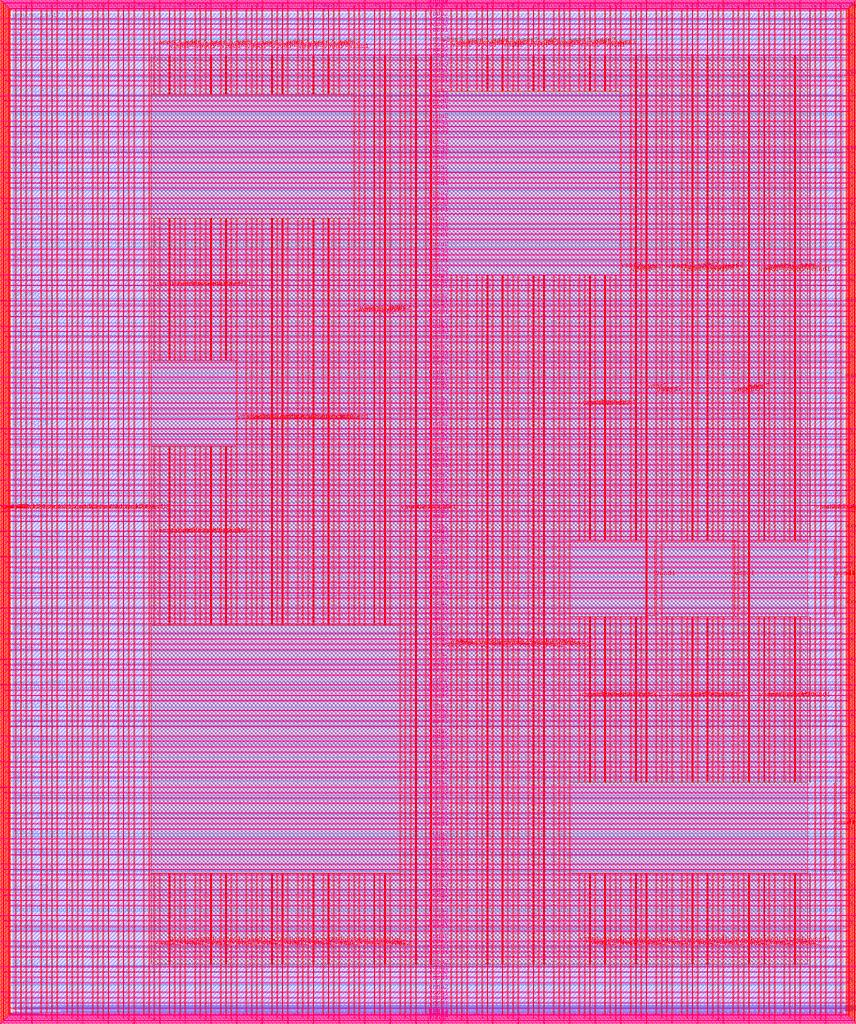
<source format=lef>
VERSION 5.7 ;
  NOWIREEXTENSIONATPIN ON ;
  DIVIDERCHAR "/" ;
  BUSBITCHARS "[]" ;
MACRO user_project_wrapper
  CLASS BLOCK ;
  FOREIGN user_project_wrapper ;
  ORIGIN 0.000 0.000 ;
  SIZE 2920.000 BY 3520.000 ;
  PIN analog_io[0]
    DIRECTION INOUT ;
    USE SIGNAL ;
    PORT
      LAYER met3 ;
        RECT 2917.600 1426.380 2924.800 1427.580 ;
    END
  END analog_io[0]
  PIN analog_io[10]
    DIRECTION INOUT ;
    USE SIGNAL ;
    PORT
      LAYER met2 ;
        RECT 2230.490 3517.600 2231.050 3524.800 ;
    END
  END analog_io[10]
  PIN analog_io[11]
    DIRECTION INOUT ;
    USE SIGNAL ;
    PORT
      LAYER met2 ;
        RECT 1905.730 3517.600 1906.290 3524.800 ;
    END
  END analog_io[11]
  PIN analog_io[12]
    DIRECTION INOUT ;
    USE SIGNAL ;
    PORT
      LAYER met2 ;
        RECT 1581.430 3517.600 1581.990 3524.800 ;
    END
  END analog_io[12]
  PIN analog_io[13]
    DIRECTION INOUT ;
    USE SIGNAL ;
    PORT
      LAYER met2 ;
        RECT 1257.130 3517.600 1257.690 3524.800 ;
    END
  END analog_io[13]
  PIN analog_io[14]
    DIRECTION INOUT ;
    USE SIGNAL ;
    PORT
      LAYER met2 ;
        RECT 932.370 3517.600 932.930 3524.800 ;
    END
  END analog_io[14]
  PIN analog_io[15]
    DIRECTION INOUT ;
    USE SIGNAL ;
    PORT
      LAYER met2 ;
        RECT 608.070 3517.600 608.630 3524.800 ;
    END
  END analog_io[15]
  PIN analog_io[16]
    DIRECTION INOUT ;
    USE SIGNAL ;
    PORT
      LAYER met2 ;
        RECT 283.770 3517.600 284.330 3524.800 ;
    END
  END analog_io[16]
  PIN analog_io[17]
    DIRECTION INOUT ;
    USE SIGNAL ;
    PORT
      LAYER met3 ;
        RECT -4.800 3486.100 2.400 3487.300 ;
    END
  END analog_io[17]
  PIN analog_io[18]
    DIRECTION INOUT ;
    USE SIGNAL ;
    PORT
      LAYER met3 ;
        RECT -4.800 3224.980 2.400 3226.180 ;
    END
  END analog_io[18]
  PIN analog_io[19]
    DIRECTION INOUT ;
    USE SIGNAL ;
    PORT
      LAYER met3 ;
        RECT -4.800 2964.540 2.400 2965.740 ;
    END
  END analog_io[19]
  PIN analog_io[1]
    DIRECTION INOUT ;
    USE SIGNAL ;
    PORT
      LAYER met3 ;
        RECT 2917.600 1692.260 2924.800 1693.460 ;
    END
  END analog_io[1]
  PIN analog_io[20]
    DIRECTION INOUT ;
    USE SIGNAL ;
    PORT
      LAYER met3 ;
        RECT -4.800 2703.420 2.400 2704.620 ;
    END
  END analog_io[20]
  PIN analog_io[21]
    DIRECTION INOUT ;
    USE SIGNAL ;
    PORT
      LAYER met3 ;
        RECT -4.800 2442.980 2.400 2444.180 ;
    END
  END analog_io[21]
  PIN analog_io[22]
    DIRECTION INOUT ;
    USE SIGNAL ;
    PORT
      LAYER met3 ;
        RECT -4.800 2182.540 2.400 2183.740 ;
    END
  END analog_io[22]
  PIN analog_io[23]
    DIRECTION INOUT ;
    USE SIGNAL ;
    PORT
      LAYER met3 ;
        RECT -4.800 1921.420 2.400 1922.620 ;
    END
  END analog_io[23]
  PIN analog_io[24]
    DIRECTION INOUT ;
    USE SIGNAL ;
    PORT
      LAYER met3 ;
        RECT -4.800 1660.980 2.400 1662.180 ;
    END
  END analog_io[24]
  PIN analog_io[25]
    DIRECTION INOUT ;
    USE SIGNAL ;
    PORT
      LAYER met3 ;
        RECT -4.800 1399.860 2.400 1401.060 ;
    END
  END analog_io[25]
  PIN analog_io[26]
    DIRECTION INOUT ;
    USE SIGNAL ;
    PORT
      LAYER met3 ;
        RECT -4.800 1139.420 2.400 1140.620 ;
    END
  END analog_io[26]
  PIN analog_io[27]
    DIRECTION INOUT ;
    USE SIGNAL ;
    PORT
      LAYER met3 ;
        RECT -4.800 878.980 2.400 880.180 ;
    END
  END analog_io[27]
  PIN analog_io[28]
    DIRECTION INOUT ;
    USE SIGNAL ;
    PORT
      LAYER met3 ;
        RECT -4.800 617.860 2.400 619.060 ;
    END
  END analog_io[28]
  PIN analog_io[2]
    DIRECTION INOUT ;
    USE SIGNAL ;
    PORT
      LAYER met3 ;
        RECT 2917.600 1958.140 2924.800 1959.340 ;
    END
  END analog_io[2]
  PIN analog_io[3]
    DIRECTION INOUT ;
    USE SIGNAL ;
    PORT
      LAYER met3 ;
        RECT 2917.600 2223.340 2924.800 2224.540 ;
    END
  END analog_io[3]
  PIN analog_io[4]
    DIRECTION INOUT ;
    USE SIGNAL ;
    PORT
      LAYER met3 ;
        RECT 2917.600 2489.220 2924.800 2490.420 ;
    END
  END analog_io[4]
  PIN analog_io[5]
    DIRECTION INOUT ;
    USE SIGNAL ;
    PORT
      LAYER met3 ;
        RECT 2917.600 2755.100 2924.800 2756.300 ;
    END
  END analog_io[5]
  PIN analog_io[6]
    DIRECTION INOUT ;
    USE SIGNAL ;
    PORT
      LAYER met3 ;
        RECT 2917.600 3020.300 2924.800 3021.500 ;
    END
  END analog_io[6]
  PIN analog_io[7]
    DIRECTION INOUT ;
    USE SIGNAL ;
    PORT
      LAYER met3 ;
        RECT 2917.600 3286.180 2924.800 3287.380 ;
    END
  END analog_io[7]
  PIN analog_io[8]
    DIRECTION INOUT ;
    USE SIGNAL ;
    PORT
      LAYER met2 ;
        RECT 2879.090 3517.600 2879.650 3524.800 ;
    END
  END analog_io[8]
  PIN analog_io[9]
    DIRECTION INOUT ;
    USE SIGNAL ;
    PORT
      LAYER met2 ;
        RECT 2554.790 3517.600 2555.350 3524.800 ;
    END
  END analog_io[9]
  PIN io_in[0]
    DIRECTION INPUT ;
    USE SIGNAL ;
    PORT
      LAYER met3 ;
        RECT 2917.600 32.380 2924.800 33.580 ;
    END
  END io_in[0]
  PIN io_in[10]
    DIRECTION INPUT ;
    USE SIGNAL ;
    PORT
      LAYER met3 ;
        RECT 2917.600 2289.980 2924.800 2291.180 ;
    END
  END io_in[10]
  PIN io_in[11]
    DIRECTION INPUT ;
    USE SIGNAL ;
    PORT
      LAYER met3 ;
        RECT 2917.600 2555.860 2924.800 2557.060 ;
    END
  END io_in[11]
  PIN io_in[12]
    DIRECTION INPUT ;
    USE SIGNAL ;
    PORT
      LAYER met3 ;
        RECT 2917.600 2821.060 2924.800 2822.260 ;
    END
  END io_in[12]
  PIN io_in[13]
    DIRECTION INPUT ;
    USE SIGNAL ;
    PORT
      LAYER met3 ;
        RECT 2917.600 3086.940 2924.800 3088.140 ;
    END
  END io_in[13]
  PIN io_in[14]
    DIRECTION INPUT ;
    USE SIGNAL ;
    PORT
      LAYER met3 ;
        RECT 2917.600 3352.820 2924.800 3354.020 ;
    END
  END io_in[14]
  PIN io_in[15]
    DIRECTION INPUT ;
    USE SIGNAL ;
    PORT
      LAYER met2 ;
        RECT 2798.130 3517.600 2798.690 3524.800 ;
    END
  END io_in[15]
  PIN io_in[16]
    DIRECTION INPUT ;
    USE SIGNAL ;
    PORT
      LAYER met2 ;
        RECT 2473.830 3517.600 2474.390 3524.800 ;
    END
  END io_in[16]
  PIN io_in[17]
    DIRECTION INPUT ;
    USE SIGNAL ;
    PORT
      LAYER met2 ;
        RECT 2149.070 3517.600 2149.630 3524.800 ;
    END
  END io_in[17]
  PIN io_in[18]
    DIRECTION INPUT ;
    USE SIGNAL ;
    PORT
      LAYER met2 ;
        RECT 1824.770 3517.600 1825.330 3524.800 ;
    END
  END io_in[18]
  PIN io_in[19]
    DIRECTION INPUT ;
    USE SIGNAL ;
    PORT
      LAYER met2 ;
        RECT 1500.470 3517.600 1501.030 3524.800 ;
    END
  END io_in[19]
  PIN io_in[1]
    DIRECTION INPUT ;
    USE SIGNAL ;
    PORT
      LAYER met3 ;
        RECT 2917.600 230.940 2924.800 232.140 ;
    END
  END io_in[1]
  PIN io_in[20]
    DIRECTION INPUT ;
    USE SIGNAL ;
    PORT
      LAYER met2 ;
        RECT 1175.710 3517.600 1176.270 3524.800 ;
    END
  END io_in[20]
  PIN io_in[21]
    DIRECTION INPUT ;
    USE SIGNAL ;
    PORT
      LAYER met2 ;
        RECT 851.410 3517.600 851.970 3524.800 ;
    END
  END io_in[21]
  PIN io_in[22]
    DIRECTION INPUT ;
    USE SIGNAL ;
    PORT
      LAYER met2 ;
        RECT 527.110 3517.600 527.670 3524.800 ;
    END
  END io_in[22]
  PIN io_in[23]
    DIRECTION INPUT ;
    USE SIGNAL ;
    PORT
      LAYER met2 ;
        RECT 202.350 3517.600 202.910 3524.800 ;
    END
  END io_in[23]
  PIN io_in[24]
    DIRECTION INPUT ;
    USE SIGNAL ;
    PORT
      LAYER met3 ;
        RECT -4.800 3420.820 2.400 3422.020 ;
    END
  END io_in[24]
  PIN io_in[25]
    DIRECTION INPUT ;
    USE SIGNAL ;
    PORT
      LAYER met3 ;
        RECT -4.800 3159.700 2.400 3160.900 ;
    END
  END io_in[25]
  PIN io_in[26]
    DIRECTION INPUT ;
    USE SIGNAL ;
    PORT
      LAYER met3 ;
        RECT -4.800 2899.260 2.400 2900.460 ;
    END
  END io_in[26]
  PIN io_in[27]
    DIRECTION INPUT ;
    USE SIGNAL ;
    PORT
      LAYER met3 ;
        RECT -4.800 2638.820 2.400 2640.020 ;
    END
  END io_in[27]
  PIN io_in[28]
    DIRECTION INPUT ;
    USE SIGNAL ;
    PORT
      LAYER met3 ;
        RECT -4.800 2377.700 2.400 2378.900 ;
    END
  END io_in[28]
  PIN io_in[29]
    DIRECTION INPUT ;
    USE SIGNAL ;
    PORT
      LAYER met3 ;
        RECT -4.800 2117.260 2.400 2118.460 ;
    END
  END io_in[29]
  PIN io_in[2]
    DIRECTION INPUT ;
    USE SIGNAL ;
    PORT
      LAYER met3 ;
        RECT 2917.600 430.180 2924.800 431.380 ;
    END
  END io_in[2]
  PIN io_in[30]
    DIRECTION INPUT ;
    USE SIGNAL ;
    PORT
      LAYER met3 ;
        RECT -4.800 1856.140 2.400 1857.340 ;
    END
  END io_in[30]
  PIN io_in[31]
    DIRECTION INPUT ;
    USE SIGNAL ;
    PORT
      LAYER met3 ;
        RECT -4.800 1595.700 2.400 1596.900 ;
    END
  END io_in[31]
  PIN io_in[32]
    DIRECTION INPUT ;
    USE SIGNAL ;
    PORT
      LAYER met3 ;
        RECT -4.800 1335.260 2.400 1336.460 ;
    END
  END io_in[32]
  PIN io_in[33]
    DIRECTION INPUT ;
    USE SIGNAL ;
    PORT
      LAYER met3 ;
        RECT -4.800 1074.140 2.400 1075.340 ;
    END
  END io_in[33]
  PIN io_in[34]
    DIRECTION INPUT ;
    USE SIGNAL ;
    PORT
      LAYER met3 ;
        RECT -4.800 813.700 2.400 814.900 ;
    END
  END io_in[34]
  PIN io_in[35]
    DIRECTION INPUT ;
    USE SIGNAL ;
    PORT
      LAYER met3 ;
        RECT -4.800 552.580 2.400 553.780 ;
    END
  END io_in[35]
  PIN io_in[36]
    DIRECTION INPUT ;
    USE SIGNAL ;
    PORT
      LAYER met3 ;
        RECT -4.800 357.420 2.400 358.620 ;
    END
  END io_in[36]
  PIN io_in[37]
    DIRECTION INPUT ;
    USE SIGNAL ;
    PORT
      LAYER met3 ;
        RECT -4.800 161.580 2.400 162.780 ;
    END
  END io_in[37]
  PIN io_in[3]
    DIRECTION INPUT ;
    USE SIGNAL ;
    PORT
      LAYER met3 ;
        RECT 2917.600 629.420 2924.800 630.620 ;
    END
  END io_in[3]
  PIN io_in[4]
    DIRECTION INPUT ;
    USE SIGNAL ;
    PORT
      LAYER met3 ;
        RECT 2917.600 828.660 2924.800 829.860 ;
    END
  END io_in[4]
  PIN io_in[5]
    DIRECTION INPUT ;
    USE SIGNAL ;
    PORT
      LAYER met3 ;
        RECT 2917.600 1027.900 2924.800 1029.100 ;
    END
  END io_in[5]
  PIN io_in[6]
    DIRECTION INPUT ;
    USE SIGNAL ;
    PORT
      LAYER met3 ;
        RECT 2917.600 1227.140 2924.800 1228.340 ;
    END
  END io_in[6]
  PIN io_in[7]
    DIRECTION INPUT ;
    USE SIGNAL ;
    PORT
      LAYER met3 ;
        RECT 2917.600 1493.020 2924.800 1494.220 ;
    END
  END io_in[7]
  PIN io_in[8]
    DIRECTION INPUT ;
    USE SIGNAL ;
    PORT
      LAYER met3 ;
        RECT 2917.600 1758.900 2924.800 1760.100 ;
    END
  END io_in[8]
  PIN io_in[9]
    DIRECTION INPUT ;
    USE SIGNAL ;
    PORT
      LAYER met3 ;
        RECT 2917.600 2024.100 2924.800 2025.300 ;
    END
  END io_in[9]
  PIN io_oeb[0]
    DIRECTION OUTPUT TRISTATE ;
    USE SIGNAL ;
    PORT
      LAYER met3 ;
        RECT 2917.600 164.980 2924.800 166.180 ;
    END
  END io_oeb[0]
  PIN io_oeb[10]
    DIRECTION OUTPUT TRISTATE ;
    USE SIGNAL ;
    PORT
      LAYER met3 ;
        RECT 2917.600 2422.580 2924.800 2423.780 ;
    END
  END io_oeb[10]
  PIN io_oeb[11]
    DIRECTION OUTPUT TRISTATE ;
    USE SIGNAL ;
    PORT
      LAYER met3 ;
        RECT 2917.600 2688.460 2924.800 2689.660 ;
    END
  END io_oeb[11]
  PIN io_oeb[12]
    DIRECTION OUTPUT TRISTATE ;
    USE SIGNAL ;
    PORT
      LAYER met3 ;
        RECT 2917.600 2954.340 2924.800 2955.540 ;
    END
  END io_oeb[12]
  PIN io_oeb[13]
    DIRECTION OUTPUT TRISTATE ;
    USE SIGNAL ;
    PORT
      LAYER met3 ;
        RECT 2917.600 3219.540 2924.800 3220.740 ;
    END
  END io_oeb[13]
  PIN io_oeb[14]
    DIRECTION OUTPUT TRISTATE ;
    USE SIGNAL ;
    PORT
      LAYER met3 ;
        RECT 2917.600 3485.420 2924.800 3486.620 ;
    END
  END io_oeb[14]
  PIN io_oeb[15]
    DIRECTION OUTPUT TRISTATE ;
    USE SIGNAL ;
    PORT
      LAYER met2 ;
        RECT 2635.750 3517.600 2636.310 3524.800 ;
    END
  END io_oeb[15]
  PIN io_oeb[16]
    DIRECTION OUTPUT TRISTATE ;
    USE SIGNAL ;
    PORT
      LAYER met2 ;
        RECT 2311.450 3517.600 2312.010 3524.800 ;
    END
  END io_oeb[16]
  PIN io_oeb[17]
    DIRECTION OUTPUT TRISTATE ;
    USE SIGNAL ;
    PORT
      LAYER met2 ;
        RECT 1987.150 3517.600 1987.710 3524.800 ;
    END
  END io_oeb[17]
  PIN io_oeb[18]
    DIRECTION OUTPUT TRISTATE ;
    USE SIGNAL ;
    PORT
      LAYER met2 ;
        RECT 1662.390 3517.600 1662.950 3524.800 ;
    END
  END io_oeb[18]
  PIN io_oeb[19]
    DIRECTION OUTPUT TRISTATE ;
    USE SIGNAL ;
    PORT
      LAYER met2 ;
        RECT 1338.090 3517.600 1338.650 3524.800 ;
    END
  END io_oeb[19]
  PIN io_oeb[1]
    DIRECTION OUTPUT TRISTATE ;
    USE SIGNAL ;
    PORT
      LAYER met3 ;
        RECT 2917.600 364.220 2924.800 365.420 ;
    END
  END io_oeb[1]
  PIN io_oeb[20]
    DIRECTION OUTPUT TRISTATE ;
    USE SIGNAL ;
    PORT
      LAYER met2 ;
        RECT 1013.790 3517.600 1014.350 3524.800 ;
    END
  END io_oeb[20]
  PIN io_oeb[21]
    DIRECTION OUTPUT TRISTATE ;
    USE SIGNAL ;
    PORT
      LAYER met2 ;
        RECT 689.030 3517.600 689.590 3524.800 ;
    END
  END io_oeb[21]
  PIN io_oeb[22]
    DIRECTION OUTPUT TRISTATE ;
    USE SIGNAL ;
    PORT
      LAYER met2 ;
        RECT 364.730 3517.600 365.290 3524.800 ;
    END
  END io_oeb[22]
  PIN io_oeb[23]
    DIRECTION OUTPUT TRISTATE ;
    USE SIGNAL ;
    PORT
      LAYER met2 ;
        RECT 40.430 3517.600 40.990 3524.800 ;
    END
  END io_oeb[23]
  PIN io_oeb[24]
    DIRECTION OUTPUT TRISTATE ;
    USE SIGNAL ;
    PORT
      LAYER met3 ;
        RECT -4.800 3290.260 2.400 3291.460 ;
    END
  END io_oeb[24]
  PIN io_oeb[25]
    DIRECTION OUTPUT TRISTATE ;
    USE SIGNAL ;
    PORT
      LAYER met3 ;
        RECT -4.800 3029.820 2.400 3031.020 ;
    END
  END io_oeb[25]
  PIN io_oeb[26]
    DIRECTION OUTPUT TRISTATE ;
    USE SIGNAL ;
    PORT
      LAYER met3 ;
        RECT -4.800 2768.700 2.400 2769.900 ;
    END
  END io_oeb[26]
  PIN io_oeb[27]
    DIRECTION OUTPUT TRISTATE ;
    USE SIGNAL ;
    PORT
      LAYER met3 ;
        RECT -4.800 2508.260 2.400 2509.460 ;
    END
  END io_oeb[27]
  PIN io_oeb[28]
    DIRECTION OUTPUT TRISTATE ;
    USE SIGNAL ;
    PORT
      LAYER met3 ;
        RECT -4.800 2247.140 2.400 2248.340 ;
    END
  END io_oeb[28]
  PIN io_oeb[29]
    DIRECTION OUTPUT TRISTATE ;
    USE SIGNAL ;
    PORT
      LAYER met3 ;
        RECT -4.800 1986.700 2.400 1987.900 ;
    END
  END io_oeb[29]
  PIN io_oeb[2]
    DIRECTION OUTPUT TRISTATE ;
    USE SIGNAL ;
    PORT
      LAYER met3 ;
        RECT 2917.600 563.460 2924.800 564.660 ;
    END
  END io_oeb[2]
  PIN io_oeb[30]
    DIRECTION OUTPUT TRISTATE ;
    USE SIGNAL ;
    PORT
      LAYER met3 ;
        RECT -4.800 1726.260 2.400 1727.460 ;
    END
  END io_oeb[30]
  PIN io_oeb[31]
    DIRECTION OUTPUT TRISTATE ;
    USE SIGNAL ;
    PORT
      LAYER met3 ;
        RECT -4.800 1465.140 2.400 1466.340 ;
    END
  END io_oeb[31]
  PIN io_oeb[32]
    DIRECTION OUTPUT TRISTATE ;
    USE SIGNAL ;
    PORT
      LAYER met3 ;
        RECT -4.800 1204.700 2.400 1205.900 ;
    END
  END io_oeb[32]
  PIN io_oeb[33]
    DIRECTION OUTPUT TRISTATE ;
    USE SIGNAL ;
    PORT
      LAYER met3 ;
        RECT -4.800 943.580 2.400 944.780 ;
    END
  END io_oeb[33]
  PIN io_oeb[34]
    DIRECTION OUTPUT TRISTATE ;
    USE SIGNAL ;
    PORT
      LAYER met3 ;
        RECT -4.800 683.140 2.400 684.340 ;
    END
  END io_oeb[34]
  PIN io_oeb[35]
    DIRECTION OUTPUT TRISTATE ;
    USE SIGNAL ;
    PORT
      LAYER met3 ;
        RECT -4.800 422.700 2.400 423.900 ;
    END
  END io_oeb[35]
  PIN io_oeb[36]
    DIRECTION OUTPUT TRISTATE ;
    USE SIGNAL ;
    PORT
      LAYER met3 ;
        RECT -4.800 226.860 2.400 228.060 ;
    END
  END io_oeb[36]
  PIN io_oeb[37]
    DIRECTION OUTPUT TRISTATE ;
    USE SIGNAL ;
    PORT
      LAYER met3 ;
        RECT -4.800 31.700 2.400 32.900 ;
    END
  END io_oeb[37]
  PIN io_oeb[3]
    DIRECTION OUTPUT TRISTATE ;
    USE SIGNAL ;
    PORT
      LAYER met3 ;
        RECT 2917.600 762.700 2924.800 763.900 ;
    END
  END io_oeb[3]
  PIN io_oeb[4]
    DIRECTION OUTPUT TRISTATE ;
    USE SIGNAL ;
    PORT
      LAYER met3 ;
        RECT 2917.600 961.940 2924.800 963.140 ;
    END
  END io_oeb[4]
  PIN io_oeb[5]
    DIRECTION OUTPUT TRISTATE ;
    USE SIGNAL ;
    PORT
      LAYER met3 ;
        RECT 2917.600 1161.180 2924.800 1162.380 ;
    END
  END io_oeb[5]
  PIN io_oeb[6]
    DIRECTION OUTPUT TRISTATE ;
    USE SIGNAL ;
    PORT
      LAYER met3 ;
        RECT 2917.600 1360.420 2924.800 1361.620 ;
    END
  END io_oeb[6]
  PIN io_oeb[7]
    DIRECTION OUTPUT TRISTATE ;
    USE SIGNAL ;
    PORT
      LAYER met3 ;
        RECT 2917.600 1625.620 2924.800 1626.820 ;
    END
  END io_oeb[7]
  PIN io_oeb[8]
    DIRECTION OUTPUT TRISTATE ;
    USE SIGNAL ;
    PORT
      LAYER met3 ;
        RECT 2917.600 1891.500 2924.800 1892.700 ;
    END
  END io_oeb[8]
  PIN io_oeb[9]
    DIRECTION OUTPUT TRISTATE ;
    USE SIGNAL ;
    PORT
      LAYER met3 ;
        RECT 2917.600 2157.380 2924.800 2158.580 ;
    END
  END io_oeb[9]
  PIN io_out[0]
    DIRECTION OUTPUT TRISTATE ;
    USE SIGNAL ;
    PORT
      LAYER met3 ;
        RECT 2917.600 98.340 2924.800 99.540 ;
    END
  END io_out[0]
  PIN io_out[10]
    DIRECTION OUTPUT TRISTATE ;
    USE SIGNAL ;
    PORT
      LAYER met3 ;
        RECT 2917.600 2356.620 2924.800 2357.820 ;
    END
  END io_out[10]
  PIN io_out[11]
    DIRECTION OUTPUT TRISTATE ;
    USE SIGNAL ;
    PORT
      LAYER met3 ;
        RECT 2917.600 2621.820 2924.800 2623.020 ;
    END
  END io_out[11]
  PIN io_out[12]
    DIRECTION OUTPUT TRISTATE ;
    USE SIGNAL ;
    PORT
      LAYER met3 ;
        RECT 2917.600 2887.700 2924.800 2888.900 ;
    END
  END io_out[12]
  PIN io_out[13]
    DIRECTION OUTPUT TRISTATE ;
    USE SIGNAL ;
    PORT
      LAYER met3 ;
        RECT 2917.600 3153.580 2924.800 3154.780 ;
    END
  END io_out[13]
  PIN io_out[14]
    DIRECTION OUTPUT TRISTATE ;
    USE SIGNAL ;
    PORT
      LAYER met3 ;
        RECT 2917.600 3418.780 2924.800 3419.980 ;
    END
  END io_out[14]
  PIN io_out[15]
    DIRECTION OUTPUT TRISTATE ;
    USE SIGNAL ;
    PORT
      LAYER met2 ;
        RECT 2717.170 3517.600 2717.730 3524.800 ;
    END
  END io_out[15]
  PIN io_out[16]
    DIRECTION OUTPUT TRISTATE ;
    USE SIGNAL ;
    PORT
      LAYER met2 ;
        RECT 2392.410 3517.600 2392.970 3524.800 ;
    END
  END io_out[16]
  PIN io_out[17]
    DIRECTION OUTPUT TRISTATE ;
    USE SIGNAL ;
    PORT
      LAYER met2 ;
        RECT 2068.110 3517.600 2068.670 3524.800 ;
    END
  END io_out[17]
  PIN io_out[18]
    DIRECTION OUTPUT TRISTATE ;
    USE SIGNAL ;
    PORT
      LAYER met2 ;
        RECT 1743.810 3517.600 1744.370 3524.800 ;
    END
  END io_out[18]
  PIN io_out[19]
    DIRECTION OUTPUT TRISTATE ;
    USE SIGNAL ;
    PORT
      LAYER met2 ;
        RECT 1419.050 3517.600 1419.610 3524.800 ;
    END
  END io_out[19]
  PIN io_out[1]
    DIRECTION OUTPUT TRISTATE ;
    USE SIGNAL ;
    PORT
      LAYER met3 ;
        RECT 2917.600 297.580 2924.800 298.780 ;
    END
  END io_out[1]
  PIN io_out[20]
    DIRECTION OUTPUT TRISTATE ;
    USE SIGNAL ;
    PORT
      LAYER met2 ;
        RECT 1094.750 3517.600 1095.310 3524.800 ;
    END
  END io_out[20]
  PIN io_out[21]
    DIRECTION OUTPUT TRISTATE ;
    USE SIGNAL ;
    PORT
      LAYER met2 ;
        RECT 770.450 3517.600 771.010 3524.800 ;
    END
  END io_out[21]
  PIN io_out[22]
    DIRECTION OUTPUT TRISTATE ;
    USE SIGNAL ;
    PORT
      LAYER met2 ;
        RECT 445.690 3517.600 446.250 3524.800 ;
    END
  END io_out[22]
  PIN io_out[23]
    DIRECTION OUTPUT TRISTATE ;
    USE SIGNAL ;
    PORT
      LAYER met2 ;
        RECT 121.390 3517.600 121.950 3524.800 ;
    END
  END io_out[23]
  PIN io_out[24]
    DIRECTION OUTPUT TRISTATE ;
    USE SIGNAL ;
    PORT
      LAYER met3 ;
        RECT -4.800 3355.540 2.400 3356.740 ;
    END
  END io_out[24]
  PIN io_out[25]
    DIRECTION OUTPUT TRISTATE ;
    USE SIGNAL ;
    PORT
      LAYER met3 ;
        RECT -4.800 3095.100 2.400 3096.300 ;
    END
  END io_out[25]
  PIN io_out[26]
    DIRECTION OUTPUT TRISTATE ;
    USE SIGNAL ;
    PORT
      LAYER met3 ;
        RECT -4.800 2833.980 2.400 2835.180 ;
    END
  END io_out[26]
  PIN io_out[27]
    DIRECTION OUTPUT TRISTATE ;
    USE SIGNAL ;
    PORT
      LAYER met3 ;
        RECT -4.800 2573.540 2.400 2574.740 ;
    END
  END io_out[27]
  PIN io_out[28]
    DIRECTION OUTPUT TRISTATE ;
    USE SIGNAL ;
    PORT
      LAYER met3 ;
        RECT -4.800 2312.420 2.400 2313.620 ;
    END
  END io_out[28]
  PIN io_out[29]
    DIRECTION OUTPUT TRISTATE ;
    USE SIGNAL ;
    PORT
      LAYER met3 ;
        RECT -4.800 2051.980 2.400 2053.180 ;
    END
  END io_out[29]
  PIN io_out[2]
    DIRECTION OUTPUT TRISTATE ;
    USE SIGNAL ;
    PORT
      LAYER met3 ;
        RECT 2917.600 496.820 2924.800 498.020 ;
    END
  END io_out[2]
  PIN io_out[30]
    DIRECTION OUTPUT TRISTATE ;
    USE SIGNAL ;
    PORT
      LAYER met3 ;
        RECT -4.800 1791.540 2.400 1792.740 ;
    END
  END io_out[30]
  PIN io_out[31]
    DIRECTION OUTPUT TRISTATE ;
    USE SIGNAL ;
    PORT
      LAYER met3 ;
        RECT -4.800 1530.420 2.400 1531.620 ;
    END
  END io_out[31]
  PIN io_out[32]
    DIRECTION OUTPUT TRISTATE ;
    USE SIGNAL ;
    PORT
      LAYER met3 ;
        RECT -4.800 1269.980 2.400 1271.180 ;
    END
  END io_out[32]
  PIN io_out[33]
    DIRECTION OUTPUT TRISTATE ;
    USE SIGNAL ;
    PORT
      LAYER met3 ;
        RECT -4.800 1008.860 2.400 1010.060 ;
    END
  END io_out[33]
  PIN io_out[34]
    DIRECTION OUTPUT TRISTATE ;
    USE SIGNAL ;
    PORT
      LAYER met3 ;
        RECT -4.800 748.420 2.400 749.620 ;
    END
  END io_out[34]
  PIN io_out[35]
    DIRECTION OUTPUT TRISTATE ;
    USE SIGNAL ;
    PORT
      LAYER met3 ;
        RECT -4.800 487.300 2.400 488.500 ;
    END
  END io_out[35]
  PIN io_out[36]
    DIRECTION OUTPUT TRISTATE ;
    USE SIGNAL ;
    PORT
      LAYER met3 ;
        RECT -4.800 292.140 2.400 293.340 ;
    END
  END io_out[36]
  PIN io_out[37]
    DIRECTION OUTPUT TRISTATE ;
    USE SIGNAL ;
    PORT
      LAYER met3 ;
        RECT -4.800 96.300 2.400 97.500 ;
    END
  END io_out[37]
  PIN io_out[3]
    DIRECTION OUTPUT TRISTATE ;
    USE SIGNAL ;
    PORT
      LAYER met3 ;
        RECT 2917.600 696.060 2924.800 697.260 ;
    END
  END io_out[3]
  PIN io_out[4]
    DIRECTION OUTPUT TRISTATE ;
    USE SIGNAL ;
    PORT
      LAYER met3 ;
        RECT 2917.600 895.300 2924.800 896.500 ;
    END
  END io_out[4]
  PIN io_out[5]
    DIRECTION OUTPUT TRISTATE ;
    USE SIGNAL ;
    PORT
      LAYER met3 ;
        RECT 2917.600 1094.540 2924.800 1095.740 ;
    END
  END io_out[5]
  PIN io_out[6]
    DIRECTION OUTPUT TRISTATE ;
    USE SIGNAL ;
    PORT
      LAYER met3 ;
        RECT 2917.600 1293.780 2924.800 1294.980 ;
    END
  END io_out[6]
  PIN io_out[7]
    DIRECTION OUTPUT TRISTATE ;
    USE SIGNAL ;
    PORT
      LAYER met3 ;
        RECT 2917.600 1559.660 2924.800 1560.860 ;
    END
  END io_out[7]
  PIN io_out[8]
    DIRECTION OUTPUT TRISTATE ;
    USE SIGNAL ;
    PORT
      LAYER met3 ;
        RECT 2917.600 1824.860 2924.800 1826.060 ;
    END
  END io_out[8]
  PIN io_out[9]
    DIRECTION OUTPUT TRISTATE ;
    USE SIGNAL ;
    PORT
      LAYER met3 ;
        RECT 2917.600 2090.740 2924.800 2091.940 ;
    END
  END io_out[9]
  PIN la_data_in[0]
    DIRECTION INPUT ;
    USE SIGNAL ;
    PORT
      LAYER met2 ;
        RECT 629.230 -4.800 629.790 2.400 ;
    END
  END la_data_in[0]
  PIN la_data_in[100]
    DIRECTION INPUT ;
    USE SIGNAL ;
    PORT
      LAYER met2 ;
        RECT 2402.530 -4.800 2403.090 2.400 ;
    END
  END la_data_in[100]
  PIN la_data_in[101]
    DIRECTION INPUT ;
    USE SIGNAL ;
    PORT
      LAYER met2 ;
        RECT 2420.010 -4.800 2420.570 2.400 ;
    END
  END la_data_in[101]
  PIN la_data_in[102]
    DIRECTION INPUT ;
    USE SIGNAL ;
    PORT
      LAYER met2 ;
        RECT 2437.950 -4.800 2438.510 2.400 ;
    END
  END la_data_in[102]
  PIN la_data_in[103]
    DIRECTION INPUT ;
    USE SIGNAL ;
    PORT
      LAYER met2 ;
        RECT 2455.430 -4.800 2455.990 2.400 ;
    END
  END la_data_in[103]
  PIN la_data_in[104]
    DIRECTION INPUT ;
    USE SIGNAL ;
    PORT
      LAYER met2 ;
        RECT 2473.370 -4.800 2473.930 2.400 ;
    END
  END la_data_in[104]
  PIN la_data_in[105]
    DIRECTION INPUT ;
    USE SIGNAL ;
    PORT
      LAYER met2 ;
        RECT 2490.850 -4.800 2491.410 2.400 ;
    END
  END la_data_in[105]
  PIN la_data_in[106]
    DIRECTION INPUT ;
    USE SIGNAL ;
    PORT
      LAYER met2 ;
        RECT 2508.790 -4.800 2509.350 2.400 ;
    END
  END la_data_in[106]
  PIN la_data_in[107]
    DIRECTION INPUT ;
    USE SIGNAL ;
    PORT
      LAYER met2 ;
        RECT 2526.730 -4.800 2527.290 2.400 ;
    END
  END la_data_in[107]
  PIN la_data_in[108]
    DIRECTION INPUT ;
    USE SIGNAL ;
    PORT
      LAYER met2 ;
        RECT 2544.210 -4.800 2544.770 2.400 ;
    END
  END la_data_in[108]
  PIN la_data_in[109]
    DIRECTION INPUT ;
    USE SIGNAL ;
    PORT
      LAYER met2 ;
        RECT 2562.150 -4.800 2562.710 2.400 ;
    END
  END la_data_in[109]
  PIN la_data_in[10]
    DIRECTION INPUT ;
    USE SIGNAL ;
    PORT
      LAYER met2 ;
        RECT 806.330 -4.800 806.890 2.400 ;
    END
  END la_data_in[10]
  PIN la_data_in[110]
    DIRECTION INPUT ;
    USE SIGNAL ;
    PORT
      LAYER met2 ;
        RECT 2579.630 -4.800 2580.190 2.400 ;
    END
  END la_data_in[110]
  PIN la_data_in[111]
    DIRECTION INPUT ;
    USE SIGNAL ;
    PORT
      LAYER met2 ;
        RECT 2597.570 -4.800 2598.130 2.400 ;
    END
  END la_data_in[111]
  PIN la_data_in[112]
    DIRECTION INPUT ;
    USE SIGNAL ;
    PORT
      LAYER met2 ;
        RECT 2615.050 -4.800 2615.610 2.400 ;
    END
  END la_data_in[112]
  PIN la_data_in[113]
    DIRECTION INPUT ;
    USE SIGNAL ;
    PORT
      LAYER met2 ;
        RECT 2632.990 -4.800 2633.550 2.400 ;
    END
  END la_data_in[113]
  PIN la_data_in[114]
    DIRECTION INPUT ;
    USE SIGNAL ;
    PORT
      LAYER met2 ;
        RECT 2650.470 -4.800 2651.030 2.400 ;
    END
  END la_data_in[114]
  PIN la_data_in[115]
    DIRECTION INPUT ;
    USE SIGNAL ;
    PORT
      LAYER met2 ;
        RECT 2668.410 -4.800 2668.970 2.400 ;
    END
  END la_data_in[115]
  PIN la_data_in[116]
    DIRECTION INPUT ;
    USE SIGNAL ;
    PORT
      LAYER met2 ;
        RECT 2685.890 -4.800 2686.450 2.400 ;
    END
  END la_data_in[116]
  PIN la_data_in[117]
    DIRECTION INPUT ;
    USE SIGNAL ;
    PORT
      LAYER met2 ;
        RECT 2703.830 -4.800 2704.390 2.400 ;
    END
  END la_data_in[117]
  PIN la_data_in[118]
    DIRECTION INPUT ;
    USE SIGNAL ;
    PORT
      LAYER met2 ;
        RECT 2721.770 -4.800 2722.330 2.400 ;
    END
  END la_data_in[118]
  PIN la_data_in[119]
    DIRECTION INPUT ;
    USE SIGNAL ;
    PORT
      LAYER met2 ;
        RECT 2739.250 -4.800 2739.810 2.400 ;
    END
  END la_data_in[119]
  PIN la_data_in[11]
    DIRECTION INPUT ;
    USE SIGNAL ;
    PORT
      LAYER met2 ;
        RECT 824.270 -4.800 824.830 2.400 ;
    END
  END la_data_in[11]
  PIN la_data_in[120]
    DIRECTION INPUT ;
    USE SIGNAL ;
    PORT
      LAYER met2 ;
        RECT 2757.190 -4.800 2757.750 2.400 ;
    END
  END la_data_in[120]
  PIN la_data_in[121]
    DIRECTION INPUT ;
    USE SIGNAL ;
    PORT
      LAYER met2 ;
        RECT 2774.670 -4.800 2775.230 2.400 ;
    END
  END la_data_in[121]
  PIN la_data_in[122]
    DIRECTION INPUT ;
    USE SIGNAL ;
    PORT
      LAYER met2 ;
        RECT 2792.610 -4.800 2793.170 2.400 ;
    END
  END la_data_in[122]
  PIN la_data_in[123]
    DIRECTION INPUT ;
    USE SIGNAL ;
    PORT
      LAYER met2 ;
        RECT 2810.090 -4.800 2810.650 2.400 ;
    END
  END la_data_in[123]
  PIN la_data_in[124]
    DIRECTION INPUT ;
    USE SIGNAL ;
    PORT
      LAYER met2 ;
        RECT 2828.030 -4.800 2828.590 2.400 ;
    END
  END la_data_in[124]
  PIN la_data_in[125]
    DIRECTION INPUT ;
    USE SIGNAL ;
    PORT
      LAYER met2 ;
        RECT 2845.510 -4.800 2846.070 2.400 ;
    END
  END la_data_in[125]
  PIN la_data_in[126]
    DIRECTION INPUT ;
    USE SIGNAL ;
    PORT
      LAYER met2 ;
        RECT 2863.450 -4.800 2864.010 2.400 ;
    END
  END la_data_in[126]
  PIN la_data_in[127]
    DIRECTION INPUT ;
    USE SIGNAL ;
    PORT
      LAYER met2 ;
        RECT 2881.390 -4.800 2881.950 2.400 ;
    END
  END la_data_in[127]
  PIN la_data_in[12]
    DIRECTION INPUT ;
    USE SIGNAL ;
    PORT
      LAYER met2 ;
        RECT 841.750 -4.800 842.310 2.400 ;
    END
  END la_data_in[12]
  PIN la_data_in[13]
    DIRECTION INPUT ;
    USE SIGNAL ;
    PORT
      LAYER met2 ;
        RECT 859.690 -4.800 860.250 2.400 ;
    END
  END la_data_in[13]
  PIN la_data_in[14]
    DIRECTION INPUT ;
    USE SIGNAL ;
    PORT
      LAYER met2 ;
        RECT 877.170 -4.800 877.730 2.400 ;
    END
  END la_data_in[14]
  PIN la_data_in[15]
    DIRECTION INPUT ;
    USE SIGNAL ;
    PORT
      LAYER met2 ;
        RECT 895.110 -4.800 895.670 2.400 ;
    END
  END la_data_in[15]
  PIN la_data_in[16]
    DIRECTION INPUT ;
    USE SIGNAL ;
    PORT
      LAYER met2 ;
        RECT 912.590 -4.800 913.150 2.400 ;
    END
  END la_data_in[16]
  PIN la_data_in[17]
    DIRECTION INPUT ;
    USE SIGNAL ;
    PORT
      LAYER met2 ;
        RECT 930.530 -4.800 931.090 2.400 ;
    END
  END la_data_in[17]
  PIN la_data_in[18]
    DIRECTION INPUT ;
    USE SIGNAL ;
    PORT
      LAYER met2 ;
        RECT 948.470 -4.800 949.030 2.400 ;
    END
  END la_data_in[18]
  PIN la_data_in[19]
    DIRECTION INPUT ;
    USE SIGNAL ;
    PORT
      LAYER met2 ;
        RECT 965.950 -4.800 966.510 2.400 ;
    END
  END la_data_in[19]
  PIN la_data_in[1]
    DIRECTION INPUT ;
    USE SIGNAL ;
    PORT
      LAYER met2 ;
        RECT 646.710 -4.800 647.270 2.400 ;
    END
  END la_data_in[1]
  PIN la_data_in[20]
    DIRECTION INPUT ;
    USE SIGNAL ;
    PORT
      LAYER met2 ;
        RECT 983.890 -4.800 984.450 2.400 ;
    END
  END la_data_in[20]
  PIN la_data_in[21]
    DIRECTION INPUT ;
    USE SIGNAL ;
    PORT
      LAYER met2 ;
        RECT 1001.370 -4.800 1001.930 2.400 ;
    END
  END la_data_in[21]
  PIN la_data_in[22]
    DIRECTION INPUT ;
    USE SIGNAL ;
    PORT
      LAYER met2 ;
        RECT 1019.310 -4.800 1019.870 2.400 ;
    END
  END la_data_in[22]
  PIN la_data_in[23]
    DIRECTION INPUT ;
    USE SIGNAL ;
    PORT
      LAYER met2 ;
        RECT 1036.790 -4.800 1037.350 2.400 ;
    END
  END la_data_in[23]
  PIN la_data_in[24]
    DIRECTION INPUT ;
    USE SIGNAL ;
    PORT
      LAYER met2 ;
        RECT 1054.730 -4.800 1055.290 2.400 ;
    END
  END la_data_in[24]
  PIN la_data_in[25]
    DIRECTION INPUT ;
    USE SIGNAL ;
    PORT
      LAYER met2 ;
        RECT 1072.210 -4.800 1072.770 2.400 ;
    END
  END la_data_in[25]
  PIN la_data_in[26]
    DIRECTION INPUT ;
    USE SIGNAL ;
    PORT
      LAYER met2 ;
        RECT 1090.150 -4.800 1090.710 2.400 ;
    END
  END la_data_in[26]
  PIN la_data_in[27]
    DIRECTION INPUT ;
    USE SIGNAL ;
    PORT
      LAYER met2 ;
        RECT 1107.630 -4.800 1108.190 2.400 ;
    END
  END la_data_in[27]
  PIN la_data_in[28]
    DIRECTION INPUT ;
    USE SIGNAL ;
    PORT
      LAYER met2 ;
        RECT 1125.570 -4.800 1126.130 2.400 ;
    END
  END la_data_in[28]
  PIN la_data_in[29]
    DIRECTION INPUT ;
    USE SIGNAL ;
    PORT
      LAYER met2 ;
        RECT 1143.510 -4.800 1144.070 2.400 ;
    END
  END la_data_in[29]
  PIN la_data_in[2]
    DIRECTION INPUT ;
    USE SIGNAL ;
    PORT
      LAYER met2 ;
        RECT 664.650 -4.800 665.210 2.400 ;
    END
  END la_data_in[2]
  PIN la_data_in[30]
    DIRECTION INPUT ;
    USE SIGNAL ;
    PORT
      LAYER met2 ;
        RECT 1160.990 -4.800 1161.550 2.400 ;
    END
  END la_data_in[30]
  PIN la_data_in[31]
    DIRECTION INPUT ;
    USE SIGNAL ;
    PORT
      LAYER met2 ;
        RECT 1178.930 -4.800 1179.490 2.400 ;
    END
  END la_data_in[31]
  PIN la_data_in[32]
    DIRECTION INPUT ;
    USE SIGNAL ;
    PORT
      LAYER met2 ;
        RECT 1196.410 -4.800 1196.970 2.400 ;
    END
  END la_data_in[32]
  PIN la_data_in[33]
    DIRECTION INPUT ;
    USE SIGNAL ;
    PORT
      LAYER met2 ;
        RECT 1214.350 -4.800 1214.910 2.400 ;
    END
  END la_data_in[33]
  PIN la_data_in[34]
    DIRECTION INPUT ;
    USE SIGNAL ;
    PORT
      LAYER met2 ;
        RECT 1231.830 -4.800 1232.390 2.400 ;
    END
  END la_data_in[34]
  PIN la_data_in[35]
    DIRECTION INPUT ;
    USE SIGNAL ;
    PORT
      LAYER met2 ;
        RECT 1249.770 -4.800 1250.330 2.400 ;
    END
  END la_data_in[35]
  PIN la_data_in[36]
    DIRECTION INPUT ;
    USE SIGNAL ;
    PORT
      LAYER met2 ;
        RECT 1267.250 -4.800 1267.810 2.400 ;
    END
  END la_data_in[36]
  PIN la_data_in[37]
    DIRECTION INPUT ;
    USE SIGNAL ;
    PORT
      LAYER met2 ;
        RECT 1285.190 -4.800 1285.750 2.400 ;
    END
  END la_data_in[37]
  PIN la_data_in[38]
    DIRECTION INPUT ;
    USE SIGNAL ;
    PORT
      LAYER met2 ;
        RECT 1303.130 -4.800 1303.690 2.400 ;
    END
  END la_data_in[38]
  PIN la_data_in[39]
    DIRECTION INPUT ;
    USE SIGNAL ;
    PORT
      LAYER met2 ;
        RECT 1320.610 -4.800 1321.170 2.400 ;
    END
  END la_data_in[39]
  PIN la_data_in[3]
    DIRECTION INPUT ;
    USE SIGNAL ;
    PORT
      LAYER met2 ;
        RECT 682.130 -4.800 682.690 2.400 ;
    END
  END la_data_in[3]
  PIN la_data_in[40]
    DIRECTION INPUT ;
    USE SIGNAL ;
    PORT
      LAYER met2 ;
        RECT 1338.550 -4.800 1339.110 2.400 ;
    END
  END la_data_in[40]
  PIN la_data_in[41]
    DIRECTION INPUT ;
    USE SIGNAL ;
    PORT
      LAYER met2 ;
        RECT 1356.030 -4.800 1356.590 2.400 ;
    END
  END la_data_in[41]
  PIN la_data_in[42]
    DIRECTION INPUT ;
    USE SIGNAL ;
    PORT
      LAYER met2 ;
        RECT 1373.970 -4.800 1374.530 2.400 ;
    END
  END la_data_in[42]
  PIN la_data_in[43]
    DIRECTION INPUT ;
    USE SIGNAL ;
    PORT
      LAYER met2 ;
        RECT 1391.450 -4.800 1392.010 2.400 ;
    END
  END la_data_in[43]
  PIN la_data_in[44]
    DIRECTION INPUT ;
    USE SIGNAL ;
    PORT
      LAYER met2 ;
        RECT 1409.390 -4.800 1409.950 2.400 ;
    END
  END la_data_in[44]
  PIN la_data_in[45]
    DIRECTION INPUT ;
    USE SIGNAL ;
    PORT
      LAYER met2 ;
        RECT 1426.870 -4.800 1427.430 2.400 ;
    END
  END la_data_in[45]
  PIN la_data_in[46]
    DIRECTION INPUT ;
    USE SIGNAL ;
    PORT
      LAYER met2 ;
        RECT 1444.810 -4.800 1445.370 2.400 ;
    END
  END la_data_in[46]
  PIN la_data_in[47]
    DIRECTION INPUT ;
    USE SIGNAL ;
    PORT
      LAYER met2 ;
        RECT 1462.750 -4.800 1463.310 2.400 ;
    END
  END la_data_in[47]
  PIN la_data_in[48]
    DIRECTION INPUT ;
    USE SIGNAL ;
    PORT
      LAYER met2 ;
        RECT 1480.230 -4.800 1480.790 2.400 ;
    END
  END la_data_in[48]
  PIN la_data_in[49]
    DIRECTION INPUT ;
    USE SIGNAL ;
    PORT
      LAYER met2 ;
        RECT 1498.170 -4.800 1498.730 2.400 ;
    END
  END la_data_in[49]
  PIN la_data_in[4]
    DIRECTION INPUT ;
    USE SIGNAL ;
    PORT
      LAYER met2 ;
        RECT 700.070 -4.800 700.630 2.400 ;
    END
  END la_data_in[4]
  PIN la_data_in[50]
    DIRECTION INPUT ;
    USE SIGNAL ;
    PORT
      LAYER met2 ;
        RECT 1515.650 -4.800 1516.210 2.400 ;
    END
  END la_data_in[50]
  PIN la_data_in[51]
    DIRECTION INPUT ;
    USE SIGNAL ;
    PORT
      LAYER met2 ;
        RECT 1533.590 -4.800 1534.150 2.400 ;
    END
  END la_data_in[51]
  PIN la_data_in[52]
    DIRECTION INPUT ;
    USE SIGNAL ;
    PORT
      LAYER met2 ;
        RECT 1551.070 -4.800 1551.630 2.400 ;
    END
  END la_data_in[52]
  PIN la_data_in[53]
    DIRECTION INPUT ;
    USE SIGNAL ;
    PORT
      LAYER met2 ;
        RECT 1569.010 -4.800 1569.570 2.400 ;
    END
  END la_data_in[53]
  PIN la_data_in[54]
    DIRECTION INPUT ;
    USE SIGNAL ;
    PORT
      LAYER met2 ;
        RECT 1586.490 -4.800 1587.050 2.400 ;
    END
  END la_data_in[54]
  PIN la_data_in[55]
    DIRECTION INPUT ;
    USE SIGNAL ;
    PORT
      LAYER met2 ;
        RECT 1604.430 -4.800 1604.990 2.400 ;
    END
  END la_data_in[55]
  PIN la_data_in[56]
    DIRECTION INPUT ;
    USE SIGNAL ;
    PORT
      LAYER met2 ;
        RECT 1621.910 -4.800 1622.470 2.400 ;
    END
  END la_data_in[56]
  PIN la_data_in[57]
    DIRECTION INPUT ;
    USE SIGNAL ;
    PORT
      LAYER met2 ;
        RECT 1639.850 -4.800 1640.410 2.400 ;
    END
  END la_data_in[57]
  PIN la_data_in[58]
    DIRECTION INPUT ;
    USE SIGNAL ;
    PORT
      LAYER met2 ;
        RECT 1657.790 -4.800 1658.350 2.400 ;
    END
  END la_data_in[58]
  PIN la_data_in[59]
    DIRECTION INPUT ;
    USE SIGNAL ;
    PORT
      LAYER met2 ;
        RECT 1675.270 -4.800 1675.830 2.400 ;
    END
  END la_data_in[59]
  PIN la_data_in[5]
    DIRECTION INPUT ;
    USE SIGNAL ;
    PORT
      LAYER met2 ;
        RECT 717.550 -4.800 718.110 2.400 ;
    END
  END la_data_in[5]
  PIN la_data_in[60]
    DIRECTION INPUT ;
    USE SIGNAL ;
    PORT
      LAYER met2 ;
        RECT 1693.210 -4.800 1693.770 2.400 ;
    END
  END la_data_in[60]
  PIN la_data_in[61]
    DIRECTION INPUT ;
    USE SIGNAL ;
    PORT
      LAYER met2 ;
        RECT 1710.690 -4.800 1711.250 2.400 ;
    END
  END la_data_in[61]
  PIN la_data_in[62]
    DIRECTION INPUT ;
    USE SIGNAL ;
    PORT
      LAYER met2 ;
        RECT 1728.630 -4.800 1729.190 2.400 ;
    END
  END la_data_in[62]
  PIN la_data_in[63]
    DIRECTION INPUT ;
    USE SIGNAL ;
    PORT
      LAYER met2 ;
        RECT 1746.110 -4.800 1746.670 2.400 ;
    END
  END la_data_in[63]
  PIN la_data_in[64]
    DIRECTION INPUT ;
    USE SIGNAL ;
    PORT
      LAYER met2 ;
        RECT 1764.050 -4.800 1764.610 2.400 ;
    END
  END la_data_in[64]
  PIN la_data_in[65]
    DIRECTION INPUT ;
    USE SIGNAL ;
    PORT
      LAYER met2 ;
        RECT 1781.530 -4.800 1782.090 2.400 ;
    END
  END la_data_in[65]
  PIN la_data_in[66]
    DIRECTION INPUT ;
    USE SIGNAL ;
    PORT
      LAYER met2 ;
        RECT 1799.470 -4.800 1800.030 2.400 ;
    END
  END la_data_in[66]
  PIN la_data_in[67]
    DIRECTION INPUT ;
    USE SIGNAL ;
    PORT
      LAYER met2 ;
        RECT 1817.410 -4.800 1817.970 2.400 ;
    END
  END la_data_in[67]
  PIN la_data_in[68]
    DIRECTION INPUT ;
    USE SIGNAL ;
    PORT
      LAYER met2 ;
        RECT 1834.890 -4.800 1835.450 2.400 ;
    END
  END la_data_in[68]
  PIN la_data_in[69]
    DIRECTION INPUT ;
    USE SIGNAL ;
    PORT
      LAYER met2 ;
        RECT 1852.830 -4.800 1853.390 2.400 ;
    END
  END la_data_in[69]
  PIN la_data_in[6]
    DIRECTION INPUT ;
    USE SIGNAL ;
    PORT
      LAYER met2 ;
        RECT 735.490 -4.800 736.050 2.400 ;
    END
  END la_data_in[6]
  PIN la_data_in[70]
    DIRECTION INPUT ;
    USE SIGNAL ;
    PORT
      LAYER met2 ;
        RECT 1870.310 -4.800 1870.870 2.400 ;
    END
  END la_data_in[70]
  PIN la_data_in[71]
    DIRECTION INPUT ;
    USE SIGNAL ;
    PORT
      LAYER met2 ;
        RECT 1888.250 -4.800 1888.810 2.400 ;
    END
  END la_data_in[71]
  PIN la_data_in[72]
    DIRECTION INPUT ;
    USE SIGNAL ;
    PORT
      LAYER met2 ;
        RECT 1905.730 -4.800 1906.290 2.400 ;
    END
  END la_data_in[72]
  PIN la_data_in[73]
    DIRECTION INPUT ;
    USE SIGNAL ;
    PORT
      LAYER met2 ;
        RECT 1923.670 -4.800 1924.230 2.400 ;
    END
  END la_data_in[73]
  PIN la_data_in[74]
    DIRECTION INPUT ;
    USE SIGNAL ;
    PORT
      LAYER met2 ;
        RECT 1941.150 -4.800 1941.710 2.400 ;
    END
  END la_data_in[74]
  PIN la_data_in[75]
    DIRECTION INPUT ;
    USE SIGNAL ;
    PORT
      LAYER met2 ;
        RECT 1959.090 -4.800 1959.650 2.400 ;
    END
  END la_data_in[75]
  PIN la_data_in[76]
    DIRECTION INPUT ;
    USE SIGNAL ;
    PORT
      LAYER met2 ;
        RECT 1976.570 -4.800 1977.130 2.400 ;
    END
  END la_data_in[76]
  PIN la_data_in[77]
    DIRECTION INPUT ;
    USE SIGNAL ;
    PORT
      LAYER met2 ;
        RECT 1994.510 -4.800 1995.070 2.400 ;
    END
  END la_data_in[77]
  PIN la_data_in[78]
    DIRECTION INPUT ;
    USE SIGNAL ;
    PORT
      LAYER met2 ;
        RECT 2012.450 -4.800 2013.010 2.400 ;
    END
  END la_data_in[78]
  PIN la_data_in[79]
    DIRECTION INPUT ;
    USE SIGNAL ;
    PORT
      LAYER met2 ;
        RECT 2029.930 -4.800 2030.490 2.400 ;
    END
  END la_data_in[79]
  PIN la_data_in[7]
    DIRECTION INPUT ;
    USE SIGNAL ;
    PORT
      LAYER met2 ;
        RECT 752.970 -4.800 753.530 2.400 ;
    END
  END la_data_in[7]
  PIN la_data_in[80]
    DIRECTION INPUT ;
    USE SIGNAL ;
    PORT
      LAYER met2 ;
        RECT 2047.870 -4.800 2048.430 2.400 ;
    END
  END la_data_in[80]
  PIN la_data_in[81]
    DIRECTION INPUT ;
    USE SIGNAL ;
    PORT
      LAYER met2 ;
        RECT 2065.350 -4.800 2065.910 2.400 ;
    END
  END la_data_in[81]
  PIN la_data_in[82]
    DIRECTION INPUT ;
    USE SIGNAL ;
    PORT
      LAYER met2 ;
        RECT 2083.290 -4.800 2083.850 2.400 ;
    END
  END la_data_in[82]
  PIN la_data_in[83]
    DIRECTION INPUT ;
    USE SIGNAL ;
    PORT
      LAYER met2 ;
        RECT 2100.770 -4.800 2101.330 2.400 ;
    END
  END la_data_in[83]
  PIN la_data_in[84]
    DIRECTION INPUT ;
    USE SIGNAL ;
    PORT
      LAYER met2 ;
        RECT 2118.710 -4.800 2119.270 2.400 ;
    END
  END la_data_in[84]
  PIN la_data_in[85]
    DIRECTION INPUT ;
    USE SIGNAL ;
    PORT
      LAYER met2 ;
        RECT 2136.190 -4.800 2136.750 2.400 ;
    END
  END la_data_in[85]
  PIN la_data_in[86]
    DIRECTION INPUT ;
    USE SIGNAL ;
    PORT
      LAYER met2 ;
        RECT 2154.130 -4.800 2154.690 2.400 ;
    END
  END la_data_in[86]
  PIN la_data_in[87]
    DIRECTION INPUT ;
    USE SIGNAL ;
    PORT
      LAYER met2 ;
        RECT 2172.070 -4.800 2172.630 2.400 ;
    END
  END la_data_in[87]
  PIN la_data_in[88]
    DIRECTION INPUT ;
    USE SIGNAL ;
    PORT
      LAYER met2 ;
        RECT 2189.550 -4.800 2190.110 2.400 ;
    END
  END la_data_in[88]
  PIN la_data_in[89]
    DIRECTION INPUT ;
    USE SIGNAL ;
    PORT
      LAYER met2 ;
        RECT 2207.490 -4.800 2208.050 2.400 ;
    END
  END la_data_in[89]
  PIN la_data_in[8]
    DIRECTION INPUT ;
    USE SIGNAL ;
    PORT
      LAYER met2 ;
        RECT 770.910 -4.800 771.470 2.400 ;
    END
  END la_data_in[8]
  PIN la_data_in[90]
    DIRECTION INPUT ;
    USE SIGNAL ;
    PORT
      LAYER met2 ;
        RECT 2224.970 -4.800 2225.530 2.400 ;
    END
  END la_data_in[90]
  PIN la_data_in[91]
    DIRECTION INPUT ;
    USE SIGNAL ;
    PORT
      LAYER met2 ;
        RECT 2242.910 -4.800 2243.470 2.400 ;
    END
  END la_data_in[91]
  PIN la_data_in[92]
    DIRECTION INPUT ;
    USE SIGNAL ;
    PORT
      LAYER met2 ;
        RECT 2260.390 -4.800 2260.950 2.400 ;
    END
  END la_data_in[92]
  PIN la_data_in[93]
    DIRECTION INPUT ;
    USE SIGNAL ;
    PORT
      LAYER met2 ;
        RECT 2278.330 -4.800 2278.890 2.400 ;
    END
  END la_data_in[93]
  PIN la_data_in[94]
    DIRECTION INPUT ;
    USE SIGNAL ;
    PORT
      LAYER met2 ;
        RECT 2295.810 -4.800 2296.370 2.400 ;
    END
  END la_data_in[94]
  PIN la_data_in[95]
    DIRECTION INPUT ;
    USE SIGNAL ;
    PORT
      LAYER met2 ;
        RECT 2313.750 -4.800 2314.310 2.400 ;
    END
  END la_data_in[95]
  PIN la_data_in[96]
    DIRECTION INPUT ;
    USE SIGNAL ;
    PORT
      LAYER met2 ;
        RECT 2331.230 -4.800 2331.790 2.400 ;
    END
  END la_data_in[96]
  PIN la_data_in[97]
    DIRECTION INPUT ;
    USE SIGNAL ;
    PORT
      LAYER met2 ;
        RECT 2349.170 -4.800 2349.730 2.400 ;
    END
  END la_data_in[97]
  PIN la_data_in[98]
    DIRECTION INPUT ;
    USE SIGNAL ;
    PORT
      LAYER met2 ;
        RECT 2367.110 -4.800 2367.670 2.400 ;
    END
  END la_data_in[98]
  PIN la_data_in[99]
    DIRECTION INPUT ;
    USE SIGNAL ;
    PORT
      LAYER met2 ;
        RECT 2384.590 -4.800 2385.150 2.400 ;
    END
  END la_data_in[99]
  PIN la_data_in[9]
    DIRECTION INPUT ;
    USE SIGNAL ;
    PORT
      LAYER met2 ;
        RECT 788.850 -4.800 789.410 2.400 ;
    END
  END la_data_in[9]
  PIN la_data_out[0]
    DIRECTION OUTPUT TRISTATE ;
    USE SIGNAL ;
    PORT
      LAYER met2 ;
        RECT 634.750 -4.800 635.310 2.400 ;
    END
  END la_data_out[0]
  PIN la_data_out[100]
    DIRECTION OUTPUT TRISTATE ;
    USE SIGNAL ;
    PORT
      LAYER met2 ;
        RECT 2408.510 -4.800 2409.070 2.400 ;
    END
  END la_data_out[100]
  PIN la_data_out[101]
    DIRECTION OUTPUT TRISTATE ;
    USE SIGNAL ;
    PORT
      LAYER met2 ;
        RECT 2425.990 -4.800 2426.550 2.400 ;
    END
  END la_data_out[101]
  PIN la_data_out[102]
    DIRECTION OUTPUT TRISTATE ;
    USE SIGNAL ;
    PORT
      LAYER met2 ;
        RECT 2443.930 -4.800 2444.490 2.400 ;
    END
  END la_data_out[102]
  PIN la_data_out[103]
    DIRECTION OUTPUT TRISTATE ;
    USE SIGNAL ;
    PORT
      LAYER met2 ;
        RECT 2461.410 -4.800 2461.970 2.400 ;
    END
  END la_data_out[103]
  PIN la_data_out[104]
    DIRECTION OUTPUT TRISTATE ;
    USE SIGNAL ;
    PORT
      LAYER met2 ;
        RECT 2479.350 -4.800 2479.910 2.400 ;
    END
  END la_data_out[104]
  PIN la_data_out[105]
    DIRECTION OUTPUT TRISTATE ;
    USE SIGNAL ;
    PORT
      LAYER met2 ;
        RECT 2496.830 -4.800 2497.390 2.400 ;
    END
  END la_data_out[105]
  PIN la_data_out[106]
    DIRECTION OUTPUT TRISTATE ;
    USE SIGNAL ;
    PORT
      LAYER met2 ;
        RECT 2514.770 -4.800 2515.330 2.400 ;
    END
  END la_data_out[106]
  PIN la_data_out[107]
    DIRECTION OUTPUT TRISTATE ;
    USE SIGNAL ;
    PORT
      LAYER met2 ;
        RECT 2532.250 -4.800 2532.810 2.400 ;
    END
  END la_data_out[107]
  PIN la_data_out[108]
    DIRECTION OUTPUT TRISTATE ;
    USE SIGNAL ;
    PORT
      LAYER met2 ;
        RECT 2550.190 -4.800 2550.750 2.400 ;
    END
  END la_data_out[108]
  PIN la_data_out[109]
    DIRECTION OUTPUT TRISTATE ;
    USE SIGNAL ;
    PORT
      LAYER met2 ;
        RECT 2567.670 -4.800 2568.230 2.400 ;
    END
  END la_data_out[109]
  PIN la_data_out[10]
    DIRECTION OUTPUT TRISTATE ;
    USE SIGNAL ;
    PORT
      LAYER met2 ;
        RECT 812.310 -4.800 812.870 2.400 ;
    END
  END la_data_out[10]
  PIN la_data_out[110]
    DIRECTION OUTPUT TRISTATE ;
    USE SIGNAL ;
    PORT
      LAYER met2 ;
        RECT 2585.610 -4.800 2586.170 2.400 ;
    END
  END la_data_out[110]
  PIN la_data_out[111]
    DIRECTION OUTPUT TRISTATE ;
    USE SIGNAL ;
    PORT
      LAYER met2 ;
        RECT 2603.550 -4.800 2604.110 2.400 ;
    END
  END la_data_out[111]
  PIN la_data_out[112]
    DIRECTION OUTPUT TRISTATE ;
    USE SIGNAL ;
    PORT
      LAYER met2 ;
        RECT 2621.030 -4.800 2621.590 2.400 ;
    END
  END la_data_out[112]
  PIN la_data_out[113]
    DIRECTION OUTPUT TRISTATE ;
    USE SIGNAL ;
    PORT
      LAYER met2 ;
        RECT 2638.970 -4.800 2639.530 2.400 ;
    END
  END la_data_out[113]
  PIN la_data_out[114]
    DIRECTION OUTPUT TRISTATE ;
    USE SIGNAL ;
    PORT
      LAYER met2 ;
        RECT 2656.450 -4.800 2657.010 2.400 ;
    END
  END la_data_out[114]
  PIN la_data_out[115]
    DIRECTION OUTPUT TRISTATE ;
    USE SIGNAL ;
    PORT
      LAYER met2 ;
        RECT 2674.390 -4.800 2674.950 2.400 ;
    END
  END la_data_out[115]
  PIN la_data_out[116]
    DIRECTION OUTPUT TRISTATE ;
    USE SIGNAL ;
    PORT
      LAYER met2 ;
        RECT 2691.870 -4.800 2692.430 2.400 ;
    END
  END la_data_out[116]
  PIN la_data_out[117]
    DIRECTION OUTPUT TRISTATE ;
    USE SIGNAL ;
    PORT
      LAYER met2 ;
        RECT 2709.810 -4.800 2710.370 2.400 ;
    END
  END la_data_out[117]
  PIN la_data_out[118]
    DIRECTION OUTPUT TRISTATE ;
    USE SIGNAL ;
    PORT
      LAYER met2 ;
        RECT 2727.290 -4.800 2727.850 2.400 ;
    END
  END la_data_out[118]
  PIN la_data_out[119]
    DIRECTION OUTPUT TRISTATE ;
    USE SIGNAL ;
    PORT
      LAYER met2 ;
        RECT 2745.230 -4.800 2745.790 2.400 ;
    END
  END la_data_out[119]
  PIN la_data_out[11]
    DIRECTION OUTPUT TRISTATE ;
    USE SIGNAL ;
    PORT
      LAYER met2 ;
        RECT 830.250 -4.800 830.810 2.400 ;
    END
  END la_data_out[11]
  PIN la_data_out[120]
    DIRECTION OUTPUT TRISTATE ;
    USE SIGNAL ;
    PORT
      LAYER met2 ;
        RECT 2763.170 -4.800 2763.730 2.400 ;
    END
  END la_data_out[120]
  PIN la_data_out[121]
    DIRECTION OUTPUT TRISTATE ;
    USE SIGNAL ;
    PORT
      LAYER met2 ;
        RECT 2780.650 -4.800 2781.210 2.400 ;
    END
  END la_data_out[121]
  PIN la_data_out[122]
    DIRECTION OUTPUT TRISTATE ;
    USE SIGNAL ;
    PORT
      LAYER met2 ;
        RECT 2798.590 -4.800 2799.150 2.400 ;
    END
  END la_data_out[122]
  PIN la_data_out[123]
    DIRECTION OUTPUT TRISTATE ;
    USE SIGNAL ;
    PORT
      LAYER met2 ;
        RECT 2816.070 -4.800 2816.630 2.400 ;
    END
  END la_data_out[123]
  PIN la_data_out[124]
    DIRECTION OUTPUT TRISTATE ;
    USE SIGNAL ;
    PORT
      LAYER met2 ;
        RECT 2834.010 -4.800 2834.570 2.400 ;
    END
  END la_data_out[124]
  PIN la_data_out[125]
    DIRECTION OUTPUT TRISTATE ;
    USE SIGNAL ;
    PORT
      LAYER met2 ;
        RECT 2851.490 -4.800 2852.050 2.400 ;
    END
  END la_data_out[125]
  PIN la_data_out[126]
    DIRECTION OUTPUT TRISTATE ;
    USE SIGNAL ;
    PORT
      LAYER met2 ;
        RECT 2869.430 -4.800 2869.990 2.400 ;
    END
  END la_data_out[126]
  PIN la_data_out[127]
    DIRECTION OUTPUT TRISTATE ;
    USE SIGNAL ;
    PORT
      LAYER met2 ;
        RECT 2886.910 -4.800 2887.470 2.400 ;
    END
  END la_data_out[127]
  PIN la_data_out[12]
    DIRECTION OUTPUT TRISTATE ;
    USE SIGNAL ;
    PORT
      LAYER met2 ;
        RECT 847.730 -4.800 848.290 2.400 ;
    END
  END la_data_out[12]
  PIN la_data_out[13]
    DIRECTION OUTPUT TRISTATE ;
    USE SIGNAL ;
    PORT
      LAYER met2 ;
        RECT 865.670 -4.800 866.230 2.400 ;
    END
  END la_data_out[13]
  PIN la_data_out[14]
    DIRECTION OUTPUT TRISTATE ;
    USE SIGNAL ;
    PORT
      LAYER met2 ;
        RECT 883.150 -4.800 883.710 2.400 ;
    END
  END la_data_out[14]
  PIN la_data_out[15]
    DIRECTION OUTPUT TRISTATE ;
    USE SIGNAL ;
    PORT
      LAYER met2 ;
        RECT 901.090 -4.800 901.650 2.400 ;
    END
  END la_data_out[15]
  PIN la_data_out[16]
    DIRECTION OUTPUT TRISTATE ;
    USE SIGNAL ;
    PORT
      LAYER met2 ;
        RECT 918.570 -4.800 919.130 2.400 ;
    END
  END la_data_out[16]
  PIN la_data_out[17]
    DIRECTION OUTPUT TRISTATE ;
    USE SIGNAL ;
    PORT
      LAYER met2 ;
        RECT 936.510 -4.800 937.070 2.400 ;
    END
  END la_data_out[17]
  PIN la_data_out[18]
    DIRECTION OUTPUT TRISTATE ;
    USE SIGNAL ;
    PORT
      LAYER met2 ;
        RECT 953.990 -4.800 954.550 2.400 ;
    END
  END la_data_out[18]
  PIN la_data_out[19]
    DIRECTION OUTPUT TRISTATE ;
    USE SIGNAL ;
    PORT
      LAYER met2 ;
        RECT 971.930 -4.800 972.490 2.400 ;
    END
  END la_data_out[19]
  PIN la_data_out[1]
    DIRECTION OUTPUT TRISTATE ;
    USE SIGNAL ;
    PORT
      LAYER met2 ;
        RECT 652.690 -4.800 653.250 2.400 ;
    END
  END la_data_out[1]
  PIN la_data_out[20]
    DIRECTION OUTPUT TRISTATE ;
    USE SIGNAL ;
    PORT
      LAYER met2 ;
        RECT 989.410 -4.800 989.970 2.400 ;
    END
  END la_data_out[20]
  PIN la_data_out[21]
    DIRECTION OUTPUT TRISTATE ;
    USE SIGNAL ;
    PORT
      LAYER met2 ;
        RECT 1007.350 -4.800 1007.910 2.400 ;
    END
  END la_data_out[21]
  PIN la_data_out[22]
    DIRECTION OUTPUT TRISTATE ;
    USE SIGNAL ;
    PORT
      LAYER met2 ;
        RECT 1025.290 -4.800 1025.850 2.400 ;
    END
  END la_data_out[22]
  PIN la_data_out[23]
    DIRECTION OUTPUT TRISTATE ;
    USE SIGNAL ;
    PORT
      LAYER met2 ;
        RECT 1042.770 -4.800 1043.330 2.400 ;
    END
  END la_data_out[23]
  PIN la_data_out[24]
    DIRECTION OUTPUT TRISTATE ;
    USE SIGNAL ;
    PORT
      LAYER met2 ;
        RECT 1060.710 -4.800 1061.270 2.400 ;
    END
  END la_data_out[24]
  PIN la_data_out[25]
    DIRECTION OUTPUT TRISTATE ;
    USE SIGNAL ;
    PORT
      LAYER met2 ;
        RECT 1078.190 -4.800 1078.750 2.400 ;
    END
  END la_data_out[25]
  PIN la_data_out[26]
    DIRECTION OUTPUT TRISTATE ;
    USE SIGNAL ;
    PORT
      LAYER met2 ;
        RECT 1096.130 -4.800 1096.690 2.400 ;
    END
  END la_data_out[26]
  PIN la_data_out[27]
    DIRECTION OUTPUT TRISTATE ;
    USE SIGNAL ;
    PORT
      LAYER met2 ;
        RECT 1113.610 -4.800 1114.170 2.400 ;
    END
  END la_data_out[27]
  PIN la_data_out[28]
    DIRECTION OUTPUT TRISTATE ;
    USE SIGNAL ;
    PORT
      LAYER met2 ;
        RECT 1131.550 -4.800 1132.110 2.400 ;
    END
  END la_data_out[28]
  PIN la_data_out[29]
    DIRECTION OUTPUT TRISTATE ;
    USE SIGNAL ;
    PORT
      LAYER met2 ;
        RECT 1149.030 -4.800 1149.590 2.400 ;
    END
  END la_data_out[29]
  PIN la_data_out[2]
    DIRECTION OUTPUT TRISTATE ;
    USE SIGNAL ;
    PORT
      LAYER met2 ;
        RECT 670.630 -4.800 671.190 2.400 ;
    END
  END la_data_out[2]
  PIN la_data_out[30]
    DIRECTION OUTPUT TRISTATE ;
    USE SIGNAL ;
    PORT
      LAYER met2 ;
        RECT 1166.970 -4.800 1167.530 2.400 ;
    END
  END la_data_out[30]
  PIN la_data_out[31]
    DIRECTION OUTPUT TRISTATE ;
    USE SIGNAL ;
    PORT
      LAYER met2 ;
        RECT 1184.910 -4.800 1185.470 2.400 ;
    END
  END la_data_out[31]
  PIN la_data_out[32]
    DIRECTION OUTPUT TRISTATE ;
    USE SIGNAL ;
    PORT
      LAYER met2 ;
        RECT 1202.390 -4.800 1202.950 2.400 ;
    END
  END la_data_out[32]
  PIN la_data_out[33]
    DIRECTION OUTPUT TRISTATE ;
    USE SIGNAL ;
    PORT
      LAYER met2 ;
        RECT 1220.330 -4.800 1220.890 2.400 ;
    END
  END la_data_out[33]
  PIN la_data_out[34]
    DIRECTION OUTPUT TRISTATE ;
    USE SIGNAL ;
    PORT
      LAYER met2 ;
        RECT 1237.810 -4.800 1238.370 2.400 ;
    END
  END la_data_out[34]
  PIN la_data_out[35]
    DIRECTION OUTPUT TRISTATE ;
    USE SIGNAL ;
    PORT
      LAYER met2 ;
        RECT 1255.750 -4.800 1256.310 2.400 ;
    END
  END la_data_out[35]
  PIN la_data_out[36]
    DIRECTION OUTPUT TRISTATE ;
    USE SIGNAL ;
    PORT
      LAYER met2 ;
        RECT 1273.230 -4.800 1273.790 2.400 ;
    END
  END la_data_out[36]
  PIN la_data_out[37]
    DIRECTION OUTPUT TRISTATE ;
    USE SIGNAL ;
    PORT
      LAYER met2 ;
        RECT 1291.170 -4.800 1291.730 2.400 ;
    END
  END la_data_out[37]
  PIN la_data_out[38]
    DIRECTION OUTPUT TRISTATE ;
    USE SIGNAL ;
    PORT
      LAYER met2 ;
        RECT 1308.650 -4.800 1309.210 2.400 ;
    END
  END la_data_out[38]
  PIN la_data_out[39]
    DIRECTION OUTPUT TRISTATE ;
    USE SIGNAL ;
    PORT
      LAYER met2 ;
        RECT 1326.590 -4.800 1327.150 2.400 ;
    END
  END la_data_out[39]
  PIN la_data_out[3]
    DIRECTION OUTPUT TRISTATE ;
    USE SIGNAL ;
    PORT
      LAYER met2 ;
        RECT 688.110 -4.800 688.670 2.400 ;
    END
  END la_data_out[3]
  PIN la_data_out[40]
    DIRECTION OUTPUT TRISTATE ;
    USE SIGNAL ;
    PORT
      LAYER met2 ;
        RECT 1344.070 -4.800 1344.630 2.400 ;
    END
  END la_data_out[40]
  PIN la_data_out[41]
    DIRECTION OUTPUT TRISTATE ;
    USE SIGNAL ;
    PORT
      LAYER met2 ;
        RECT 1362.010 -4.800 1362.570 2.400 ;
    END
  END la_data_out[41]
  PIN la_data_out[42]
    DIRECTION OUTPUT TRISTATE ;
    USE SIGNAL ;
    PORT
      LAYER met2 ;
        RECT 1379.950 -4.800 1380.510 2.400 ;
    END
  END la_data_out[42]
  PIN la_data_out[43]
    DIRECTION OUTPUT TRISTATE ;
    USE SIGNAL ;
    PORT
      LAYER met2 ;
        RECT 1397.430 -4.800 1397.990 2.400 ;
    END
  END la_data_out[43]
  PIN la_data_out[44]
    DIRECTION OUTPUT TRISTATE ;
    USE SIGNAL ;
    PORT
      LAYER met2 ;
        RECT 1415.370 -4.800 1415.930 2.400 ;
    END
  END la_data_out[44]
  PIN la_data_out[45]
    DIRECTION OUTPUT TRISTATE ;
    USE SIGNAL ;
    PORT
      LAYER met2 ;
        RECT 1432.850 -4.800 1433.410 2.400 ;
    END
  END la_data_out[45]
  PIN la_data_out[46]
    DIRECTION OUTPUT TRISTATE ;
    USE SIGNAL ;
    PORT
      LAYER met2 ;
        RECT 1450.790 -4.800 1451.350 2.400 ;
    END
  END la_data_out[46]
  PIN la_data_out[47]
    DIRECTION OUTPUT TRISTATE ;
    USE SIGNAL ;
    PORT
      LAYER met2 ;
        RECT 1468.270 -4.800 1468.830 2.400 ;
    END
  END la_data_out[47]
  PIN la_data_out[48]
    DIRECTION OUTPUT TRISTATE ;
    USE SIGNAL ;
    PORT
      LAYER met2 ;
        RECT 1486.210 -4.800 1486.770 2.400 ;
    END
  END la_data_out[48]
  PIN la_data_out[49]
    DIRECTION OUTPUT TRISTATE ;
    USE SIGNAL ;
    PORT
      LAYER met2 ;
        RECT 1503.690 -4.800 1504.250 2.400 ;
    END
  END la_data_out[49]
  PIN la_data_out[4]
    DIRECTION OUTPUT TRISTATE ;
    USE SIGNAL ;
    PORT
      LAYER met2 ;
        RECT 706.050 -4.800 706.610 2.400 ;
    END
  END la_data_out[4]
  PIN la_data_out[50]
    DIRECTION OUTPUT TRISTATE ;
    USE SIGNAL ;
    PORT
      LAYER met2 ;
        RECT 1521.630 -4.800 1522.190 2.400 ;
    END
  END la_data_out[50]
  PIN la_data_out[51]
    DIRECTION OUTPUT TRISTATE ;
    USE SIGNAL ;
    PORT
      LAYER met2 ;
        RECT 1539.570 -4.800 1540.130 2.400 ;
    END
  END la_data_out[51]
  PIN la_data_out[52]
    DIRECTION OUTPUT TRISTATE ;
    USE SIGNAL ;
    PORT
      LAYER met2 ;
        RECT 1557.050 -4.800 1557.610 2.400 ;
    END
  END la_data_out[52]
  PIN la_data_out[53]
    DIRECTION OUTPUT TRISTATE ;
    USE SIGNAL ;
    PORT
      LAYER met2 ;
        RECT 1574.990 -4.800 1575.550 2.400 ;
    END
  END la_data_out[53]
  PIN la_data_out[54]
    DIRECTION OUTPUT TRISTATE ;
    USE SIGNAL ;
    PORT
      LAYER met2 ;
        RECT 1592.470 -4.800 1593.030 2.400 ;
    END
  END la_data_out[54]
  PIN la_data_out[55]
    DIRECTION OUTPUT TRISTATE ;
    USE SIGNAL ;
    PORT
      LAYER met2 ;
        RECT 1610.410 -4.800 1610.970 2.400 ;
    END
  END la_data_out[55]
  PIN la_data_out[56]
    DIRECTION OUTPUT TRISTATE ;
    USE SIGNAL ;
    PORT
      LAYER met2 ;
        RECT 1627.890 -4.800 1628.450 2.400 ;
    END
  END la_data_out[56]
  PIN la_data_out[57]
    DIRECTION OUTPUT TRISTATE ;
    USE SIGNAL ;
    PORT
      LAYER met2 ;
        RECT 1645.830 -4.800 1646.390 2.400 ;
    END
  END la_data_out[57]
  PIN la_data_out[58]
    DIRECTION OUTPUT TRISTATE ;
    USE SIGNAL ;
    PORT
      LAYER met2 ;
        RECT 1663.310 -4.800 1663.870 2.400 ;
    END
  END la_data_out[58]
  PIN la_data_out[59]
    DIRECTION OUTPUT TRISTATE ;
    USE SIGNAL ;
    PORT
      LAYER met2 ;
        RECT 1681.250 -4.800 1681.810 2.400 ;
    END
  END la_data_out[59]
  PIN la_data_out[5]
    DIRECTION OUTPUT TRISTATE ;
    USE SIGNAL ;
    PORT
      LAYER met2 ;
        RECT 723.530 -4.800 724.090 2.400 ;
    END
  END la_data_out[5]
  PIN la_data_out[60]
    DIRECTION OUTPUT TRISTATE ;
    USE SIGNAL ;
    PORT
      LAYER met2 ;
        RECT 1699.190 -4.800 1699.750 2.400 ;
    END
  END la_data_out[60]
  PIN la_data_out[61]
    DIRECTION OUTPUT TRISTATE ;
    USE SIGNAL ;
    PORT
      LAYER met2 ;
        RECT 1716.670 -4.800 1717.230 2.400 ;
    END
  END la_data_out[61]
  PIN la_data_out[62]
    DIRECTION OUTPUT TRISTATE ;
    USE SIGNAL ;
    PORT
      LAYER met2 ;
        RECT 1734.610 -4.800 1735.170 2.400 ;
    END
  END la_data_out[62]
  PIN la_data_out[63]
    DIRECTION OUTPUT TRISTATE ;
    USE SIGNAL ;
    PORT
      LAYER met2 ;
        RECT 1752.090 -4.800 1752.650 2.400 ;
    END
  END la_data_out[63]
  PIN la_data_out[64]
    DIRECTION OUTPUT TRISTATE ;
    USE SIGNAL ;
    PORT
      LAYER met2 ;
        RECT 1770.030 -4.800 1770.590 2.400 ;
    END
  END la_data_out[64]
  PIN la_data_out[65]
    DIRECTION OUTPUT TRISTATE ;
    USE SIGNAL ;
    PORT
      LAYER met2 ;
        RECT 1787.510 -4.800 1788.070 2.400 ;
    END
  END la_data_out[65]
  PIN la_data_out[66]
    DIRECTION OUTPUT TRISTATE ;
    USE SIGNAL ;
    PORT
      LAYER met2 ;
        RECT 1805.450 -4.800 1806.010 2.400 ;
    END
  END la_data_out[66]
  PIN la_data_out[67]
    DIRECTION OUTPUT TRISTATE ;
    USE SIGNAL ;
    PORT
      LAYER met2 ;
        RECT 1822.930 -4.800 1823.490 2.400 ;
    END
  END la_data_out[67]
  PIN la_data_out[68]
    DIRECTION OUTPUT TRISTATE ;
    USE SIGNAL ;
    PORT
      LAYER met2 ;
        RECT 1840.870 -4.800 1841.430 2.400 ;
    END
  END la_data_out[68]
  PIN la_data_out[69]
    DIRECTION OUTPUT TRISTATE ;
    USE SIGNAL ;
    PORT
      LAYER met2 ;
        RECT 1858.350 -4.800 1858.910 2.400 ;
    END
  END la_data_out[69]
  PIN la_data_out[6]
    DIRECTION OUTPUT TRISTATE ;
    USE SIGNAL ;
    PORT
      LAYER met2 ;
        RECT 741.470 -4.800 742.030 2.400 ;
    END
  END la_data_out[6]
  PIN la_data_out[70]
    DIRECTION OUTPUT TRISTATE ;
    USE SIGNAL ;
    PORT
      LAYER met2 ;
        RECT 1876.290 -4.800 1876.850 2.400 ;
    END
  END la_data_out[70]
  PIN la_data_out[71]
    DIRECTION OUTPUT TRISTATE ;
    USE SIGNAL ;
    PORT
      LAYER met2 ;
        RECT 1894.230 -4.800 1894.790 2.400 ;
    END
  END la_data_out[71]
  PIN la_data_out[72]
    DIRECTION OUTPUT TRISTATE ;
    USE SIGNAL ;
    PORT
      LAYER met2 ;
        RECT 1911.710 -4.800 1912.270 2.400 ;
    END
  END la_data_out[72]
  PIN la_data_out[73]
    DIRECTION OUTPUT TRISTATE ;
    USE SIGNAL ;
    PORT
      LAYER met2 ;
        RECT 1929.650 -4.800 1930.210 2.400 ;
    END
  END la_data_out[73]
  PIN la_data_out[74]
    DIRECTION OUTPUT TRISTATE ;
    USE SIGNAL ;
    PORT
      LAYER met2 ;
        RECT 1947.130 -4.800 1947.690 2.400 ;
    END
  END la_data_out[74]
  PIN la_data_out[75]
    DIRECTION OUTPUT TRISTATE ;
    USE SIGNAL ;
    PORT
      LAYER met2 ;
        RECT 1965.070 -4.800 1965.630 2.400 ;
    END
  END la_data_out[75]
  PIN la_data_out[76]
    DIRECTION OUTPUT TRISTATE ;
    USE SIGNAL ;
    PORT
      LAYER met2 ;
        RECT 1982.550 -4.800 1983.110 2.400 ;
    END
  END la_data_out[76]
  PIN la_data_out[77]
    DIRECTION OUTPUT TRISTATE ;
    USE SIGNAL ;
    PORT
      LAYER met2 ;
        RECT 2000.490 -4.800 2001.050 2.400 ;
    END
  END la_data_out[77]
  PIN la_data_out[78]
    DIRECTION OUTPUT TRISTATE ;
    USE SIGNAL ;
    PORT
      LAYER met2 ;
        RECT 2017.970 -4.800 2018.530 2.400 ;
    END
  END la_data_out[78]
  PIN la_data_out[79]
    DIRECTION OUTPUT TRISTATE ;
    USE SIGNAL ;
    PORT
      LAYER met2 ;
        RECT 2035.910 -4.800 2036.470 2.400 ;
    END
  END la_data_out[79]
  PIN la_data_out[7]
    DIRECTION OUTPUT TRISTATE ;
    USE SIGNAL ;
    PORT
      LAYER met2 ;
        RECT 758.950 -4.800 759.510 2.400 ;
    END
  END la_data_out[7]
  PIN la_data_out[80]
    DIRECTION OUTPUT TRISTATE ;
    USE SIGNAL ;
    PORT
      LAYER met2 ;
        RECT 2053.850 -4.800 2054.410 2.400 ;
    END
  END la_data_out[80]
  PIN la_data_out[81]
    DIRECTION OUTPUT TRISTATE ;
    USE SIGNAL ;
    PORT
      LAYER met2 ;
        RECT 2071.330 -4.800 2071.890 2.400 ;
    END
  END la_data_out[81]
  PIN la_data_out[82]
    DIRECTION OUTPUT TRISTATE ;
    USE SIGNAL ;
    PORT
      LAYER met2 ;
        RECT 2089.270 -4.800 2089.830 2.400 ;
    END
  END la_data_out[82]
  PIN la_data_out[83]
    DIRECTION OUTPUT TRISTATE ;
    USE SIGNAL ;
    PORT
      LAYER met2 ;
        RECT 2106.750 -4.800 2107.310 2.400 ;
    END
  END la_data_out[83]
  PIN la_data_out[84]
    DIRECTION OUTPUT TRISTATE ;
    USE SIGNAL ;
    PORT
      LAYER met2 ;
        RECT 2124.690 -4.800 2125.250 2.400 ;
    END
  END la_data_out[84]
  PIN la_data_out[85]
    DIRECTION OUTPUT TRISTATE ;
    USE SIGNAL ;
    PORT
      LAYER met2 ;
        RECT 2142.170 -4.800 2142.730 2.400 ;
    END
  END la_data_out[85]
  PIN la_data_out[86]
    DIRECTION OUTPUT TRISTATE ;
    USE SIGNAL ;
    PORT
      LAYER met2 ;
        RECT 2160.110 -4.800 2160.670 2.400 ;
    END
  END la_data_out[86]
  PIN la_data_out[87]
    DIRECTION OUTPUT TRISTATE ;
    USE SIGNAL ;
    PORT
      LAYER met2 ;
        RECT 2177.590 -4.800 2178.150 2.400 ;
    END
  END la_data_out[87]
  PIN la_data_out[88]
    DIRECTION OUTPUT TRISTATE ;
    USE SIGNAL ;
    PORT
      LAYER met2 ;
        RECT 2195.530 -4.800 2196.090 2.400 ;
    END
  END la_data_out[88]
  PIN la_data_out[89]
    DIRECTION OUTPUT TRISTATE ;
    USE SIGNAL ;
    PORT
      LAYER met2 ;
        RECT 2213.010 -4.800 2213.570 2.400 ;
    END
  END la_data_out[89]
  PIN la_data_out[8]
    DIRECTION OUTPUT TRISTATE ;
    USE SIGNAL ;
    PORT
      LAYER met2 ;
        RECT 776.890 -4.800 777.450 2.400 ;
    END
  END la_data_out[8]
  PIN la_data_out[90]
    DIRECTION OUTPUT TRISTATE ;
    USE SIGNAL ;
    PORT
      LAYER met2 ;
        RECT 2230.950 -4.800 2231.510 2.400 ;
    END
  END la_data_out[90]
  PIN la_data_out[91]
    DIRECTION OUTPUT TRISTATE ;
    USE SIGNAL ;
    PORT
      LAYER met2 ;
        RECT 2248.890 -4.800 2249.450 2.400 ;
    END
  END la_data_out[91]
  PIN la_data_out[92]
    DIRECTION OUTPUT TRISTATE ;
    USE SIGNAL ;
    PORT
      LAYER met2 ;
        RECT 2266.370 -4.800 2266.930 2.400 ;
    END
  END la_data_out[92]
  PIN la_data_out[93]
    DIRECTION OUTPUT TRISTATE ;
    USE SIGNAL ;
    PORT
      LAYER met2 ;
        RECT 2284.310 -4.800 2284.870 2.400 ;
    END
  END la_data_out[93]
  PIN la_data_out[94]
    DIRECTION OUTPUT TRISTATE ;
    USE SIGNAL ;
    PORT
      LAYER met2 ;
        RECT 2301.790 -4.800 2302.350 2.400 ;
    END
  END la_data_out[94]
  PIN la_data_out[95]
    DIRECTION OUTPUT TRISTATE ;
    USE SIGNAL ;
    PORT
      LAYER met2 ;
        RECT 2319.730 -4.800 2320.290 2.400 ;
    END
  END la_data_out[95]
  PIN la_data_out[96]
    DIRECTION OUTPUT TRISTATE ;
    USE SIGNAL ;
    PORT
      LAYER met2 ;
        RECT 2337.210 -4.800 2337.770 2.400 ;
    END
  END la_data_out[96]
  PIN la_data_out[97]
    DIRECTION OUTPUT TRISTATE ;
    USE SIGNAL ;
    PORT
      LAYER met2 ;
        RECT 2355.150 -4.800 2355.710 2.400 ;
    END
  END la_data_out[97]
  PIN la_data_out[98]
    DIRECTION OUTPUT TRISTATE ;
    USE SIGNAL ;
    PORT
      LAYER met2 ;
        RECT 2372.630 -4.800 2373.190 2.400 ;
    END
  END la_data_out[98]
  PIN la_data_out[99]
    DIRECTION OUTPUT TRISTATE ;
    USE SIGNAL ;
    PORT
      LAYER met2 ;
        RECT 2390.570 -4.800 2391.130 2.400 ;
    END
  END la_data_out[99]
  PIN la_data_out[9]
    DIRECTION OUTPUT TRISTATE ;
    USE SIGNAL ;
    PORT
      LAYER met2 ;
        RECT 794.370 -4.800 794.930 2.400 ;
    END
  END la_data_out[9]
  PIN la_oenb[0]
    DIRECTION INPUT ;
    USE SIGNAL ;
    PORT
      LAYER met2 ;
        RECT 640.730 -4.800 641.290 2.400 ;
    END
  END la_oenb[0]
  PIN la_oenb[100]
    DIRECTION INPUT ;
    USE SIGNAL ;
    PORT
      LAYER met2 ;
        RECT 2414.030 -4.800 2414.590 2.400 ;
    END
  END la_oenb[100]
  PIN la_oenb[101]
    DIRECTION INPUT ;
    USE SIGNAL ;
    PORT
      LAYER met2 ;
        RECT 2431.970 -4.800 2432.530 2.400 ;
    END
  END la_oenb[101]
  PIN la_oenb[102]
    DIRECTION INPUT ;
    USE SIGNAL ;
    PORT
      LAYER met2 ;
        RECT 2449.450 -4.800 2450.010 2.400 ;
    END
  END la_oenb[102]
  PIN la_oenb[103]
    DIRECTION INPUT ;
    USE SIGNAL ;
    PORT
      LAYER met2 ;
        RECT 2467.390 -4.800 2467.950 2.400 ;
    END
  END la_oenb[103]
  PIN la_oenb[104]
    DIRECTION INPUT ;
    USE SIGNAL ;
    PORT
      LAYER met2 ;
        RECT 2485.330 -4.800 2485.890 2.400 ;
    END
  END la_oenb[104]
  PIN la_oenb[105]
    DIRECTION INPUT ;
    USE SIGNAL ;
    PORT
      LAYER met2 ;
        RECT 2502.810 -4.800 2503.370 2.400 ;
    END
  END la_oenb[105]
  PIN la_oenb[106]
    DIRECTION INPUT ;
    USE SIGNAL ;
    PORT
      LAYER met2 ;
        RECT 2520.750 -4.800 2521.310 2.400 ;
    END
  END la_oenb[106]
  PIN la_oenb[107]
    DIRECTION INPUT ;
    USE SIGNAL ;
    PORT
      LAYER met2 ;
        RECT 2538.230 -4.800 2538.790 2.400 ;
    END
  END la_oenb[107]
  PIN la_oenb[108]
    DIRECTION INPUT ;
    USE SIGNAL ;
    PORT
      LAYER met2 ;
        RECT 2556.170 -4.800 2556.730 2.400 ;
    END
  END la_oenb[108]
  PIN la_oenb[109]
    DIRECTION INPUT ;
    USE SIGNAL ;
    PORT
      LAYER met2 ;
        RECT 2573.650 -4.800 2574.210 2.400 ;
    END
  END la_oenb[109]
  PIN la_oenb[10]
    DIRECTION INPUT ;
    USE SIGNAL ;
    PORT
      LAYER met2 ;
        RECT 818.290 -4.800 818.850 2.400 ;
    END
  END la_oenb[10]
  PIN la_oenb[110]
    DIRECTION INPUT ;
    USE SIGNAL ;
    PORT
      LAYER met2 ;
        RECT 2591.590 -4.800 2592.150 2.400 ;
    END
  END la_oenb[110]
  PIN la_oenb[111]
    DIRECTION INPUT ;
    USE SIGNAL ;
    PORT
      LAYER met2 ;
        RECT 2609.070 -4.800 2609.630 2.400 ;
    END
  END la_oenb[111]
  PIN la_oenb[112]
    DIRECTION INPUT ;
    USE SIGNAL ;
    PORT
      LAYER met2 ;
        RECT 2627.010 -4.800 2627.570 2.400 ;
    END
  END la_oenb[112]
  PIN la_oenb[113]
    DIRECTION INPUT ;
    USE SIGNAL ;
    PORT
      LAYER met2 ;
        RECT 2644.950 -4.800 2645.510 2.400 ;
    END
  END la_oenb[113]
  PIN la_oenb[114]
    DIRECTION INPUT ;
    USE SIGNAL ;
    PORT
      LAYER met2 ;
        RECT 2662.430 -4.800 2662.990 2.400 ;
    END
  END la_oenb[114]
  PIN la_oenb[115]
    DIRECTION INPUT ;
    USE SIGNAL ;
    PORT
      LAYER met2 ;
        RECT 2680.370 -4.800 2680.930 2.400 ;
    END
  END la_oenb[115]
  PIN la_oenb[116]
    DIRECTION INPUT ;
    USE SIGNAL ;
    PORT
      LAYER met2 ;
        RECT 2697.850 -4.800 2698.410 2.400 ;
    END
  END la_oenb[116]
  PIN la_oenb[117]
    DIRECTION INPUT ;
    USE SIGNAL ;
    PORT
      LAYER met2 ;
        RECT 2715.790 -4.800 2716.350 2.400 ;
    END
  END la_oenb[117]
  PIN la_oenb[118]
    DIRECTION INPUT ;
    USE SIGNAL ;
    PORT
      LAYER met2 ;
        RECT 2733.270 -4.800 2733.830 2.400 ;
    END
  END la_oenb[118]
  PIN la_oenb[119]
    DIRECTION INPUT ;
    USE SIGNAL ;
    PORT
      LAYER met2 ;
        RECT 2751.210 -4.800 2751.770 2.400 ;
    END
  END la_oenb[119]
  PIN la_oenb[11]
    DIRECTION INPUT ;
    USE SIGNAL ;
    PORT
      LAYER met2 ;
        RECT 835.770 -4.800 836.330 2.400 ;
    END
  END la_oenb[11]
  PIN la_oenb[120]
    DIRECTION INPUT ;
    USE SIGNAL ;
    PORT
      LAYER met2 ;
        RECT 2768.690 -4.800 2769.250 2.400 ;
    END
  END la_oenb[120]
  PIN la_oenb[121]
    DIRECTION INPUT ;
    USE SIGNAL ;
    PORT
      LAYER met2 ;
        RECT 2786.630 -4.800 2787.190 2.400 ;
    END
  END la_oenb[121]
  PIN la_oenb[122]
    DIRECTION INPUT ;
    USE SIGNAL ;
    PORT
      LAYER met2 ;
        RECT 2804.110 -4.800 2804.670 2.400 ;
    END
  END la_oenb[122]
  PIN la_oenb[123]
    DIRECTION INPUT ;
    USE SIGNAL ;
    PORT
      LAYER met2 ;
        RECT 2822.050 -4.800 2822.610 2.400 ;
    END
  END la_oenb[123]
  PIN la_oenb[124]
    DIRECTION INPUT ;
    USE SIGNAL ;
    PORT
      LAYER met2 ;
        RECT 2839.990 -4.800 2840.550 2.400 ;
    END
  END la_oenb[124]
  PIN la_oenb[125]
    DIRECTION INPUT ;
    USE SIGNAL ;
    PORT
      LAYER met2 ;
        RECT 2857.470 -4.800 2858.030 2.400 ;
    END
  END la_oenb[125]
  PIN la_oenb[126]
    DIRECTION INPUT ;
    USE SIGNAL ;
    PORT
      LAYER met2 ;
        RECT 2875.410 -4.800 2875.970 2.400 ;
    END
  END la_oenb[126]
  PIN la_oenb[127]
    DIRECTION INPUT ;
    USE SIGNAL ;
    PORT
      LAYER met2 ;
        RECT 2892.890 -4.800 2893.450 2.400 ;
    END
  END la_oenb[127]
  PIN la_oenb[12]
    DIRECTION INPUT ;
    USE SIGNAL ;
    PORT
      LAYER met2 ;
        RECT 853.710 -4.800 854.270 2.400 ;
    END
  END la_oenb[12]
  PIN la_oenb[13]
    DIRECTION INPUT ;
    USE SIGNAL ;
    PORT
      LAYER met2 ;
        RECT 871.190 -4.800 871.750 2.400 ;
    END
  END la_oenb[13]
  PIN la_oenb[14]
    DIRECTION INPUT ;
    USE SIGNAL ;
    PORT
      LAYER met2 ;
        RECT 889.130 -4.800 889.690 2.400 ;
    END
  END la_oenb[14]
  PIN la_oenb[15]
    DIRECTION INPUT ;
    USE SIGNAL ;
    PORT
      LAYER met2 ;
        RECT 907.070 -4.800 907.630 2.400 ;
    END
  END la_oenb[15]
  PIN la_oenb[16]
    DIRECTION INPUT ;
    USE SIGNAL ;
    PORT
      LAYER met2 ;
        RECT 924.550 -4.800 925.110 2.400 ;
    END
  END la_oenb[16]
  PIN la_oenb[17]
    DIRECTION INPUT ;
    USE SIGNAL ;
    PORT
      LAYER met2 ;
        RECT 942.490 -4.800 943.050 2.400 ;
    END
  END la_oenb[17]
  PIN la_oenb[18]
    DIRECTION INPUT ;
    USE SIGNAL ;
    PORT
      LAYER met2 ;
        RECT 959.970 -4.800 960.530 2.400 ;
    END
  END la_oenb[18]
  PIN la_oenb[19]
    DIRECTION INPUT ;
    USE SIGNAL ;
    PORT
      LAYER met2 ;
        RECT 977.910 -4.800 978.470 2.400 ;
    END
  END la_oenb[19]
  PIN la_oenb[1]
    DIRECTION INPUT ;
    USE SIGNAL ;
    PORT
      LAYER met2 ;
        RECT 658.670 -4.800 659.230 2.400 ;
    END
  END la_oenb[1]
  PIN la_oenb[20]
    DIRECTION INPUT ;
    USE SIGNAL ;
    PORT
      LAYER met2 ;
        RECT 995.390 -4.800 995.950 2.400 ;
    END
  END la_oenb[20]
  PIN la_oenb[21]
    DIRECTION INPUT ;
    USE SIGNAL ;
    PORT
      LAYER met2 ;
        RECT 1013.330 -4.800 1013.890 2.400 ;
    END
  END la_oenb[21]
  PIN la_oenb[22]
    DIRECTION INPUT ;
    USE SIGNAL ;
    PORT
      LAYER met2 ;
        RECT 1030.810 -4.800 1031.370 2.400 ;
    END
  END la_oenb[22]
  PIN la_oenb[23]
    DIRECTION INPUT ;
    USE SIGNAL ;
    PORT
      LAYER met2 ;
        RECT 1048.750 -4.800 1049.310 2.400 ;
    END
  END la_oenb[23]
  PIN la_oenb[24]
    DIRECTION INPUT ;
    USE SIGNAL ;
    PORT
      LAYER met2 ;
        RECT 1066.690 -4.800 1067.250 2.400 ;
    END
  END la_oenb[24]
  PIN la_oenb[25]
    DIRECTION INPUT ;
    USE SIGNAL ;
    PORT
      LAYER met2 ;
        RECT 1084.170 -4.800 1084.730 2.400 ;
    END
  END la_oenb[25]
  PIN la_oenb[26]
    DIRECTION INPUT ;
    USE SIGNAL ;
    PORT
      LAYER met2 ;
        RECT 1102.110 -4.800 1102.670 2.400 ;
    END
  END la_oenb[26]
  PIN la_oenb[27]
    DIRECTION INPUT ;
    USE SIGNAL ;
    PORT
      LAYER met2 ;
        RECT 1119.590 -4.800 1120.150 2.400 ;
    END
  END la_oenb[27]
  PIN la_oenb[28]
    DIRECTION INPUT ;
    USE SIGNAL ;
    PORT
      LAYER met2 ;
        RECT 1137.530 -4.800 1138.090 2.400 ;
    END
  END la_oenb[28]
  PIN la_oenb[29]
    DIRECTION INPUT ;
    USE SIGNAL ;
    PORT
      LAYER met2 ;
        RECT 1155.010 -4.800 1155.570 2.400 ;
    END
  END la_oenb[29]
  PIN la_oenb[2]
    DIRECTION INPUT ;
    USE SIGNAL ;
    PORT
      LAYER met2 ;
        RECT 676.150 -4.800 676.710 2.400 ;
    END
  END la_oenb[2]
  PIN la_oenb[30]
    DIRECTION INPUT ;
    USE SIGNAL ;
    PORT
      LAYER met2 ;
        RECT 1172.950 -4.800 1173.510 2.400 ;
    END
  END la_oenb[30]
  PIN la_oenb[31]
    DIRECTION INPUT ;
    USE SIGNAL ;
    PORT
      LAYER met2 ;
        RECT 1190.430 -4.800 1190.990 2.400 ;
    END
  END la_oenb[31]
  PIN la_oenb[32]
    DIRECTION INPUT ;
    USE SIGNAL ;
    PORT
      LAYER met2 ;
        RECT 1208.370 -4.800 1208.930 2.400 ;
    END
  END la_oenb[32]
  PIN la_oenb[33]
    DIRECTION INPUT ;
    USE SIGNAL ;
    PORT
      LAYER met2 ;
        RECT 1225.850 -4.800 1226.410 2.400 ;
    END
  END la_oenb[33]
  PIN la_oenb[34]
    DIRECTION INPUT ;
    USE SIGNAL ;
    PORT
      LAYER met2 ;
        RECT 1243.790 -4.800 1244.350 2.400 ;
    END
  END la_oenb[34]
  PIN la_oenb[35]
    DIRECTION INPUT ;
    USE SIGNAL ;
    PORT
      LAYER met2 ;
        RECT 1261.730 -4.800 1262.290 2.400 ;
    END
  END la_oenb[35]
  PIN la_oenb[36]
    DIRECTION INPUT ;
    USE SIGNAL ;
    PORT
      LAYER met2 ;
        RECT 1279.210 -4.800 1279.770 2.400 ;
    END
  END la_oenb[36]
  PIN la_oenb[37]
    DIRECTION INPUT ;
    USE SIGNAL ;
    PORT
      LAYER met2 ;
        RECT 1297.150 -4.800 1297.710 2.400 ;
    END
  END la_oenb[37]
  PIN la_oenb[38]
    DIRECTION INPUT ;
    USE SIGNAL ;
    PORT
      LAYER met2 ;
        RECT 1314.630 -4.800 1315.190 2.400 ;
    END
  END la_oenb[38]
  PIN la_oenb[39]
    DIRECTION INPUT ;
    USE SIGNAL ;
    PORT
      LAYER met2 ;
        RECT 1332.570 -4.800 1333.130 2.400 ;
    END
  END la_oenb[39]
  PIN la_oenb[3]
    DIRECTION INPUT ;
    USE SIGNAL ;
    PORT
      LAYER met2 ;
        RECT 694.090 -4.800 694.650 2.400 ;
    END
  END la_oenb[3]
  PIN la_oenb[40]
    DIRECTION INPUT ;
    USE SIGNAL ;
    PORT
      LAYER met2 ;
        RECT 1350.050 -4.800 1350.610 2.400 ;
    END
  END la_oenb[40]
  PIN la_oenb[41]
    DIRECTION INPUT ;
    USE SIGNAL ;
    PORT
      LAYER met2 ;
        RECT 1367.990 -4.800 1368.550 2.400 ;
    END
  END la_oenb[41]
  PIN la_oenb[42]
    DIRECTION INPUT ;
    USE SIGNAL ;
    PORT
      LAYER met2 ;
        RECT 1385.470 -4.800 1386.030 2.400 ;
    END
  END la_oenb[42]
  PIN la_oenb[43]
    DIRECTION INPUT ;
    USE SIGNAL ;
    PORT
      LAYER met2 ;
        RECT 1403.410 -4.800 1403.970 2.400 ;
    END
  END la_oenb[43]
  PIN la_oenb[44]
    DIRECTION INPUT ;
    USE SIGNAL ;
    PORT
      LAYER met2 ;
        RECT 1421.350 -4.800 1421.910 2.400 ;
    END
  END la_oenb[44]
  PIN la_oenb[45]
    DIRECTION INPUT ;
    USE SIGNAL ;
    PORT
      LAYER met2 ;
        RECT 1438.830 -4.800 1439.390 2.400 ;
    END
  END la_oenb[45]
  PIN la_oenb[46]
    DIRECTION INPUT ;
    USE SIGNAL ;
    PORT
      LAYER met2 ;
        RECT 1456.770 -4.800 1457.330 2.400 ;
    END
  END la_oenb[46]
  PIN la_oenb[47]
    DIRECTION INPUT ;
    USE SIGNAL ;
    PORT
      LAYER met2 ;
        RECT 1474.250 -4.800 1474.810 2.400 ;
    END
  END la_oenb[47]
  PIN la_oenb[48]
    DIRECTION INPUT ;
    USE SIGNAL ;
    PORT
      LAYER met2 ;
        RECT 1492.190 -4.800 1492.750 2.400 ;
    END
  END la_oenb[48]
  PIN la_oenb[49]
    DIRECTION INPUT ;
    USE SIGNAL ;
    PORT
      LAYER met2 ;
        RECT 1509.670 -4.800 1510.230 2.400 ;
    END
  END la_oenb[49]
  PIN la_oenb[4]
    DIRECTION INPUT ;
    USE SIGNAL ;
    PORT
      LAYER met2 ;
        RECT 712.030 -4.800 712.590 2.400 ;
    END
  END la_oenb[4]
  PIN la_oenb[50]
    DIRECTION INPUT ;
    USE SIGNAL ;
    PORT
      LAYER met2 ;
        RECT 1527.610 -4.800 1528.170 2.400 ;
    END
  END la_oenb[50]
  PIN la_oenb[51]
    DIRECTION INPUT ;
    USE SIGNAL ;
    PORT
      LAYER met2 ;
        RECT 1545.090 -4.800 1545.650 2.400 ;
    END
  END la_oenb[51]
  PIN la_oenb[52]
    DIRECTION INPUT ;
    USE SIGNAL ;
    PORT
      LAYER met2 ;
        RECT 1563.030 -4.800 1563.590 2.400 ;
    END
  END la_oenb[52]
  PIN la_oenb[53]
    DIRECTION INPUT ;
    USE SIGNAL ;
    PORT
      LAYER met2 ;
        RECT 1580.970 -4.800 1581.530 2.400 ;
    END
  END la_oenb[53]
  PIN la_oenb[54]
    DIRECTION INPUT ;
    USE SIGNAL ;
    PORT
      LAYER met2 ;
        RECT 1598.450 -4.800 1599.010 2.400 ;
    END
  END la_oenb[54]
  PIN la_oenb[55]
    DIRECTION INPUT ;
    USE SIGNAL ;
    PORT
      LAYER met2 ;
        RECT 1616.390 -4.800 1616.950 2.400 ;
    END
  END la_oenb[55]
  PIN la_oenb[56]
    DIRECTION INPUT ;
    USE SIGNAL ;
    PORT
      LAYER met2 ;
        RECT 1633.870 -4.800 1634.430 2.400 ;
    END
  END la_oenb[56]
  PIN la_oenb[57]
    DIRECTION INPUT ;
    USE SIGNAL ;
    PORT
      LAYER met2 ;
        RECT 1651.810 -4.800 1652.370 2.400 ;
    END
  END la_oenb[57]
  PIN la_oenb[58]
    DIRECTION INPUT ;
    USE SIGNAL ;
    PORT
      LAYER met2 ;
        RECT 1669.290 -4.800 1669.850 2.400 ;
    END
  END la_oenb[58]
  PIN la_oenb[59]
    DIRECTION INPUT ;
    USE SIGNAL ;
    PORT
      LAYER met2 ;
        RECT 1687.230 -4.800 1687.790 2.400 ;
    END
  END la_oenb[59]
  PIN la_oenb[5]
    DIRECTION INPUT ;
    USE SIGNAL ;
    PORT
      LAYER met2 ;
        RECT 729.510 -4.800 730.070 2.400 ;
    END
  END la_oenb[5]
  PIN la_oenb[60]
    DIRECTION INPUT ;
    USE SIGNAL ;
    PORT
      LAYER met2 ;
        RECT 1704.710 -4.800 1705.270 2.400 ;
    END
  END la_oenb[60]
  PIN la_oenb[61]
    DIRECTION INPUT ;
    USE SIGNAL ;
    PORT
      LAYER met2 ;
        RECT 1722.650 -4.800 1723.210 2.400 ;
    END
  END la_oenb[61]
  PIN la_oenb[62]
    DIRECTION INPUT ;
    USE SIGNAL ;
    PORT
      LAYER met2 ;
        RECT 1740.130 -4.800 1740.690 2.400 ;
    END
  END la_oenb[62]
  PIN la_oenb[63]
    DIRECTION INPUT ;
    USE SIGNAL ;
    PORT
      LAYER met2 ;
        RECT 1758.070 -4.800 1758.630 2.400 ;
    END
  END la_oenb[63]
  PIN la_oenb[64]
    DIRECTION INPUT ;
    USE SIGNAL ;
    PORT
      LAYER met2 ;
        RECT 1776.010 -4.800 1776.570 2.400 ;
    END
  END la_oenb[64]
  PIN la_oenb[65]
    DIRECTION INPUT ;
    USE SIGNAL ;
    PORT
      LAYER met2 ;
        RECT 1793.490 -4.800 1794.050 2.400 ;
    END
  END la_oenb[65]
  PIN la_oenb[66]
    DIRECTION INPUT ;
    USE SIGNAL ;
    PORT
      LAYER met2 ;
        RECT 1811.430 -4.800 1811.990 2.400 ;
    END
  END la_oenb[66]
  PIN la_oenb[67]
    DIRECTION INPUT ;
    USE SIGNAL ;
    PORT
      LAYER met2 ;
        RECT 1828.910 -4.800 1829.470 2.400 ;
    END
  END la_oenb[67]
  PIN la_oenb[68]
    DIRECTION INPUT ;
    USE SIGNAL ;
    PORT
      LAYER met2 ;
        RECT 1846.850 -4.800 1847.410 2.400 ;
    END
  END la_oenb[68]
  PIN la_oenb[69]
    DIRECTION INPUT ;
    USE SIGNAL ;
    PORT
      LAYER met2 ;
        RECT 1864.330 -4.800 1864.890 2.400 ;
    END
  END la_oenb[69]
  PIN la_oenb[6]
    DIRECTION INPUT ;
    USE SIGNAL ;
    PORT
      LAYER met2 ;
        RECT 747.450 -4.800 748.010 2.400 ;
    END
  END la_oenb[6]
  PIN la_oenb[70]
    DIRECTION INPUT ;
    USE SIGNAL ;
    PORT
      LAYER met2 ;
        RECT 1882.270 -4.800 1882.830 2.400 ;
    END
  END la_oenb[70]
  PIN la_oenb[71]
    DIRECTION INPUT ;
    USE SIGNAL ;
    PORT
      LAYER met2 ;
        RECT 1899.750 -4.800 1900.310 2.400 ;
    END
  END la_oenb[71]
  PIN la_oenb[72]
    DIRECTION INPUT ;
    USE SIGNAL ;
    PORT
      LAYER met2 ;
        RECT 1917.690 -4.800 1918.250 2.400 ;
    END
  END la_oenb[72]
  PIN la_oenb[73]
    DIRECTION INPUT ;
    USE SIGNAL ;
    PORT
      LAYER met2 ;
        RECT 1935.630 -4.800 1936.190 2.400 ;
    END
  END la_oenb[73]
  PIN la_oenb[74]
    DIRECTION INPUT ;
    USE SIGNAL ;
    PORT
      LAYER met2 ;
        RECT 1953.110 -4.800 1953.670 2.400 ;
    END
  END la_oenb[74]
  PIN la_oenb[75]
    DIRECTION INPUT ;
    USE SIGNAL ;
    PORT
      LAYER met2 ;
        RECT 1971.050 -4.800 1971.610 2.400 ;
    END
  END la_oenb[75]
  PIN la_oenb[76]
    DIRECTION INPUT ;
    USE SIGNAL ;
    PORT
      LAYER met2 ;
        RECT 1988.530 -4.800 1989.090 2.400 ;
    END
  END la_oenb[76]
  PIN la_oenb[77]
    DIRECTION INPUT ;
    USE SIGNAL ;
    PORT
      LAYER met2 ;
        RECT 2006.470 -4.800 2007.030 2.400 ;
    END
  END la_oenb[77]
  PIN la_oenb[78]
    DIRECTION INPUT ;
    USE SIGNAL ;
    PORT
      LAYER met2 ;
        RECT 2023.950 -4.800 2024.510 2.400 ;
    END
  END la_oenb[78]
  PIN la_oenb[79]
    DIRECTION INPUT ;
    USE SIGNAL ;
    PORT
      LAYER met2 ;
        RECT 2041.890 -4.800 2042.450 2.400 ;
    END
  END la_oenb[79]
  PIN la_oenb[7]
    DIRECTION INPUT ;
    USE SIGNAL ;
    PORT
      LAYER met2 ;
        RECT 764.930 -4.800 765.490 2.400 ;
    END
  END la_oenb[7]
  PIN la_oenb[80]
    DIRECTION INPUT ;
    USE SIGNAL ;
    PORT
      LAYER met2 ;
        RECT 2059.370 -4.800 2059.930 2.400 ;
    END
  END la_oenb[80]
  PIN la_oenb[81]
    DIRECTION INPUT ;
    USE SIGNAL ;
    PORT
      LAYER met2 ;
        RECT 2077.310 -4.800 2077.870 2.400 ;
    END
  END la_oenb[81]
  PIN la_oenb[82]
    DIRECTION INPUT ;
    USE SIGNAL ;
    PORT
      LAYER met2 ;
        RECT 2094.790 -4.800 2095.350 2.400 ;
    END
  END la_oenb[82]
  PIN la_oenb[83]
    DIRECTION INPUT ;
    USE SIGNAL ;
    PORT
      LAYER met2 ;
        RECT 2112.730 -4.800 2113.290 2.400 ;
    END
  END la_oenb[83]
  PIN la_oenb[84]
    DIRECTION INPUT ;
    USE SIGNAL ;
    PORT
      LAYER met2 ;
        RECT 2130.670 -4.800 2131.230 2.400 ;
    END
  END la_oenb[84]
  PIN la_oenb[85]
    DIRECTION INPUT ;
    USE SIGNAL ;
    PORT
      LAYER met2 ;
        RECT 2148.150 -4.800 2148.710 2.400 ;
    END
  END la_oenb[85]
  PIN la_oenb[86]
    DIRECTION INPUT ;
    USE SIGNAL ;
    PORT
      LAYER met2 ;
        RECT 2166.090 -4.800 2166.650 2.400 ;
    END
  END la_oenb[86]
  PIN la_oenb[87]
    DIRECTION INPUT ;
    USE SIGNAL ;
    PORT
      LAYER met2 ;
        RECT 2183.570 -4.800 2184.130 2.400 ;
    END
  END la_oenb[87]
  PIN la_oenb[88]
    DIRECTION INPUT ;
    USE SIGNAL ;
    PORT
      LAYER met2 ;
        RECT 2201.510 -4.800 2202.070 2.400 ;
    END
  END la_oenb[88]
  PIN la_oenb[89]
    DIRECTION INPUT ;
    USE SIGNAL ;
    PORT
      LAYER met2 ;
        RECT 2218.990 -4.800 2219.550 2.400 ;
    END
  END la_oenb[89]
  PIN la_oenb[8]
    DIRECTION INPUT ;
    USE SIGNAL ;
    PORT
      LAYER met2 ;
        RECT 782.870 -4.800 783.430 2.400 ;
    END
  END la_oenb[8]
  PIN la_oenb[90]
    DIRECTION INPUT ;
    USE SIGNAL ;
    PORT
      LAYER met2 ;
        RECT 2236.930 -4.800 2237.490 2.400 ;
    END
  END la_oenb[90]
  PIN la_oenb[91]
    DIRECTION INPUT ;
    USE SIGNAL ;
    PORT
      LAYER met2 ;
        RECT 2254.410 -4.800 2254.970 2.400 ;
    END
  END la_oenb[91]
  PIN la_oenb[92]
    DIRECTION INPUT ;
    USE SIGNAL ;
    PORT
      LAYER met2 ;
        RECT 2272.350 -4.800 2272.910 2.400 ;
    END
  END la_oenb[92]
  PIN la_oenb[93]
    DIRECTION INPUT ;
    USE SIGNAL ;
    PORT
      LAYER met2 ;
        RECT 2290.290 -4.800 2290.850 2.400 ;
    END
  END la_oenb[93]
  PIN la_oenb[94]
    DIRECTION INPUT ;
    USE SIGNAL ;
    PORT
      LAYER met2 ;
        RECT 2307.770 -4.800 2308.330 2.400 ;
    END
  END la_oenb[94]
  PIN la_oenb[95]
    DIRECTION INPUT ;
    USE SIGNAL ;
    PORT
      LAYER met2 ;
        RECT 2325.710 -4.800 2326.270 2.400 ;
    END
  END la_oenb[95]
  PIN la_oenb[96]
    DIRECTION INPUT ;
    USE SIGNAL ;
    PORT
      LAYER met2 ;
        RECT 2343.190 -4.800 2343.750 2.400 ;
    END
  END la_oenb[96]
  PIN la_oenb[97]
    DIRECTION INPUT ;
    USE SIGNAL ;
    PORT
      LAYER met2 ;
        RECT 2361.130 -4.800 2361.690 2.400 ;
    END
  END la_oenb[97]
  PIN la_oenb[98]
    DIRECTION INPUT ;
    USE SIGNAL ;
    PORT
      LAYER met2 ;
        RECT 2378.610 -4.800 2379.170 2.400 ;
    END
  END la_oenb[98]
  PIN la_oenb[99]
    DIRECTION INPUT ;
    USE SIGNAL ;
    PORT
      LAYER met2 ;
        RECT 2396.550 -4.800 2397.110 2.400 ;
    END
  END la_oenb[99]
  PIN la_oenb[9]
    DIRECTION INPUT ;
    USE SIGNAL ;
    PORT
      LAYER met2 ;
        RECT 800.350 -4.800 800.910 2.400 ;
    END
  END la_oenb[9]
  PIN user_clock2
    DIRECTION INPUT ;
    USE SIGNAL ;
    PORT
      LAYER met2 ;
        RECT 2898.870 -4.800 2899.430 2.400 ;
    END
  END user_clock2
  PIN user_irq[0]
    DIRECTION OUTPUT TRISTATE ;
    USE SIGNAL ;
    PORT
      LAYER met2 ;
        RECT 2904.850 -4.800 2905.410 2.400 ;
    END
  END user_irq[0]
  PIN user_irq[1]
    DIRECTION OUTPUT TRISTATE ;
    USE SIGNAL ;
    PORT
      LAYER met2 ;
        RECT 2910.830 -4.800 2911.390 2.400 ;
    END
  END user_irq[1]
  PIN user_irq[2]
    DIRECTION OUTPUT TRISTATE ;
    USE SIGNAL ;
    PORT
      LAYER met2 ;
        RECT 2916.810 -4.800 2917.370 2.400 ;
    END
  END user_irq[2]
  PIN vccd1
    DIRECTION INPUT ;
    USE POWER ;
    PORT
      LAYER met5 ;
        RECT -10.030 -4.670 2929.650 -1.570 ;
    END
    PORT
      LAYER met5 ;
        RECT -14.830 14.090 2934.450 17.190 ;
    END
    PORT
      LAYER met5 ;
        RECT -14.830 194.090 2934.450 197.190 ;
    END
    PORT
      LAYER met5 ;
        RECT -14.830 374.090 2934.450 377.190 ;
    END
    PORT
      LAYER met5 ;
        RECT -14.830 554.090 2934.450 557.190 ;
    END
    PORT
      LAYER met5 ;
        RECT -14.830 734.090 2934.450 737.190 ;
    END
    PORT
      LAYER met5 ;
        RECT -14.830 914.090 2934.450 917.190 ;
    END
    PORT
      LAYER met5 ;
        RECT -14.830 1094.090 2934.450 1097.190 ;
    END
    PORT
      LAYER met5 ;
        RECT -14.830 1274.090 2934.450 1277.190 ;
    END
    PORT
      LAYER met5 ;
        RECT -14.830 1454.090 2934.450 1457.190 ;
    END
    PORT
      LAYER met5 ;
        RECT -14.830 1634.090 2934.450 1637.190 ;
    END
    PORT
      LAYER met5 ;
        RECT -14.830 1814.090 2934.450 1817.190 ;
    END
    PORT
      LAYER met5 ;
        RECT -14.830 1994.090 2934.450 1997.190 ;
    END
    PORT
      LAYER met5 ;
        RECT -14.830 2174.090 2934.450 2177.190 ;
    END
    PORT
      LAYER met5 ;
        RECT -14.830 2354.090 2934.450 2357.190 ;
    END
    PORT
      LAYER met5 ;
        RECT -14.830 2534.090 2934.450 2537.190 ;
    END
    PORT
      LAYER met5 ;
        RECT -14.830 2714.090 2934.450 2717.190 ;
    END
    PORT
      LAYER met5 ;
        RECT -14.830 2894.090 2934.450 2897.190 ;
    END
    PORT
      LAYER met5 ;
        RECT -14.830 3074.090 2934.450 3077.190 ;
    END
    PORT
      LAYER met5 ;
        RECT -14.830 3254.090 2934.450 3257.190 ;
    END
    PORT
      LAYER met5 ;
        RECT -14.830 3434.090 2934.450 3437.190 ;
    END
    PORT
      LAYER met5 ;
        RECT -10.030 3521.250 2929.650 3524.350 ;
    END
    PORT
      LAYER met4 ;
        RECT 548.970 -9.470 552.070 490.240 ;
    END
    PORT
      LAYER met4 ;
        RECT 728.970 -9.470 732.070 490.240 ;
    END
    PORT
      LAYER met4 ;
        RECT 908.970 -9.470 912.070 490.240 ;
    END
    PORT
      LAYER met4 ;
        RECT 1088.970 -9.470 1092.070 490.240 ;
    END
    PORT
      LAYER met4 ;
        RECT 1268.970 -9.470 1272.070 490.240 ;
    END
    PORT
      LAYER met4 ;
        RECT 1988.970 -9.470 1992.070 490.240 ;
    END
    PORT
      LAYER met4 ;
        RECT 2168.970 -9.470 2172.070 490.240 ;
    END
    PORT
      LAYER met4 ;
        RECT 2348.970 -9.470 2352.070 490.240 ;
    END
    PORT
      LAYER met4 ;
        RECT 2528.970 -9.470 2532.070 490.240 ;
    END
    PORT
      LAYER met4 ;
        RECT 2708.970 -9.470 2712.070 490.240 ;
    END
    PORT
      LAYER met4 ;
        RECT 1988.970 809.760 1992.070 1390.240 ;
    END
    PORT
      LAYER met4 ;
        RECT 2168.970 809.760 2172.070 1390.240 ;
    END
    PORT
      LAYER met4 ;
        RECT 2348.970 809.760 2352.070 1390.240 ;
    END
    PORT
      LAYER met4 ;
        RECT 2708.970 809.760 2712.070 1390.240 ;
    END
    PORT
      LAYER met4 ;
        RECT 2255.470 1395.120 2258.570 1656.720 ;
    END
    PORT
      LAYER met4 ;
        RECT 548.970 1361.025 552.070 1990.240 ;
    END
    PORT
      LAYER met4 ;
        RECT 728.970 1361.025 732.070 1990.240 ;
    END
    PORT
      LAYER met4 ;
        RECT 1628.970 -9.470 1632.070 2590.240 ;
    END
    PORT
      LAYER met4 ;
        RECT 1808.970 -9.470 1812.070 2590.240 ;
    END
    PORT
      LAYER met4 ;
        RECT 1988.970 1659.760 1992.070 2590.240 ;
    END
    PORT
      LAYER met4 ;
        RECT 548.970 2293.010 552.070 2790.240 ;
    END
    PORT
      LAYER met4 ;
        RECT 728.970 2293.010 732.070 2790.240 ;
    END
    PORT
      LAYER met4 ;
        RECT 908.970 1361.025 912.070 2790.240 ;
    END
    PORT
      LAYER met4 ;
        RECT 1088.970 1361.025 1092.070 2790.240 ;
    END
    PORT
      LAYER met4 ;
        RECT -10.030 -4.670 -6.930 3524.350 ;
    END
    PORT
      LAYER met4 ;
        RECT 2926.550 -4.670 2929.650 3524.350 ;
    END
    PORT
      LAYER met4 ;
        RECT 8.970 -9.470 12.070 3529.150 ;
    END
    PORT
      LAYER met4 ;
        RECT 188.970 -9.470 192.070 3529.150 ;
    END
    PORT
      LAYER met4 ;
        RECT 368.970 -9.470 372.070 3529.150 ;
    END
    PORT
      LAYER met4 ;
        RECT 548.970 3226.300 552.070 3529.150 ;
    END
    PORT
      LAYER met4 ;
        RECT 728.970 3226.300 732.070 3529.150 ;
    END
    PORT
      LAYER met4 ;
        RECT 908.970 3226.300 912.070 3529.150 ;
    END
    PORT
      LAYER met4 ;
        RECT 1088.970 3226.300 1092.070 3529.150 ;
    END
    PORT
      LAYER met4 ;
        RECT 1268.970 1361.025 1272.070 3529.150 ;
    END
    PORT
      LAYER met4 ;
        RECT 1448.970 -9.470 1452.070 3529.150 ;
    END
    PORT
      LAYER met4 ;
        RECT 1628.970 3237.605 1632.070 3529.150 ;
    END
    PORT
      LAYER met4 ;
        RECT 1808.970 3237.605 1812.070 3529.150 ;
    END
    PORT
      LAYER met4 ;
        RECT 1988.970 3237.605 1992.070 3529.150 ;
    END
    PORT
      LAYER met4 ;
        RECT 2168.970 1659.760 2172.070 3529.150 ;
    END
    PORT
      LAYER met4 ;
        RECT 2348.970 1659.760 2352.070 3529.150 ;
    END
    PORT
      LAYER met4 ;
        RECT 2528.970 809.760 2532.070 3529.150 ;
    END
    PORT
      LAYER met4 ;
        RECT 2708.970 1659.760 2712.070 3529.150 ;
    END
    PORT
      LAYER met4 ;
        RECT 2888.970 -9.470 2892.070 3529.150 ;
    END
  END vccd1
  PIN vccd2
    DIRECTION INPUT ;
    USE POWER ;
    PORT
      LAYER met5 ;
        RECT -19.630 -14.270 2939.250 -11.170 ;
    END
    PORT
      LAYER met5 ;
        RECT -24.430 32.930 2944.050 36.030 ;
    END
    PORT
      LAYER met5 ;
        RECT -24.430 212.930 2944.050 216.030 ;
    END
    PORT
      LAYER met5 ;
        RECT -24.430 392.930 2944.050 396.030 ;
    END
    PORT
      LAYER met5 ;
        RECT -24.430 572.930 2944.050 576.030 ;
    END
    PORT
      LAYER met5 ;
        RECT -24.430 752.930 2944.050 756.030 ;
    END
    PORT
      LAYER met5 ;
        RECT -24.430 932.930 2944.050 936.030 ;
    END
    PORT
      LAYER met5 ;
        RECT -24.430 1112.930 2944.050 1116.030 ;
    END
    PORT
      LAYER met5 ;
        RECT -24.430 1292.930 2944.050 1296.030 ;
    END
    PORT
      LAYER met5 ;
        RECT -24.430 1472.930 2944.050 1476.030 ;
    END
    PORT
      LAYER met5 ;
        RECT -24.430 1652.930 2944.050 1656.030 ;
    END
    PORT
      LAYER met5 ;
        RECT -24.430 1832.930 2944.050 1836.030 ;
    END
    PORT
      LAYER met5 ;
        RECT -24.430 2012.930 2944.050 2016.030 ;
    END
    PORT
      LAYER met5 ;
        RECT -24.430 2192.930 2944.050 2196.030 ;
    END
    PORT
      LAYER met5 ;
        RECT -24.430 2372.930 2944.050 2376.030 ;
    END
    PORT
      LAYER met5 ;
        RECT -24.430 2552.930 2944.050 2556.030 ;
    END
    PORT
      LAYER met5 ;
        RECT -24.430 2732.930 2944.050 2736.030 ;
    END
    PORT
      LAYER met5 ;
        RECT -24.430 2912.930 2944.050 2916.030 ;
    END
    PORT
      LAYER met5 ;
        RECT -24.430 3092.930 2944.050 3096.030 ;
    END
    PORT
      LAYER met5 ;
        RECT -24.430 3272.930 2944.050 3276.030 ;
    END
    PORT
      LAYER met5 ;
        RECT -24.430 3452.930 2944.050 3456.030 ;
    END
    PORT
      LAYER met5 ;
        RECT -19.630 3530.850 2939.250 3533.950 ;
    END
    PORT
      LAYER met4 ;
        RECT 567.570 -19.070 570.670 490.000 ;
    END
    PORT
      LAYER met4 ;
        RECT 747.570 -19.070 750.670 490.000 ;
    END
    PORT
      LAYER met4 ;
        RECT 927.570 -19.070 930.670 490.000 ;
    END
    PORT
      LAYER met4 ;
        RECT 1107.570 -19.070 1110.670 490.000 ;
    END
    PORT
      LAYER met4 ;
        RECT 1287.570 -19.070 1290.670 490.000 ;
    END
    PORT
      LAYER met4 ;
        RECT 2007.570 -19.070 2010.670 490.000 ;
    END
    PORT
      LAYER met4 ;
        RECT 2187.570 -19.070 2190.670 490.000 ;
    END
    PORT
      LAYER met4 ;
        RECT 2367.570 -19.070 2370.670 490.000 ;
    END
    PORT
      LAYER met4 ;
        RECT 2547.570 -19.070 2550.670 490.000 ;
    END
    PORT
      LAYER met4 ;
        RECT 2727.570 -19.070 2730.670 490.000 ;
    END
    PORT
      LAYER met4 ;
        RECT 2007.570 810.000 2010.670 1390.000 ;
    END
    PORT
      LAYER met4 ;
        RECT 2187.570 810.000 2190.670 1390.000 ;
    END
    PORT
      LAYER met4 ;
        RECT 2367.570 810.000 2370.670 1390.000 ;
    END
    PORT
      LAYER met4 ;
        RECT 2727.570 810.000 2730.670 1390.000 ;
    END
    PORT
      LAYER met4 ;
        RECT 567.570 1361.265 570.670 1990.000 ;
    END
    PORT
      LAYER met4 ;
        RECT 747.570 1361.265 750.670 1990.000 ;
    END
    PORT
      LAYER met4 ;
        RECT 1647.570 -19.070 1650.670 2590.000 ;
    END
    PORT
      LAYER met4 ;
        RECT 1827.570 -19.070 1830.670 2590.000 ;
    END
    PORT
      LAYER met4 ;
        RECT 2007.570 1660.000 2010.670 2590.000 ;
    END
    PORT
      LAYER met4 ;
        RECT 567.570 2293.250 570.670 2790.000 ;
    END
    PORT
      LAYER met4 ;
        RECT 747.570 2293.250 750.670 2790.000 ;
    END
    PORT
      LAYER met4 ;
        RECT 927.570 1361.265 930.670 2790.000 ;
    END
    PORT
      LAYER met4 ;
        RECT 1107.570 1361.265 1110.670 2790.000 ;
    END
    PORT
      LAYER met4 ;
        RECT -19.630 -14.270 -16.530 3533.950 ;
    END
    PORT
      LAYER met4 ;
        RECT 2936.150 -14.270 2939.250 3533.950 ;
    END
    PORT
      LAYER met4 ;
        RECT 27.570 -19.070 30.670 3538.750 ;
    END
    PORT
      LAYER met4 ;
        RECT 207.570 -19.070 210.670 3538.750 ;
    END
    PORT
      LAYER met4 ;
        RECT 387.570 -19.070 390.670 3538.750 ;
    END
    PORT
      LAYER met4 ;
        RECT 567.570 3226.540 570.670 3538.750 ;
    END
    PORT
      LAYER met4 ;
        RECT 747.570 3226.540 750.670 3538.750 ;
    END
    PORT
      LAYER met4 ;
        RECT 927.570 3226.540 930.670 3538.750 ;
    END
    PORT
      LAYER met4 ;
        RECT 1107.570 3226.540 1110.670 3538.750 ;
    END
    PORT
      LAYER met4 ;
        RECT 1287.570 1361.265 1290.670 3538.750 ;
    END
    PORT
      LAYER met4 ;
        RECT 1467.570 -19.070 1470.670 3538.750 ;
    END
    PORT
      LAYER met4 ;
        RECT 1647.570 3237.845 1650.670 3538.750 ;
    END
    PORT
      LAYER met4 ;
        RECT 1827.570 3237.845 1830.670 3538.750 ;
    END
    PORT
      LAYER met4 ;
        RECT 2007.570 3237.845 2010.670 3538.750 ;
    END
    PORT
      LAYER met4 ;
        RECT 2187.570 1660.000 2190.670 3538.750 ;
    END
    PORT
      LAYER met4 ;
        RECT 2367.570 1660.000 2370.670 3538.750 ;
    END
    PORT
      LAYER met4 ;
        RECT 2547.570 810.000 2550.670 3538.750 ;
    END
    PORT
      LAYER met4 ;
        RECT 2727.570 1660.000 2730.670 3538.750 ;
    END
    PORT
      LAYER met4 ;
        RECT 2907.570 -19.070 2910.670 3538.750 ;
    END
  END vccd2
  PIN vdda1
    DIRECTION INPUT ;
    USE POWER ;
    PORT
      LAYER met5 ;
        RECT -29.230 -23.870 2948.850 -20.770 ;
    END
    PORT
      LAYER met5 ;
        RECT -34.030 51.530 2953.650 54.630 ;
    END
    PORT
      LAYER met5 ;
        RECT -34.030 231.530 2953.650 234.630 ;
    END
    PORT
      LAYER met5 ;
        RECT -34.030 411.530 2953.650 414.630 ;
    END
    PORT
      LAYER met5 ;
        RECT -34.030 591.530 2953.650 594.630 ;
    END
    PORT
      LAYER met5 ;
        RECT -34.030 771.530 2953.650 774.630 ;
    END
    PORT
      LAYER met5 ;
        RECT -34.030 951.530 2953.650 954.630 ;
    END
    PORT
      LAYER met5 ;
        RECT -34.030 1131.530 2953.650 1134.630 ;
    END
    PORT
      LAYER met5 ;
        RECT -34.030 1311.530 2953.650 1314.630 ;
    END
    PORT
      LAYER met5 ;
        RECT -34.030 1491.530 2953.650 1494.630 ;
    END
    PORT
      LAYER met5 ;
        RECT -34.030 1671.530 2953.650 1674.630 ;
    END
    PORT
      LAYER met5 ;
        RECT -34.030 1851.530 2953.650 1854.630 ;
    END
    PORT
      LAYER met5 ;
        RECT -34.030 2031.530 2953.650 2034.630 ;
    END
    PORT
      LAYER met5 ;
        RECT -34.030 2211.530 2953.650 2214.630 ;
    END
    PORT
      LAYER met5 ;
        RECT -34.030 2391.530 2953.650 2394.630 ;
    END
    PORT
      LAYER met5 ;
        RECT -34.030 2571.530 2953.650 2574.630 ;
    END
    PORT
      LAYER met5 ;
        RECT -34.030 2751.530 2953.650 2754.630 ;
    END
    PORT
      LAYER met5 ;
        RECT -34.030 2931.530 2953.650 2934.630 ;
    END
    PORT
      LAYER met5 ;
        RECT -34.030 3111.530 2953.650 3114.630 ;
    END
    PORT
      LAYER met5 ;
        RECT -34.030 3291.530 2953.650 3294.630 ;
    END
    PORT
      LAYER met5 ;
        RECT -34.030 3471.530 2953.650 3474.630 ;
    END
    PORT
      LAYER met5 ;
        RECT -29.230 3540.450 2948.850 3543.550 ;
    END
    PORT
      LAYER met4 ;
        RECT 586.170 -28.670 589.270 490.000 ;
    END
    PORT
      LAYER met4 ;
        RECT 766.170 -28.670 769.270 490.000 ;
    END
    PORT
      LAYER met4 ;
        RECT 946.170 -28.670 949.270 490.000 ;
    END
    PORT
      LAYER met4 ;
        RECT 1126.170 -28.670 1129.270 490.000 ;
    END
    PORT
      LAYER met4 ;
        RECT 1306.170 -28.670 1309.270 490.000 ;
    END
    PORT
      LAYER met4 ;
        RECT 2026.170 -28.670 2029.270 490.000 ;
    END
    PORT
      LAYER met4 ;
        RECT 2206.170 -28.670 2209.270 490.000 ;
    END
    PORT
      LAYER met4 ;
        RECT 2386.170 -28.670 2389.270 490.000 ;
    END
    PORT
      LAYER met4 ;
        RECT 2566.170 -28.670 2569.270 490.000 ;
    END
    PORT
      LAYER met4 ;
        RECT 2746.170 -28.670 2749.270 490.000 ;
    END
    PORT
      LAYER met4 ;
        RECT 2026.170 810.000 2029.270 1390.000 ;
    END
    PORT
      LAYER met4 ;
        RECT 2206.170 810.000 2209.270 1390.000 ;
    END
    PORT
      LAYER met4 ;
        RECT 2386.170 810.000 2389.270 1390.000 ;
    END
    PORT
      LAYER met4 ;
        RECT 2746.170 810.000 2749.270 1390.000 ;
    END
    PORT
      LAYER met4 ;
        RECT 586.170 1361.265 589.270 1990.000 ;
    END
    PORT
      LAYER met4 ;
        RECT 766.170 1361.265 769.270 1990.000 ;
    END
    PORT
      LAYER met4 ;
        RECT 1666.170 -28.670 1669.270 2590.000 ;
    END
    PORT
      LAYER met4 ;
        RECT 1846.170 -28.670 1849.270 2590.000 ;
    END
    PORT
      LAYER met4 ;
        RECT 2026.170 1660.000 2029.270 2590.000 ;
    END
    PORT
      LAYER met4 ;
        RECT 586.170 2293.250 589.270 2790.000 ;
    END
    PORT
      LAYER met4 ;
        RECT 766.170 2293.250 769.270 2790.000 ;
    END
    PORT
      LAYER met4 ;
        RECT 946.170 1361.265 949.270 2790.000 ;
    END
    PORT
      LAYER met4 ;
        RECT 1126.170 1361.265 1129.270 2790.000 ;
    END
    PORT
      LAYER met4 ;
        RECT -29.230 -23.870 -26.130 3543.550 ;
    END
    PORT
      LAYER met4 ;
        RECT 2945.750 -23.870 2948.850 3543.550 ;
    END
    PORT
      LAYER met4 ;
        RECT 46.170 -28.670 49.270 3548.350 ;
    END
    PORT
      LAYER met4 ;
        RECT 226.170 -28.670 229.270 3548.350 ;
    END
    PORT
      LAYER met4 ;
        RECT 406.170 -28.670 409.270 3548.350 ;
    END
    PORT
      LAYER met4 ;
        RECT 586.170 3226.540 589.270 3548.350 ;
    END
    PORT
      LAYER met4 ;
        RECT 766.170 3226.540 769.270 3548.350 ;
    END
    PORT
      LAYER met4 ;
        RECT 946.170 3226.540 949.270 3548.350 ;
    END
    PORT
      LAYER met4 ;
        RECT 1126.170 3226.540 1129.270 3548.350 ;
    END
    PORT
      LAYER met4 ;
        RECT 1306.170 1361.265 1309.270 3548.350 ;
    END
    PORT
      LAYER met4 ;
        RECT 1486.170 -28.670 1489.270 3548.350 ;
    END
    PORT
      LAYER met4 ;
        RECT 1666.170 3237.845 1669.270 3548.350 ;
    END
    PORT
      LAYER met4 ;
        RECT 1846.170 3237.845 1849.270 3548.350 ;
    END
    PORT
      LAYER met4 ;
        RECT 2026.170 3237.845 2029.270 3548.350 ;
    END
    PORT
      LAYER met4 ;
        RECT 2206.170 1660.000 2209.270 3548.350 ;
    END
    PORT
      LAYER met4 ;
        RECT 2386.170 1660.000 2389.270 3548.350 ;
    END
    PORT
      LAYER met4 ;
        RECT 2566.170 810.000 2569.270 3548.350 ;
    END
    PORT
      LAYER met4 ;
        RECT 2746.170 1660.000 2749.270 3548.350 ;
    END
  END vdda1
  PIN vdda2
    DIRECTION INPUT ;
    USE POWER ;
    PORT
      LAYER met5 ;
        RECT -38.830 -33.470 2958.450 -30.370 ;
    END
    PORT
      LAYER met5 ;
        RECT -43.630 70.130 2963.250 73.230 ;
    END
    PORT
      LAYER met5 ;
        RECT -43.630 250.130 2963.250 253.230 ;
    END
    PORT
      LAYER met5 ;
        RECT -43.630 430.130 2963.250 433.230 ;
    END
    PORT
      LAYER met5 ;
        RECT -43.630 610.130 2963.250 613.230 ;
    END
    PORT
      LAYER met5 ;
        RECT -43.630 790.130 2963.250 793.230 ;
    END
    PORT
      LAYER met5 ;
        RECT -43.630 970.130 2963.250 973.230 ;
    END
    PORT
      LAYER met5 ;
        RECT -43.630 1150.130 2963.250 1153.230 ;
    END
    PORT
      LAYER met5 ;
        RECT -43.630 1330.130 2963.250 1333.230 ;
    END
    PORT
      LAYER met5 ;
        RECT -43.630 1510.130 2963.250 1513.230 ;
    END
    PORT
      LAYER met5 ;
        RECT -43.630 1690.130 2963.250 1693.230 ;
    END
    PORT
      LAYER met5 ;
        RECT -43.630 1870.130 2963.250 1873.230 ;
    END
    PORT
      LAYER met5 ;
        RECT -43.630 2050.130 2963.250 2053.230 ;
    END
    PORT
      LAYER met5 ;
        RECT -43.630 2230.130 2963.250 2233.230 ;
    END
    PORT
      LAYER met5 ;
        RECT -43.630 2410.130 2963.250 2413.230 ;
    END
    PORT
      LAYER met5 ;
        RECT -43.630 2590.130 2963.250 2593.230 ;
    END
    PORT
      LAYER met5 ;
        RECT -43.630 2770.130 2963.250 2773.230 ;
    END
    PORT
      LAYER met5 ;
        RECT -43.630 2950.130 2963.250 2953.230 ;
    END
    PORT
      LAYER met5 ;
        RECT -43.630 3130.130 2963.250 3133.230 ;
    END
    PORT
      LAYER met5 ;
        RECT -43.630 3310.130 2963.250 3313.230 ;
    END
    PORT
      LAYER met5 ;
        RECT -43.630 3490.130 2963.250 3493.230 ;
    END
    PORT
      LAYER met5 ;
        RECT -38.830 3550.050 2958.450 3553.150 ;
    END
    PORT
      LAYER met4 ;
        RECT 604.770 -38.270 607.870 490.000 ;
    END
    PORT
      LAYER met4 ;
        RECT 784.770 -38.270 787.870 490.000 ;
    END
    PORT
      LAYER met4 ;
        RECT 964.770 -38.270 967.870 490.000 ;
    END
    PORT
      LAYER met4 ;
        RECT 1144.770 -38.270 1147.870 490.000 ;
    END
    PORT
      LAYER met4 ;
        RECT 1324.770 -38.270 1327.870 490.000 ;
    END
    PORT
      LAYER met4 ;
        RECT 2044.770 -38.270 2047.870 490.000 ;
    END
    PORT
      LAYER met4 ;
        RECT 2224.770 -38.270 2227.870 490.000 ;
    END
    PORT
      LAYER met4 ;
        RECT 2404.770 -38.270 2407.870 490.000 ;
    END
    PORT
      LAYER met4 ;
        RECT 2584.770 -38.270 2587.870 490.000 ;
    END
    PORT
      LAYER met4 ;
        RECT 2764.770 -38.270 2767.870 490.000 ;
    END
    PORT
      LAYER met4 ;
        RECT 2044.770 810.000 2047.870 1390.000 ;
    END
    PORT
      LAYER met4 ;
        RECT 2404.770 810.000 2407.870 1390.000 ;
    END
    PORT
      LAYER met4 ;
        RECT 2764.770 810.000 2767.870 1390.000 ;
    END
    PORT
      LAYER met4 ;
        RECT 604.770 1361.265 607.870 1990.000 ;
    END
    PORT
      LAYER met4 ;
        RECT 1504.770 -38.270 1507.870 2590.000 ;
    END
    PORT
      LAYER met4 ;
        RECT 1684.770 -38.270 1687.870 2590.000 ;
    END
    PORT
      LAYER met4 ;
        RECT 1864.770 -38.270 1867.870 2590.000 ;
    END
    PORT
      LAYER met4 ;
        RECT 2044.770 1660.000 2047.870 2590.000 ;
    END
    PORT
      LAYER met4 ;
        RECT 604.770 2293.250 607.870 2790.000 ;
    END
    PORT
      LAYER met4 ;
        RECT 784.770 1361.265 787.870 2790.000 ;
    END
    PORT
      LAYER met4 ;
        RECT 964.770 1361.265 967.870 2790.000 ;
    END
    PORT
      LAYER met4 ;
        RECT 1144.770 1361.265 1147.870 2790.000 ;
    END
    PORT
      LAYER met4 ;
        RECT -38.830 -33.470 -35.730 3553.150 ;
    END
    PORT
      LAYER met4 ;
        RECT 2955.350 -33.470 2958.450 3553.150 ;
    END
    PORT
      LAYER met4 ;
        RECT 64.770 -38.270 67.870 3557.950 ;
    END
    PORT
      LAYER met4 ;
        RECT 244.770 -38.270 247.870 3557.950 ;
    END
    PORT
      LAYER met4 ;
        RECT 424.770 -38.270 427.870 3557.950 ;
    END
    PORT
      LAYER met4 ;
        RECT 604.770 3226.540 607.870 3557.950 ;
    END
    PORT
      LAYER met4 ;
        RECT 784.770 3226.540 787.870 3557.950 ;
    END
    PORT
      LAYER met4 ;
        RECT 964.770 3226.540 967.870 3557.950 ;
    END
    PORT
      LAYER met4 ;
        RECT 1144.770 3226.540 1147.870 3557.950 ;
    END
    PORT
      LAYER met4 ;
        RECT 1324.770 1361.265 1327.870 3557.950 ;
    END
    PORT
      LAYER met4 ;
        RECT 1504.770 3237.845 1507.870 3557.950 ;
    END
    PORT
      LAYER met4 ;
        RECT 1684.770 3237.845 1687.870 3557.950 ;
    END
    PORT
      LAYER met4 ;
        RECT 1864.770 3237.845 1867.870 3557.950 ;
    END
    PORT
      LAYER met4 ;
        RECT 2044.770 3237.845 2047.870 3557.950 ;
    END
    PORT
      LAYER met4 ;
        RECT 2224.770 810.000 2227.870 3557.950 ;
    END
    PORT
      LAYER met4 ;
        RECT 2404.770 1660.000 2407.870 3557.950 ;
    END
    PORT
      LAYER met4 ;
        RECT 2584.770 810.000 2587.870 3557.950 ;
    END
    PORT
      LAYER met4 ;
        RECT 2764.770 1660.000 2767.870 3557.950 ;
    END
  END vdda2
  PIN vssa1
    DIRECTION INPUT ;
    USE GROUND ;
    PORT
      LAYER met5 ;
        RECT -34.030 -28.670 2953.650 -25.570 ;
    END
    PORT
      LAYER met5 ;
        RECT -34.030 141.530 2953.650 144.630 ;
    END
    PORT
      LAYER met5 ;
        RECT -34.030 321.530 2953.650 324.630 ;
    END
    PORT
      LAYER met5 ;
        RECT -34.030 501.530 2953.650 504.630 ;
    END
    PORT
      LAYER met5 ;
        RECT -34.030 681.530 2953.650 684.630 ;
    END
    PORT
      LAYER met5 ;
        RECT -34.030 861.530 2953.650 864.630 ;
    END
    PORT
      LAYER met5 ;
        RECT -34.030 1041.530 2953.650 1044.630 ;
    END
    PORT
      LAYER met5 ;
        RECT -34.030 1221.530 2953.650 1224.630 ;
    END
    PORT
      LAYER met5 ;
        RECT -34.030 1401.530 2953.650 1404.630 ;
    END
    PORT
      LAYER met5 ;
        RECT -34.030 1581.530 2953.650 1584.630 ;
    END
    PORT
      LAYER met5 ;
        RECT -34.030 1761.530 2953.650 1764.630 ;
    END
    PORT
      LAYER met5 ;
        RECT -34.030 1941.530 2953.650 1944.630 ;
    END
    PORT
      LAYER met5 ;
        RECT -34.030 2121.530 2953.650 2124.630 ;
    END
    PORT
      LAYER met5 ;
        RECT -34.030 2301.530 2953.650 2304.630 ;
    END
    PORT
      LAYER met5 ;
        RECT -34.030 2481.530 2953.650 2484.630 ;
    END
    PORT
      LAYER met5 ;
        RECT -34.030 2661.530 2953.650 2664.630 ;
    END
    PORT
      LAYER met5 ;
        RECT -34.030 2841.530 2953.650 2844.630 ;
    END
    PORT
      LAYER met5 ;
        RECT -34.030 3021.530 2953.650 3024.630 ;
    END
    PORT
      LAYER met5 ;
        RECT -34.030 3201.530 2953.650 3204.630 ;
    END
    PORT
      LAYER met5 ;
        RECT -34.030 3381.530 2953.650 3384.630 ;
    END
    PORT
      LAYER met5 ;
        RECT -34.030 3545.250 2953.650 3548.350 ;
    END
    PORT
      LAYER met4 ;
        RECT 496.170 -28.670 499.270 490.000 ;
    END
    PORT
      LAYER met4 ;
        RECT 676.170 -28.670 679.270 490.000 ;
    END
    PORT
      LAYER met4 ;
        RECT 856.170 -28.670 859.270 490.000 ;
    END
    PORT
      LAYER met4 ;
        RECT 1036.170 -28.670 1039.270 490.000 ;
    END
    PORT
      LAYER met4 ;
        RECT 1216.170 -28.670 1219.270 490.000 ;
    END
    PORT
      LAYER met4 ;
        RECT 2116.170 -28.670 2119.270 490.000 ;
    END
    PORT
      LAYER met4 ;
        RECT 2296.170 -28.670 2299.270 490.000 ;
    END
    PORT
      LAYER met4 ;
        RECT 2476.170 -28.670 2479.270 490.000 ;
    END
    PORT
      LAYER met4 ;
        RECT 2656.170 -28.670 2659.270 490.000 ;
    END
    PORT
      LAYER met4 ;
        RECT 2116.170 810.000 2119.270 1390.000 ;
    END
    PORT
      LAYER met4 ;
        RECT 2296.170 810.000 2299.270 1390.000 ;
    END
    PORT
      LAYER met4 ;
        RECT 2476.170 810.000 2479.270 1390.000 ;
    END
    PORT
      LAYER met4 ;
        RECT 2656.170 810.000 2659.270 1390.000 ;
    END
    PORT
      LAYER met4 ;
        RECT 496.170 1361.265 499.270 1990.000 ;
    END
    PORT
      LAYER met4 ;
        RECT 676.170 1361.265 679.270 1990.000 ;
    END
    PORT
      LAYER met4 ;
        RECT 1576.170 -28.670 1579.270 2590.000 ;
    END
    PORT
      LAYER met4 ;
        RECT 1756.170 -28.670 1759.270 2590.000 ;
    END
    PORT
      LAYER met4 ;
        RECT 1936.170 -28.670 1939.270 2590.000 ;
    END
    PORT
      LAYER met4 ;
        RECT 2116.170 1660.000 2119.270 2590.000 ;
    END
    PORT
      LAYER met4 ;
        RECT 496.170 2293.250 499.270 2790.000 ;
    END
    PORT
      LAYER met4 ;
        RECT 676.170 2293.250 679.270 2790.000 ;
    END
    PORT
      LAYER met4 ;
        RECT 856.170 1361.265 859.270 2790.000 ;
    END
    PORT
      LAYER met4 ;
        RECT 1036.170 1361.265 1039.270 2790.000 ;
    END
    PORT
      LAYER met4 ;
        RECT -34.030 -28.670 -30.930 3548.350 ;
    END
    PORT
      LAYER met4 ;
        RECT 136.170 -28.670 139.270 3548.350 ;
    END
    PORT
      LAYER met4 ;
        RECT 316.170 -28.670 319.270 3548.350 ;
    END
    PORT
      LAYER met4 ;
        RECT 496.170 3226.540 499.270 3548.350 ;
    END
    PORT
      LAYER met4 ;
        RECT 676.170 3226.540 679.270 3548.350 ;
    END
    PORT
      LAYER met4 ;
        RECT 856.170 3226.540 859.270 3548.350 ;
    END
    PORT
      LAYER met4 ;
        RECT 1036.170 3226.540 1039.270 3548.350 ;
    END
    PORT
      LAYER met4 ;
        RECT 1216.170 1361.265 1219.270 3548.350 ;
    END
    PORT
      LAYER met4 ;
        RECT 1396.170 -28.670 1399.270 3548.350 ;
    END
    PORT
      LAYER met4 ;
        RECT 1576.170 3237.845 1579.270 3548.350 ;
    END
    PORT
      LAYER met4 ;
        RECT 1756.170 3237.845 1759.270 3548.350 ;
    END
    PORT
      LAYER met4 ;
        RECT 1936.170 3237.845 1939.270 3548.350 ;
    END
    PORT
      LAYER met4 ;
        RECT 2116.170 3237.845 2119.270 3548.350 ;
    END
    PORT
      LAYER met4 ;
        RECT 2296.170 1660.000 2299.270 3548.350 ;
    END
    PORT
      LAYER met4 ;
        RECT 2476.170 1660.000 2479.270 3548.350 ;
    END
    PORT
      LAYER met4 ;
        RECT 2656.170 1660.000 2659.270 3548.350 ;
    END
    PORT
      LAYER met4 ;
        RECT 2836.170 -28.670 2839.270 3548.350 ;
    END
    PORT
      LAYER met4 ;
        RECT 2950.550 -28.670 2953.650 3548.350 ;
    END
  END vssa1
  PIN vssa2
    DIRECTION INPUT ;
    USE GROUND ;
    PORT
      LAYER met5 ;
        RECT -43.630 -38.270 2963.250 -35.170 ;
    END
    PORT
      LAYER met5 ;
        RECT -43.630 160.130 2963.250 163.230 ;
    END
    PORT
      LAYER met5 ;
        RECT -43.630 340.130 2963.250 343.230 ;
    END
    PORT
      LAYER met5 ;
        RECT -43.630 520.130 2963.250 523.230 ;
    END
    PORT
      LAYER met5 ;
        RECT -43.630 700.130 2963.250 703.230 ;
    END
    PORT
      LAYER met5 ;
        RECT -43.630 880.130 2963.250 883.230 ;
    END
    PORT
      LAYER met5 ;
        RECT -43.630 1060.130 2963.250 1063.230 ;
    END
    PORT
      LAYER met5 ;
        RECT -43.630 1240.130 2963.250 1243.230 ;
    END
    PORT
      LAYER met5 ;
        RECT -43.630 1420.130 2963.250 1423.230 ;
    END
    PORT
      LAYER met5 ;
        RECT -43.630 1600.130 2963.250 1603.230 ;
    END
    PORT
      LAYER met5 ;
        RECT -43.630 1780.130 2963.250 1783.230 ;
    END
    PORT
      LAYER met5 ;
        RECT -43.630 1960.130 2963.250 1963.230 ;
    END
    PORT
      LAYER met5 ;
        RECT -43.630 2140.130 2963.250 2143.230 ;
    END
    PORT
      LAYER met5 ;
        RECT -43.630 2320.130 2963.250 2323.230 ;
    END
    PORT
      LAYER met5 ;
        RECT -43.630 2500.130 2963.250 2503.230 ;
    END
    PORT
      LAYER met5 ;
        RECT -43.630 2680.130 2963.250 2683.230 ;
    END
    PORT
      LAYER met5 ;
        RECT -43.630 2860.130 2963.250 2863.230 ;
    END
    PORT
      LAYER met5 ;
        RECT -43.630 3040.130 2963.250 3043.230 ;
    END
    PORT
      LAYER met5 ;
        RECT -43.630 3220.130 2963.250 3223.230 ;
    END
    PORT
      LAYER met5 ;
        RECT -43.630 3400.130 2963.250 3403.230 ;
    END
    PORT
      LAYER met5 ;
        RECT -43.630 3554.850 2963.250 3557.950 ;
    END
    PORT
      LAYER met4 ;
        RECT 514.770 -38.270 517.870 490.000 ;
    END
    PORT
      LAYER met4 ;
        RECT 694.770 -38.270 697.870 490.000 ;
    END
    PORT
      LAYER met4 ;
        RECT 874.770 -38.270 877.870 490.000 ;
    END
    PORT
      LAYER met4 ;
        RECT 1054.770 -38.270 1057.870 490.000 ;
    END
    PORT
      LAYER met4 ;
        RECT 1234.770 -38.270 1237.870 490.000 ;
    END
    PORT
      LAYER met4 ;
        RECT 2134.770 -38.270 2137.870 490.000 ;
    END
    PORT
      LAYER met4 ;
        RECT 2314.770 -38.270 2317.870 490.000 ;
    END
    PORT
      LAYER met4 ;
        RECT 2494.770 -38.270 2497.870 490.000 ;
    END
    PORT
      LAYER met4 ;
        RECT 2674.770 -38.270 2677.870 490.000 ;
    END
    PORT
      LAYER met4 ;
        RECT 2134.770 810.000 2137.870 1390.000 ;
    END
    PORT
      LAYER met4 ;
        RECT 2314.770 810.000 2317.870 1390.000 ;
    END
    PORT
      LAYER met4 ;
        RECT 2494.770 810.000 2497.870 1390.000 ;
    END
    PORT
      LAYER met4 ;
        RECT 2674.770 810.000 2677.870 1390.000 ;
    END
    PORT
      LAYER met4 ;
        RECT 514.770 1361.265 517.870 1990.000 ;
    END
    PORT
      LAYER met4 ;
        RECT 694.770 1361.265 697.870 1990.000 ;
    END
    PORT
      LAYER met4 ;
        RECT 1594.770 -38.270 1597.870 2590.000 ;
    END
    PORT
      LAYER met4 ;
        RECT 1774.770 -38.270 1777.870 2590.000 ;
    END
    PORT
      LAYER met4 ;
        RECT 1954.770 -38.270 1957.870 2590.000 ;
    END
    PORT
      LAYER met4 ;
        RECT 514.770 2293.250 517.870 2790.000 ;
    END
    PORT
      LAYER met4 ;
        RECT 694.770 2293.250 697.870 2790.000 ;
    END
    PORT
      LAYER met4 ;
        RECT 874.770 1361.265 877.870 2790.000 ;
    END
    PORT
      LAYER met4 ;
        RECT 1054.770 1361.265 1057.870 2790.000 ;
    END
    PORT
      LAYER met4 ;
        RECT -43.630 -38.270 -40.530 3557.950 ;
    END
    PORT
      LAYER met4 ;
        RECT 154.770 -38.270 157.870 3557.950 ;
    END
    PORT
      LAYER met4 ;
        RECT 334.770 -38.270 337.870 3557.950 ;
    END
    PORT
      LAYER met4 ;
        RECT 514.770 3226.540 517.870 3557.950 ;
    END
    PORT
      LAYER met4 ;
        RECT 694.770 3226.540 697.870 3557.950 ;
    END
    PORT
      LAYER met4 ;
        RECT 874.770 3226.540 877.870 3557.950 ;
    END
    PORT
      LAYER met4 ;
        RECT 1054.770 3226.540 1057.870 3557.950 ;
    END
    PORT
      LAYER met4 ;
        RECT 1234.770 1361.265 1237.870 3557.950 ;
    END
    PORT
      LAYER met4 ;
        RECT 1414.770 -38.270 1417.870 3557.950 ;
    END
    PORT
      LAYER met4 ;
        RECT 1594.770 3237.845 1597.870 3557.950 ;
    END
    PORT
      LAYER met4 ;
        RECT 1774.770 3237.845 1777.870 3557.950 ;
    END
    PORT
      LAYER met4 ;
        RECT 1954.770 3237.845 1957.870 3557.950 ;
    END
    PORT
      LAYER met4 ;
        RECT 2134.770 1660.000 2137.870 3557.950 ;
    END
    PORT
      LAYER met4 ;
        RECT 2314.770 1660.000 2317.870 3557.950 ;
    END
    PORT
      LAYER met4 ;
        RECT 2494.770 1660.000 2497.870 3557.950 ;
    END
    PORT
      LAYER met4 ;
        RECT 2674.770 1660.000 2677.870 3557.950 ;
    END
    PORT
      LAYER met4 ;
        RECT 2854.770 -38.270 2857.870 3557.950 ;
    END
    PORT
      LAYER met4 ;
        RECT 2960.150 -38.270 2963.250 3557.950 ;
    END
  END vssa2
  PIN vssd1
    DIRECTION INPUT ;
    USE GROUND ;
    PORT
      LAYER met5 ;
        RECT -14.830 -9.470 2934.450 -6.370 ;
    END
    PORT
      LAYER met5 ;
        RECT -14.830 104.090 2934.450 107.190 ;
    END
    PORT
      LAYER met5 ;
        RECT -14.830 284.090 2934.450 287.190 ;
    END
    PORT
      LAYER met5 ;
        RECT -14.830 464.090 2934.450 467.190 ;
    END
    PORT
      LAYER met5 ;
        RECT -14.830 644.090 2934.450 647.190 ;
    END
    PORT
      LAYER met5 ;
        RECT -14.830 824.090 2934.450 827.190 ;
    END
    PORT
      LAYER met5 ;
        RECT -14.830 1004.090 2934.450 1007.190 ;
    END
    PORT
      LAYER met5 ;
        RECT -14.830 1184.090 2934.450 1187.190 ;
    END
    PORT
      LAYER met5 ;
        RECT -14.830 1364.090 2934.450 1367.190 ;
    END
    PORT
      LAYER met5 ;
        RECT -14.830 1544.090 2934.450 1547.190 ;
    END
    PORT
      LAYER met5 ;
        RECT -14.830 1724.090 2934.450 1727.190 ;
    END
    PORT
      LAYER met5 ;
        RECT -14.830 1904.090 2934.450 1907.190 ;
    END
    PORT
      LAYER met5 ;
        RECT -14.830 2084.090 2934.450 2087.190 ;
    END
    PORT
      LAYER met5 ;
        RECT -14.830 2264.090 2934.450 2267.190 ;
    END
    PORT
      LAYER met5 ;
        RECT -14.830 2444.090 2934.450 2447.190 ;
    END
    PORT
      LAYER met5 ;
        RECT -14.830 2624.090 2934.450 2627.190 ;
    END
    PORT
      LAYER met5 ;
        RECT -14.830 2804.090 2934.450 2807.190 ;
    END
    PORT
      LAYER met5 ;
        RECT -14.830 2984.090 2934.450 2987.190 ;
    END
    PORT
      LAYER met5 ;
        RECT -14.830 3164.090 2934.450 3167.190 ;
    END
    PORT
      LAYER met5 ;
        RECT -14.830 3344.090 2934.450 3347.190 ;
    END
    PORT
      LAYER met5 ;
        RECT -14.830 3526.050 2934.450 3529.150 ;
    END
    PORT
      LAYER met4 ;
        RECT 638.970 -9.470 642.070 490.240 ;
    END
    PORT
      LAYER met4 ;
        RECT 818.970 -9.470 822.070 490.240 ;
    END
    PORT
      LAYER met4 ;
        RECT 998.970 -9.470 1002.070 490.240 ;
    END
    PORT
      LAYER met4 ;
        RECT 1178.970 -9.470 1182.070 490.240 ;
    END
    PORT
      LAYER met4 ;
        RECT 2078.970 -9.470 2082.070 490.240 ;
    END
    PORT
      LAYER met4 ;
        RECT 2258.970 -9.470 2262.070 490.240 ;
    END
    PORT
      LAYER met4 ;
        RECT 2438.970 -9.470 2442.070 490.240 ;
    END
    PORT
      LAYER met4 ;
        RECT 2618.970 -9.470 2622.070 490.240 ;
    END
    PORT
      LAYER met4 ;
        RECT 2798.970 -9.470 2802.070 490.240 ;
    END
    PORT
      LAYER met4 ;
        RECT 2885.470 494.800 2888.570 805.360 ;
    END
    PORT
      LAYER met4 ;
        RECT 2078.970 809.760 2082.070 1390.240 ;
    END
    PORT
      LAYER met4 ;
        RECT 2438.970 809.760 2442.070 1390.240 ;
    END
    PORT
      LAYER met4 ;
        RECT 2618.970 809.760 2622.070 1390.240 ;
    END
    PORT
      LAYER met4 ;
        RECT 2798.970 809.760 2802.070 1390.240 ;
    END
    PORT
      LAYER met4 ;
        RECT 2532.470 1392.400 2535.570 1659.440 ;
    END
    PORT
      LAYER met4 ;
        RECT 2885.470 1392.400 2888.570 1659.440 ;
    END
    PORT
      LAYER met4 ;
        RECT 638.970 1361.025 642.070 1990.240 ;
    END
    PORT
      LAYER met4 ;
        RECT 1538.970 -9.470 1542.070 2590.240 ;
    END
    PORT
      LAYER met4 ;
        RECT 1718.970 -9.470 1722.070 2590.240 ;
    END
    PORT
      LAYER met4 ;
        RECT 1898.970 -9.470 1902.070 2590.240 ;
    END
    PORT
      LAYER met4 ;
        RECT 2078.970 1659.760 2082.070 2590.240 ;
    END
    PORT
      LAYER met4 ;
        RECT 638.970 2293.010 642.070 2790.240 ;
    END
    PORT
      LAYER met4 ;
        RECT 818.970 1361.025 822.070 2790.240 ;
    END
    PORT
      LAYER met4 ;
        RECT 998.970 1361.025 1002.070 2790.240 ;
    END
    PORT
      LAYER met4 ;
        RECT 1178.970 1361.025 1182.070 2790.240 ;
    END
    PORT
      LAYER met4 ;
        RECT -14.830 -9.470 -11.730 3529.150 ;
    END
    PORT
      LAYER met4 ;
        RECT 98.970 -9.470 102.070 3529.150 ;
    END
    PORT
      LAYER met4 ;
        RECT 278.970 -9.470 282.070 3529.150 ;
    END
    PORT
      LAYER met4 ;
        RECT 458.970 -9.470 462.070 3529.150 ;
    END
    PORT
      LAYER met4 ;
        RECT 638.970 3226.300 642.070 3529.150 ;
    END
    PORT
      LAYER met4 ;
        RECT 818.970 3226.300 822.070 3529.150 ;
    END
    PORT
      LAYER met4 ;
        RECT 998.970 3226.300 1002.070 3529.150 ;
    END
    PORT
      LAYER met4 ;
        RECT 1178.970 3226.300 1182.070 3529.150 ;
    END
    PORT
      LAYER met4 ;
        RECT 1358.970 -9.470 1362.070 3529.150 ;
    END
    PORT
      LAYER met4 ;
        RECT 1538.970 3237.605 1542.070 3529.150 ;
    END
    PORT
      LAYER met4 ;
        RECT 1718.970 3237.605 1722.070 3529.150 ;
    END
    PORT
      LAYER met4 ;
        RECT 1898.970 3237.605 1902.070 3529.150 ;
    END
    PORT
      LAYER met4 ;
        RECT 2078.970 3237.605 2082.070 3529.150 ;
    END
    PORT
      LAYER met4 ;
        RECT 2258.970 809.760 2262.070 3529.150 ;
    END
    PORT
      LAYER met4 ;
        RECT 2438.970 1659.760 2442.070 3529.150 ;
    END
    PORT
      LAYER met4 ;
        RECT 2618.970 1659.760 2622.070 3529.150 ;
    END
    PORT
      LAYER met4 ;
        RECT 2798.970 1659.760 2802.070 3529.150 ;
    END
    PORT
      LAYER met4 ;
        RECT 2931.350 -9.470 2934.450 3529.150 ;
    END
  END vssd1
  PIN vssd2
    DIRECTION INPUT ;
    USE GROUND ;
    PORT
      LAYER met5 ;
        RECT -24.430 -19.070 2944.050 -15.970 ;
    END
    PORT
      LAYER met5 ;
        RECT -24.430 122.930 2944.050 126.030 ;
    END
    PORT
      LAYER met5 ;
        RECT -24.430 302.930 2944.050 306.030 ;
    END
    PORT
      LAYER met5 ;
        RECT -24.430 482.930 2944.050 486.030 ;
    END
    PORT
      LAYER met5 ;
        RECT -24.430 662.930 2944.050 666.030 ;
    END
    PORT
      LAYER met5 ;
        RECT -24.430 842.930 2944.050 846.030 ;
    END
    PORT
      LAYER met5 ;
        RECT -24.430 1022.930 2944.050 1026.030 ;
    END
    PORT
      LAYER met5 ;
        RECT -24.430 1202.930 2944.050 1206.030 ;
    END
    PORT
      LAYER met5 ;
        RECT -24.430 1382.930 2944.050 1386.030 ;
    END
    PORT
      LAYER met5 ;
        RECT -24.430 1562.930 2944.050 1566.030 ;
    END
    PORT
      LAYER met5 ;
        RECT -24.430 1742.930 2944.050 1746.030 ;
    END
    PORT
      LAYER met5 ;
        RECT -24.430 1922.930 2944.050 1926.030 ;
    END
    PORT
      LAYER met5 ;
        RECT -24.430 2102.930 2944.050 2106.030 ;
    END
    PORT
      LAYER met5 ;
        RECT -24.430 2282.930 2944.050 2286.030 ;
    END
    PORT
      LAYER met5 ;
        RECT -24.430 2462.930 2944.050 2466.030 ;
    END
    PORT
      LAYER met5 ;
        RECT -24.430 2642.930 2944.050 2646.030 ;
    END
    PORT
      LAYER met5 ;
        RECT -24.430 2822.930 2944.050 2826.030 ;
    END
    PORT
      LAYER met5 ;
        RECT -24.430 3002.930 2944.050 3006.030 ;
    END
    PORT
      LAYER met5 ;
        RECT -24.430 3182.930 2944.050 3186.030 ;
    END
    PORT
      LAYER met5 ;
        RECT -24.430 3362.930 2944.050 3366.030 ;
    END
    PORT
      LAYER met5 ;
        RECT -24.430 3535.650 2944.050 3538.750 ;
    END
    PORT
      LAYER met4 ;
        RECT 657.570 -19.070 660.670 490.000 ;
    END
    PORT
      LAYER met4 ;
        RECT 837.570 -19.070 840.670 490.000 ;
    END
    PORT
      LAYER met4 ;
        RECT 1017.570 -19.070 1020.670 490.000 ;
    END
    PORT
      LAYER met4 ;
        RECT 1197.570 -19.070 1200.670 490.000 ;
    END
    PORT
      LAYER met4 ;
        RECT 2097.570 -19.070 2100.670 490.000 ;
    END
    PORT
      LAYER met4 ;
        RECT 2277.570 -19.070 2280.670 490.000 ;
    END
    PORT
      LAYER met4 ;
        RECT 2457.570 -19.070 2460.670 490.000 ;
    END
    PORT
      LAYER met4 ;
        RECT 2637.570 -19.070 2640.670 490.000 ;
    END
    PORT
      LAYER met4 ;
        RECT 2097.570 810.000 2100.670 1390.000 ;
    END
    PORT
      LAYER met4 ;
        RECT 2457.570 810.000 2460.670 1390.000 ;
    END
    PORT
      LAYER met4 ;
        RECT 2637.570 810.000 2640.670 1390.000 ;
    END
    PORT
      LAYER met4 ;
        RECT 657.570 1361.265 660.670 1990.000 ;
    END
    PORT
      LAYER met4 ;
        RECT 1557.570 -19.070 1560.670 2590.000 ;
    END
    PORT
      LAYER met4 ;
        RECT 1737.570 -19.070 1740.670 2590.000 ;
    END
    PORT
      LAYER met4 ;
        RECT 1917.570 -19.070 1920.670 2590.000 ;
    END
    PORT
      LAYER met4 ;
        RECT 2097.570 1660.000 2100.670 2590.000 ;
    END
    PORT
      LAYER met4 ;
        RECT 657.570 2293.250 660.670 2790.000 ;
    END
    PORT
      LAYER met4 ;
        RECT 837.570 1361.265 840.670 2790.000 ;
    END
    PORT
      LAYER met4 ;
        RECT 1017.570 1361.265 1020.670 2790.000 ;
    END
    PORT
      LAYER met4 ;
        RECT -24.430 -19.070 -21.330 3538.750 ;
    END
    PORT
      LAYER met4 ;
        RECT 117.570 -19.070 120.670 3538.750 ;
    END
    PORT
      LAYER met4 ;
        RECT 297.570 -19.070 300.670 3538.750 ;
    END
    PORT
      LAYER met4 ;
        RECT 477.570 -19.070 480.670 3538.750 ;
    END
    PORT
      LAYER met4 ;
        RECT 657.570 3226.540 660.670 3538.750 ;
    END
    PORT
      LAYER met4 ;
        RECT 837.570 3226.540 840.670 3538.750 ;
    END
    PORT
      LAYER met4 ;
        RECT 1017.570 3226.540 1020.670 3538.750 ;
    END
    PORT
      LAYER met4 ;
        RECT 1197.570 1361.265 1200.670 3538.750 ;
    END
    PORT
      LAYER met4 ;
        RECT 1377.570 -19.070 1380.670 3538.750 ;
    END
    PORT
      LAYER met4 ;
        RECT 1557.570 3237.845 1560.670 3538.750 ;
    END
    PORT
      LAYER met4 ;
        RECT 1737.570 3237.845 1740.670 3538.750 ;
    END
    PORT
      LAYER met4 ;
        RECT 1917.570 3237.845 1920.670 3538.750 ;
    END
    PORT
      LAYER met4 ;
        RECT 2097.570 3237.845 2100.670 3538.750 ;
    END
    PORT
      LAYER met4 ;
        RECT 2277.570 810.000 2280.670 3538.750 ;
    END
    PORT
      LAYER met4 ;
        RECT 2457.570 1660.000 2460.670 3538.750 ;
    END
    PORT
      LAYER met4 ;
        RECT 2637.570 1660.000 2640.670 3538.750 ;
    END
    PORT
      LAYER met4 ;
        RECT 2817.570 -19.070 2820.670 3538.750 ;
    END
    PORT
      LAYER met4 ;
        RECT 2940.950 -19.070 2944.050 3538.750 ;
    END
  END vssd2
  PIN wb_clk_i
    DIRECTION INPUT ;
    USE SIGNAL ;
    PORT
      LAYER met2 ;
        RECT 2.710 -4.800 3.270 2.400 ;
    END
  END wb_clk_i
  PIN wb_rst_i
    DIRECTION INPUT ;
    USE SIGNAL ;
    PORT
      LAYER met2 ;
        RECT 8.230 -4.800 8.790 2.400 ;
    END
  END wb_rst_i
  PIN wbs_ack_o
    DIRECTION OUTPUT TRISTATE ;
    USE SIGNAL ;
    PORT
      LAYER met2 ;
        RECT 14.210 -4.800 14.770 2.400 ;
    END
  END wbs_ack_o
  PIN wbs_adr_i[0]
    DIRECTION INPUT ;
    USE SIGNAL ;
    PORT
      LAYER met2 ;
        RECT 38.130 -4.800 38.690 2.400 ;
    END
  END wbs_adr_i[0]
  PIN wbs_adr_i[10]
    DIRECTION INPUT ;
    USE SIGNAL ;
    PORT
      LAYER met2 ;
        RECT 239.150 -4.800 239.710 2.400 ;
    END
  END wbs_adr_i[10]
  PIN wbs_adr_i[11]
    DIRECTION INPUT ;
    USE SIGNAL ;
    PORT
      LAYER met2 ;
        RECT 256.630 -4.800 257.190 2.400 ;
    END
  END wbs_adr_i[11]
  PIN wbs_adr_i[12]
    DIRECTION INPUT ;
    USE SIGNAL ;
    PORT
      LAYER met2 ;
        RECT 274.570 -4.800 275.130 2.400 ;
    END
  END wbs_adr_i[12]
  PIN wbs_adr_i[13]
    DIRECTION INPUT ;
    USE SIGNAL ;
    PORT
      LAYER met2 ;
        RECT 292.050 -4.800 292.610 2.400 ;
    END
  END wbs_adr_i[13]
  PIN wbs_adr_i[14]
    DIRECTION INPUT ;
    USE SIGNAL ;
    PORT
      LAYER met2 ;
        RECT 309.990 -4.800 310.550 2.400 ;
    END
  END wbs_adr_i[14]
  PIN wbs_adr_i[15]
    DIRECTION INPUT ;
    USE SIGNAL ;
    PORT
      LAYER met2 ;
        RECT 327.470 -4.800 328.030 2.400 ;
    END
  END wbs_adr_i[15]
  PIN wbs_adr_i[16]
    DIRECTION INPUT ;
    USE SIGNAL ;
    PORT
      LAYER met2 ;
        RECT 345.410 -4.800 345.970 2.400 ;
    END
  END wbs_adr_i[16]
  PIN wbs_adr_i[17]
    DIRECTION INPUT ;
    USE SIGNAL ;
    PORT
      LAYER met2 ;
        RECT 362.890 -4.800 363.450 2.400 ;
    END
  END wbs_adr_i[17]
  PIN wbs_adr_i[18]
    DIRECTION INPUT ;
    USE SIGNAL ;
    PORT
      LAYER met2 ;
        RECT 380.830 -4.800 381.390 2.400 ;
    END
  END wbs_adr_i[18]
  PIN wbs_adr_i[19]
    DIRECTION INPUT ;
    USE SIGNAL ;
    PORT
      LAYER met2 ;
        RECT 398.310 -4.800 398.870 2.400 ;
    END
  END wbs_adr_i[19]
  PIN wbs_adr_i[1]
    DIRECTION INPUT ;
    USE SIGNAL ;
    PORT
      LAYER met2 ;
        RECT 61.590 -4.800 62.150 2.400 ;
    END
  END wbs_adr_i[1]
  PIN wbs_adr_i[20]
    DIRECTION INPUT ;
    USE SIGNAL ;
    PORT
      LAYER met2 ;
        RECT 416.250 -4.800 416.810 2.400 ;
    END
  END wbs_adr_i[20]
  PIN wbs_adr_i[21]
    DIRECTION INPUT ;
    USE SIGNAL ;
    PORT
      LAYER met2 ;
        RECT 434.190 -4.800 434.750 2.400 ;
    END
  END wbs_adr_i[21]
  PIN wbs_adr_i[22]
    DIRECTION INPUT ;
    USE SIGNAL ;
    PORT
      LAYER met2 ;
        RECT 451.670 -4.800 452.230 2.400 ;
    END
  END wbs_adr_i[22]
  PIN wbs_adr_i[23]
    DIRECTION INPUT ;
    USE SIGNAL ;
    PORT
      LAYER met2 ;
        RECT 469.610 -4.800 470.170 2.400 ;
    END
  END wbs_adr_i[23]
  PIN wbs_adr_i[24]
    DIRECTION INPUT ;
    USE SIGNAL ;
    PORT
      LAYER met2 ;
        RECT 487.090 -4.800 487.650 2.400 ;
    END
  END wbs_adr_i[24]
  PIN wbs_adr_i[25]
    DIRECTION INPUT ;
    USE SIGNAL ;
    PORT
      LAYER met2 ;
        RECT 505.030 -4.800 505.590 2.400 ;
    END
  END wbs_adr_i[25]
  PIN wbs_adr_i[26]
    DIRECTION INPUT ;
    USE SIGNAL ;
    PORT
      LAYER met2 ;
        RECT 522.510 -4.800 523.070 2.400 ;
    END
  END wbs_adr_i[26]
  PIN wbs_adr_i[27]
    DIRECTION INPUT ;
    USE SIGNAL ;
    PORT
      LAYER met2 ;
        RECT 540.450 -4.800 541.010 2.400 ;
    END
  END wbs_adr_i[27]
  PIN wbs_adr_i[28]
    DIRECTION INPUT ;
    USE SIGNAL ;
    PORT
      LAYER met2 ;
        RECT 557.930 -4.800 558.490 2.400 ;
    END
  END wbs_adr_i[28]
  PIN wbs_adr_i[29]
    DIRECTION INPUT ;
    USE SIGNAL ;
    PORT
      LAYER met2 ;
        RECT 575.870 -4.800 576.430 2.400 ;
    END
  END wbs_adr_i[29]
  PIN wbs_adr_i[2]
    DIRECTION INPUT ;
    USE SIGNAL ;
    PORT
      LAYER met2 ;
        RECT 85.050 -4.800 85.610 2.400 ;
    END
  END wbs_adr_i[2]
  PIN wbs_adr_i[30]
    DIRECTION INPUT ;
    USE SIGNAL ;
    PORT
      LAYER met2 ;
        RECT 593.810 -4.800 594.370 2.400 ;
    END
  END wbs_adr_i[30]
  PIN wbs_adr_i[31]
    DIRECTION INPUT ;
    USE SIGNAL ;
    PORT
      LAYER met2 ;
        RECT 611.290 -4.800 611.850 2.400 ;
    END
  END wbs_adr_i[31]
  PIN wbs_adr_i[3]
    DIRECTION INPUT ;
    USE SIGNAL ;
    PORT
      LAYER met2 ;
        RECT 108.970 -4.800 109.530 2.400 ;
    END
  END wbs_adr_i[3]
  PIN wbs_adr_i[4]
    DIRECTION INPUT ;
    USE SIGNAL ;
    PORT
      LAYER met2 ;
        RECT 132.430 -4.800 132.990 2.400 ;
    END
  END wbs_adr_i[4]
  PIN wbs_adr_i[5]
    DIRECTION INPUT ;
    USE SIGNAL ;
    PORT
      LAYER met2 ;
        RECT 150.370 -4.800 150.930 2.400 ;
    END
  END wbs_adr_i[5]
  PIN wbs_adr_i[6]
    DIRECTION INPUT ;
    USE SIGNAL ;
    PORT
      LAYER met2 ;
        RECT 167.850 -4.800 168.410 2.400 ;
    END
  END wbs_adr_i[6]
  PIN wbs_adr_i[7]
    DIRECTION INPUT ;
    USE SIGNAL ;
    PORT
      LAYER met2 ;
        RECT 185.790 -4.800 186.350 2.400 ;
    END
  END wbs_adr_i[7]
  PIN wbs_adr_i[8]
    DIRECTION INPUT ;
    USE SIGNAL ;
    PORT
      LAYER met2 ;
        RECT 203.270 -4.800 203.830 2.400 ;
    END
  END wbs_adr_i[8]
  PIN wbs_adr_i[9]
    DIRECTION INPUT ;
    USE SIGNAL ;
    PORT
      LAYER met2 ;
        RECT 221.210 -4.800 221.770 2.400 ;
    END
  END wbs_adr_i[9]
  PIN wbs_cyc_i
    DIRECTION INPUT ;
    USE SIGNAL ;
    PORT
      LAYER met2 ;
        RECT 20.190 -4.800 20.750 2.400 ;
    END
  END wbs_cyc_i
  PIN wbs_dat_i[0]
    DIRECTION INPUT ;
    USE SIGNAL ;
    PORT
      LAYER met2 ;
        RECT 43.650 -4.800 44.210 2.400 ;
    END
  END wbs_dat_i[0]
  PIN wbs_dat_i[10]
    DIRECTION INPUT ;
    USE SIGNAL ;
    PORT
      LAYER met2 ;
        RECT 244.670 -4.800 245.230 2.400 ;
    END
  END wbs_dat_i[10]
  PIN wbs_dat_i[11]
    DIRECTION INPUT ;
    USE SIGNAL ;
    PORT
      LAYER met2 ;
        RECT 262.610 -4.800 263.170 2.400 ;
    END
  END wbs_dat_i[11]
  PIN wbs_dat_i[12]
    DIRECTION INPUT ;
    USE SIGNAL ;
    PORT
      LAYER met2 ;
        RECT 280.090 -4.800 280.650 2.400 ;
    END
  END wbs_dat_i[12]
  PIN wbs_dat_i[13]
    DIRECTION INPUT ;
    USE SIGNAL ;
    PORT
      LAYER met2 ;
        RECT 298.030 -4.800 298.590 2.400 ;
    END
  END wbs_dat_i[13]
  PIN wbs_dat_i[14]
    DIRECTION INPUT ;
    USE SIGNAL ;
    PORT
      LAYER met2 ;
        RECT 315.970 -4.800 316.530 2.400 ;
    END
  END wbs_dat_i[14]
  PIN wbs_dat_i[15]
    DIRECTION INPUT ;
    USE SIGNAL ;
    PORT
      LAYER met2 ;
        RECT 333.450 -4.800 334.010 2.400 ;
    END
  END wbs_dat_i[15]
  PIN wbs_dat_i[16]
    DIRECTION INPUT ;
    USE SIGNAL ;
    PORT
      LAYER met2 ;
        RECT 351.390 -4.800 351.950 2.400 ;
    END
  END wbs_dat_i[16]
  PIN wbs_dat_i[17]
    DIRECTION INPUT ;
    USE SIGNAL ;
    PORT
      LAYER met2 ;
        RECT 368.870 -4.800 369.430 2.400 ;
    END
  END wbs_dat_i[17]
  PIN wbs_dat_i[18]
    DIRECTION INPUT ;
    USE SIGNAL ;
    PORT
      LAYER met2 ;
        RECT 386.810 -4.800 387.370 2.400 ;
    END
  END wbs_dat_i[18]
  PIN wbs_dat_i[19]
    DIRECTION INPUT ;
    USE SIGNAL ;
    PORT
      LAYER met2 ;
        RECT 404.290 -4.800 404.850 2.400 ;
    END
  END wbs_dat_i[19]
  PIN wbs_dat_i[1]
    DIRECTION INPUT ;
    USE SIGNAL ;
    PORT
      LAYER met2 ;
        RECT 67.570 -4.800 68.130 2.400 ;
    END
  END wbs_dat_i[1]
  PIN wbs_dat_i[20]
    DIRECTION INPUT ;
    USE SIGNAL ;
    PORT
      LAYER met2 ;
        RECT 422.230 -4.800 422.790 2.400 ;
    END
  END wbs_dat_i[20]
  PIN wbs_dat_i[21]
    DIRECTION INPUT ;
    USE SIGNAL ;
    PORT
      LAYER met2 ;
        RECT 439.710 -4.800 440.270 2.400 ;
    END
  END wbs_dat_i[21]
  PIN wbs_dat_i[22]
    DIRECTION INPUT ;
    USE SIGNAL ;
    PORT
      LAYER met2 ;
        RECT 457.650 -4.800 458.210 2.400 ;
    END
  END wbs_dat_i[22]
  PIN wbs_dat_i[23]
    DIRECTION INPUT ;
    USE SIGNAL ;
    PORT
      LAYER met2 ;
        RECT 475.590 -4.800 476.150 2.400 ;
    END
  END wbs_dat_i[23]
  PIN wbs_dat_i[24]
    DIRECTION INPUT ;
    USE SIGNAL ;
    PORT
      LAYER met2 ;
        RECT 493.070 -4.800 493.630 2.400 ;
    END
  END wbs_dat_i[24]
  PIN wbs_dat_i[25]
    DIRECTION INPUT ;
    USE SIGNAL ;
    PORT
      LAYER met2 ;
        RECT 511.010 -4.800 511.570 2.400 ;
    END
  END wbs_dat_i[25]
  PIN wbs_dat_i[26]
    DIRECTION INPUT ;
    USE SIGNAL ;
    PORT
      LAYER met2 ;
        RECT 528.490 -4.800 529.050 2.400 ;
    END
  END wbs_dat_i[26]
  PIN wbs_dat_i[27]
    DIRECTION INPUT ;
    USE SIGNAL ;
    PORT
      LAYER met2 ;
        RECT 546.430 -4.800 546.990 2.400 ;
    END
  END wbs_dat_i[27]
  PIN wbs_dat_i[28]
    DIRECTION INPUT ;
    USE SIGNAL ;
    PORT
      LAYER met2 ;
        RECT 563.910 -4.800 564.470 2.400 ;
    END
  END wbs_dat_i[28]
  PIN wbs_dat_i[29]
    DIRECTION INPUT ;
    USE SIGNAL ;
    PORT
      LAYER met2 ;
        RECT 581.850 -4.800 582.410 2.400 ;
    END
  END wbs_dat_i[29]
  PIN wbs_dat_i[2]
    DIRECTION INPUT ;
    USE SIGNAL ;
    PORT
      LAYER met2 ;
        RECT 91.030 -4.800 91.590 2.400 ;
    END
  END wbs_dat_i[2]
  PIN wbs_dat_i[30]
    DIRECTION INPUT ;
    USE SIGNAL ;
    PORT
      LAYER met2 ;
        RECT 599.330 -4.800 599.890 2.400 ;
    END
  END wbs_dat_i[30]
  PIN wbs_dat_i[31]
    DIRECTION INPUT ;
    USE SIGNAL ;
    PORT
      LAYER met2 ;
        RECT 617.270 -4.800 617.830 2.400 ;
    END
  END wbs_dat_i[31]
  PIN wbs_dat_i[3]
    DIRECTION INPUT ;
    USE SIGNAL ;
    PORT
      LAYER met2 ;
        RECT 114.950 -4.800 115.510 2.400 ;
    END
  END wbs_dat_i[3]
  PIN wbs_dat_i[4]
    DIRECTION INPUT ;
    USE SIGNAL ;
    PORT
      LAYER met2 ;
        RECT 138.410 -4.800 138.970 2.400 ;
    END
  END wbs_dat_i[4]
  PIN wbs_dat_i[5]
    DIRECTION INPUT ;
    USE SIGNAL ;
    PORT
      LAYER met2 ;
        RECT 156.350 -4.800 156.910 2.400 ;
    END
  END wbs_dat_i[5]
  PIN wbs_dat_i[6]
    DIRECTION INPUT ;
    USE SIGNAL ;
    PORT
      LAYER met2 ;
        RECT 173.830 -4.800 174.390 2.400 ;
    END
  END wbs_dat_i[6]
  PIN wbs_dat_i[7]
    DIRECTION INPUT ;
    USE SIGNAL ;
    PORT
      LAYER met2 ;
        RECT 191.770 -4.800 192.330 2.400 ;
    END
  END wbs_dat_i[7]
  PIN wbs_dat_i[8]
    DIRECTION INPUT ;
    USE SIGNAL ;
    PORT
      LAYER met2 ;
        RECT 209.250 -4.800 209.810 2.400 ;
    END
  END wbs_dat_i[8]
  PIN wbs_dat_i[9]
    DIRECTION INPUT ;
    USE SIGNAL ;
    PORT
      LAYER met2 ;
        RECT 227.190 -4.800 227.750 2.400 ;
    END
  END wbs_dat_i[9]
  PIN wbs_dat_o[0]
    DIRECTION OUTPUT TRISTATE ;
    USE SIGNAL ;
    PORT
      LAYER met2 ;
        RECT 49.630 -4.800 50.190 2.400 ;
    END
  END wbs_dat_o[0]
  PIN wbs_dat_o[10]
    DIRECTION OUTPUT TRISTATE ;
    USE SIGNAL ;
    PORT
      LAYER met2 ;
        RECT 250.650 -4.800 251.210 2.400 ;
    END
  END wbs_dat_o[10]
  PIN wbs_dat_o[11]
    DIRECTION OUTPUT TRISTATE ;
    USE SIGNAL ;
    PORT
      LAYER met2 ;
        RECT 268.590 -4.800 269.150 2.400 ;
    END
  END wbs_dat_o[11]
  PIN wbs_dat_o[12]
    DIRECTION OUTPUT TRISTATE ;
    USE SIGNAL ;
    PORT
      LAYER met2 ;
        RECT 286.070 -4.800 286.630 2.400 ;
    END
  END wbs_dat_o[12]
  PIN wbs_dat_o[13]
    DIRECTION OUTPUT TRISTATE ;
    USE SIGNAL ;
    PORT
      LAYER met2 ;
        RECT 304.010 -4.800 304.570 2.400 ;
    END
  END wbs_dat_o[13]
  PIN wbs_dat_o[14]
    DIRECTION OUTPUT TRISTATE ;
    USE SIGNAL ;
    PORT
      LAYER met2 ;
        RECT 321.490 -4.800 322.050 2.400 ;
    END
  END wbs_dat_o[14]
  PIN wbs_dat_o[15]
    DIRECTION OUTPUT TRISTATE ;
    USE SIGNAL ;
    PORT
      LAYER met2 ;
        RECT 339.430 -4.800 339.990 2.400 ;
    END
  END wbs_dat_o[15]
  PIN wbs_dat_o[16]
    DIRECTION OUTPUT TRISTATE ;
    USE SIGNAL ;
    PORT
      LAYER met2 ;
        RECT 357.370 -4.800 357.930 2.400 ;
    END
  END wbs_dat_o[16]
  PIN wbs_dat_o[17]
    DIRECTION OUTPUT TRISTATE ;
    USE SIGNAL ;
    PORT
      LAYER met2 ;
        RECT 374.850 -4.800 375.410 2.400 ;
    END
  END wbs_dat_o[17]
  PIN wbs_dat_o[18]
    DIRECTION OUTPUT TRISTATE ;
    USE SIGNAL ;
    PORT
      LAYER met2 ;
        RECT 392.790 -4.800 393.350 2.400 ;
    END
  END wbs_dat_o[18]
  PIN wbs_dat_o[19]
    DIRECTION OUTPUT TRISTATE ;
    USE SIGNAL ;
    PORT
      LAYER met2 ;
        RECT 410.270 -4.800 410.830 2.400 ;
    END
  END wbs_dat_o[19]
  PIN wbs_dat_o[1]
    DIRECTION OUTPUT TRISTATE ;
    USE SIGNAL ;
    PORT
      LAYER met2 ;
        RECT 73.550 -4.800 74.110 2.400 ;
    END
  END wbs_dat_o[1]
  PIN wbs_dat_o[20]
    DIRECTION OUTPUT TRISTATE ;
    USE SIGNAL ;
    PORT
      LAYER met2 ;
        RECT 428.210 -4.800 428.770 2.400 ;
    END
  END wbs_dat_o[20]
  PIN wbs_dat_o[21]
    DIRECTION OUTPUT TRISTATE ;
    USE SIGNAL ;
    PORT
      LAYER met2 ;
        RECT 445.690 -4.800 446.250 2.400 ;
    END
  END wbs_dat_o[21]
  PIN wbs_dat_o[22]
    DIRECTION OUTPUT TRISTATE ;
    USE SIGNAL ;
    PORT
      LAYER met2 ;
        RECT 463.630 -4.800 464.190 2.400 ;
    END
  END wbs_dat_o[22]
  PIN wbs_dat_o[23]
    DIRECTION OUTPUT TRISTATE ;
    USE SIGNAL ;
    PORT
      LAYER met2 ;
        RECT 481.110 -4.800 481.670 2.400 ;
    END
  END wbs_dat_o[23]
  PIN wbs_dat_o[24]
    DIRECTION OUTPUT TRISTATE ;
    USE SIGNAL ;
    PORT
      LAYER met2 ;
        RECT 499.050 -4.800 499.610 2.400 ;
    END
  END wbs_dat_o[24]
  PIN wbs_dat_o[25]
    DIRECTION OUTPUT TRISTATE ;
    USE SIGNAL ;
    PORT
      LAYER met2 ;
        RECT 516.530 -4.800 517.090 2.400 ;
    END
  END wbs_dat_o[25]
  PIN wbs_dat_o[26]
    DIRECTION OUTPUT TRISTATE ;
    USE SIGNAL ;
    PORT
      LAYER met2 ;
        RECT 534.470 -4.800 535.030 2.400 ;
    END
  END wbs_dat_o[26]
  PIN wbs_dat_o[27]
    DIRECTION OUTPUT TRISTATE ;
    USE SIGNAL ;
    PORT
      LAYER met2 ;
        RECT 552.410 -4.800 552.970 2.400 ;
    END
  END wbs_dat_o[27]
  PIN wbs_dat_o[28]
    DIRECTION OUTPUT TRISTATE ;
    USE SIGNAL ;
    PORT
      LAYER met2 ;
        RECT 569.890 -4.800 570.450 2.400 ;
    END
  END wbs_dat_o[28]
  PIN wbs_dat_o[29]
    DIRECTION OUTPUT TRISTATE ;
    USE SIGNAL ;
    PORT
      LAYER met2 ;
        RECT 587.830 -4.800 588.390 2.400 ;
    END
  END wbs_dat_o[29]
  PIN wbs_dat_o[2]
    DIRECTION OUTPUT TRISTATE ;
    USE SIGNAL ;
    PORT
      LAYER met2 ;
        RECT 97.010 -4.800 97.570 2.400 ;
    END
  END wbs_dat_o[2]
  PIN wbs_dat_o[30]
    DIRECTION OUTPUT TRISTATE ;
    USE SIGNAL ;
    PORT
      LAYER met2 ;
        RECT 605.310 -4.800 605.870 2.400 ;
    END
  END wbs_dat_o[30]
  PIN wbs_dat_o[31]
    DIRECTION OUTPUT TRISTATE ;
    USE SIGNAL ;
    PORT
      LAYER met2 ;
        RECT 623.250 -4.800 623.810 2.400 ;
    END
  END wbs_dat_o[31]
  PIN wbs_dat_o[3]
    DIRECTION OUTPUT TRISTATE ;
    USE SIGNAL ;
    PORT
      LAYER met2 ;
        RECT 120.930 -4.800 121.490 2.400 ;
    END
  END wbs_dat_o[3]
  PIN wbs_dat_o[4]
    DIRECTION OUTPUT TRISTATE ;
    USE SIGNAL ;
    PORT
      LAYER met2 ;
        RECT 144.390 -4.800 144.950 2.400 ;
    END
  END wbs_dat_o[4]
  PIN wbs_dat_o[5]
    DIRECTION OUTPUT TRISTATE ;
    USE SIGNAL ;
    PORT
      LAYER met2 ;
        RECT 161.870 -4.800 162.430 2.400 ;
    END
  END wbs_dat_o[5]
  PIN wbs_dat_o[6]
    DIRECTION OUTPUT TRISTATE ;
    USE SIGNAL ;
    PORT
      LAYER met2 ;
        RECT 179.810 -4.800 180.370 2.400 ;
    END
  END wbs_dat_o[6]
  PIN wbs_dat_o[7]
    DIRECTION OUTPUT TRISTATE ;
    USE SIGNAL ;
    PORT
      LAYER met2 ;
        RECT 197.750 -4.800 198.310 2.400 ;
    END
  END wbs_dat_o[7]
  PIN wbs_dat_o[8]
    DIRECTION OUTPUT TRISTATE ;
    USE SIGNAL ;
    PORT
      LAYER met2 ;
        RECT 215.230 -4.800 215.790 2.400 ;
    END
  END wbs_dat_o[8]
  PIN wbs_dat_o[9]
    DIRECTION OUTPUT TRISTATE ;
    USE SIGNAL ;
    PORT
      LAYER met2 ;
        RECT 233.170 -4.800 233.730 2.400 ;
    END
  END wbs_dat_o[9]
  PIN wbs_sel_i[0]
    DIRECTION INPUT ;
    USE SIGNAL ;
    PORT
      LAYER met2 ;
        RECT 55.610 -4.800 56.170 2.400 ;
    END
  END wbs_sel_i[0]
  PIN wbs_sel_i[1]
    DIRECTION INPUT ;
    USE SIGNAL ;
    PORT
      LAYER met2 ;
        RECT 79.530 -4.800 80.090 2.400 ;
    END
  END wbs_sel_i[1]
  PIN wbs_sel_i[2]
    DIRECTION INPUT ;
    USE SIGNAL ;
    PORT
      LAYER met2 ;
        RECT 102.990 -4.800 103.550 2.400 ;
    END
  END wbs_sel_i[2]
  PIN wbs_sel_i[3]
    DIRECTION INPUT ;
    USE SIGNAL ;
    PORT
      LAYER met2 ;
        RECT 126.450 -4.800 127.010 2.400 ;
    END
  END wbs_sel_i[3]
  PIN wbs_stb_i
    DIRECTION INPUT ;
    USE SIGNAL ;
    PORT
      LAYER met2 ;
        RECT 26.170 -4.800 26.730 2.400 ;
    END
  END wbs_stb_i
  PIN wbs_we_i
    DIRECTION INPUT ;
    USE SIGNAL ;
    PORT
      LAYER met2 ;
        RECT 32.150 -4.800 32.710 2.400 ;
    END
  END wbs_we_i
  OBS
      LAYER li1 ;
        RECT 5.520 10.795 2914.100 3508.885 ;
      LAYER met1 ;
        RECT 0.070 10.640 2917.250 3509.040 ;
      LAYER met2 ;
        RECT 0.100 3517.320 40.150 3518.050 ;
        RECT 41.270 3517.320 121.110 3518.050 ;
        RECT 122.230 3517.320 202.070 3518.050 ;
        RECT 203.190 3517.320 283.490 3518.050 ;
        RECT 284.610 3517.320 364.450 3518.050 ;
        RECT 365.570 3517.320 445.410 3518.050 ;
        RECT 446.530 3517.320 526.830 3518.050 ;
        RECT 527.950 3517.320 607.790 3518.050 ;
        RECT 608.910 3517.320 688.750 3518.050 ;
        RECT 689.870 3517.320 770.170 3518.050 ;
        RECT 771.290 3517.320 851.130 3518.050 ;
        RECT 852.250 3517.320 932.090 3518.050 ;
        RECT 933.210 3517.320 1013.510 3518.050 ;
        RECT 1014.630 3517.320 1094.470 3518.050 ;
        RECT 1095.590 3517.320 1175.430 3518.050 ;
        RECT 1176.550 3517.320 1256.850 3518.050 ;
        RECT 1257.970 3517.320 1337.810 3518.050 ;
        RECT 1338.930 3517.320 1418.770 3518.050 ;
        RECT 1419.890 3517.320 1500.190 3518.050 ;
        RECT 1501.310 3517.320 1581.150 3518.050 ;
        RECT 1582.270 3517.320 1662.110 3518.050 ;
        RECT 1663.230 3517.320 1743.530 3518.050 ;
        RECT 1744.650 3517.320 1824.490 3518.050 ;
        RECT 1825.610 3517.320 1905.450 3518.050 ;
        RECT 1906.570 3517.320 1986.870 3518.050 ;
        RECT 1987.990 3517.320 2067.830 3518.050 ;
        RECT 2068.950 3517.320 2148.790 3518.050 ;
        RECT 2149.910 3517.320 2230.210 3518.050 ;
        RECT 2231.330 3517.320 2311.170 3518.050 ;
        RECT 2312.290 3517.320 2392.130 3518.050 ;
        RECT 2393.250 3517.320 2473.550 3518.050 ;
        RECT 2474.670 3517.320 2554.510 3518.050 ;
        RECT 2555.630 3517.320 2635.470 3518.050 ;
        RECT 2636.590 3517.320 2716.890 3518.050 ;
        RECT 2718.010 3517.320 2797.850 3518.050 ;
        RECT 2798.970 3517.320 2878.810 3518.050 ;
        RECT 2879.930 3517.320 2917.220 3518.050 ;
        RECT 0.100 2.680 2917.220 3517.320 ;
        RECT 0.100 1.630 2.430 2.680 ;
        RECT 3.550 1.630 7.950 2.680 ;
        RECT 9.070 1.630 13.930 2.680 ;
        RECT 15.050 1.630 19.910 2.680 ;
        RECT 21.030 1.630 25.890 2.680 ;
        RECT 27.010 1.630 31.870 2.680 ;
        RECT 32.990 1.630 37.850 2.680 ;
        RECT 38.970 1.630 43.370 2.680 ;
        RECT 44.490 1.630 49.350 2.680 ;
        RECT 50.470 1.630 55.330 2.680 ;
        RECT 56.450 1.630 61.310 2.680 ;
        RECT 62.430 1.630 67.290 2.680 ;
        RECT 68.410 1.630 73.270 2.680 ;
        RECT 74.390 1.630 79.250 2.680 ;
        RECT 80.370 1.630 84.770 2.680 ;
        RECT 85.890 1.630 90.750 2.680 ;
        RECT 91.870 1.630 96.730 2.680 ;
        RECT 97.850 1.630 102.710 2.680 ;
        RECT 103.830 1.630 108.690 2.680 ;
        RECT 109.810 1.630 114.670 2.680 ;
        RECT 115.790 1.630 120.650 2.680 ;
        RECT 121.770 1.630 126.170 2.680 ;
        RECT 127.290 1.630 132.150 2.680 ;
        RECT 133.270 1.630 138.130 2.680 ;
        RECT 139.250 1.630 144.110 2.680 ;
        RECT 145.230 1.630 150.090 2.680 ;
        RECT 151.210 1.630 156.070 2.680 ;
        RECT 157.190 1.630 161.590 2.680 ;
        RECT 162.710 1.630 167.570 2.680 ;
        RECT 168.690 1.630 173.550 2.680 ;
        RECT 174.670 1.630 179.530 2.680 ;
        RECT 180.650 1.630 185.510 2.680 ;
        RECT 186.630 1.630 191.490 2.680 ;
        RECT 192.610 1.630 197.470 2.680 ;
        RECT 198.590 1.630 202.990 2.680 ;
        RECT 204.110 1.630 208.970 2.680 ;
        RECT 210.090 1.630 214.950 2.680 ;
        RECT 216.070 1.630 220.930 2.680 ;
        RECT 222.050 1.630 226.910 2.680 ;
        RECT 228.030 1.630 232.890 2.680 ;
        RECT 234.010 1.630 238.870 2.680 ;
        RECT 239.990 1.630 244.390 2.680 ;
        RECT 245.510 1.630 250.370 2.680 ;
        RECT 251.490 1.630 256.350 2.680 ;
        RECT 257.470 1.630 262.330 2.680 ;
        RECT 263.450 1.630 268.310 2.680 ;
        RECT 269.430 1.630 274.290 2.680 ;
        RECT 275.410 1.630 279.810 2.680 ;
        RECT 280.930 1.630 285.790 2.680 ;
        RECT 286.910 1.630 291.770 2.680 ;
        RECT 292.890 1.630 297.750 2.680 ;
        RECT 298.870 1.630 303.730 2.680 ;
        RECT 304.850 1.630 309.710 2.680 ;
        RECT 310.830 1.630 315.690 2.680 ;
        RECT 316.810 1.630 321.210 2.680 ;
        RECT 322.330 1.630 327.190 2.680 ;
        RECT 328.310 1.630 333.170 2.680 ;
        RECT 334.290 1.630 339.150 2.680 ;
        RECT 340.270 1.630 345.130 2.680 ;
        RECT 346.250 1.630 351.110 2.680 ;
        RECT 352.230 1.630 357.090 2.680 ;
        RECT 358.210 1.630 362.610 2.680 ;
        RECT 363.730 1.630 368.590 2.680 ;
        RECT 369.710 1.630 374.570 2.680 ;
        RECT 375.690 1.630 380.550 2.680 ;
        RECT 381.670 1.630 386.530 2.680 ;
        RECT 387.650 1.630 392.510 2.680 ;
        RECT 393.630 1.630 398.030 2.680 ;
        RECT 399.150 1.630 404.010 2.680 ;
        RECT 405.130 1.630 409.990 2.680 ;
        RECT 411.110 1.630 415.970 2.680 ;
        RECT 417.090 1.630 421.950 2.680 ;
        RECT 423.070 1.630 427.930 2.680 ;
        RECT 429.050 1.630 433.910 2.680 ;
        RECT 435.030 1.630 439.430 2.680 ;
        RECT 440.550 1.630 445.410 2.680 ;
        RECT 446.530 1.630 451.390 2.680 ;
        RECT 452.510 1.630 457.370 2.680 ;
        RECT 458.490 1.630 463.350 2.680 ;
        RECT 464.470 1.630 469.330 2.680 ;
        RECT 470.450 1.630 475.310 2.680 ;
        RECT 476.430 1.630 480.830 2.680 ;
        RECT 481.950 1.630 486.810 2.680 ;
        RECT 487.930 1.630 492.790 2.680 ;
        RECT 493.910 1.630 498.770 2.680 ;
        RECT 499.890 1.630 504.750 2.680 ;
        RECT 505.870 1.630 510.730 2.680 ;
        RECT 511.850 1.630 516.250 2.680 ;
        RECT 517.370 1.630 522.230 2.680 ;
        RECT 523.350 1.630 528.210 2.680 ;
        RECT 529.330 1.630 534.190 2.680 ;
        RECT 535.310 1.630 540.170 2.680 ;
        RECT 541.290 1.630 546.150 2.680 ;
        RECT 547.270 1.630 552.130 2.680 ;
        RECT 553.250 1.630 557.650 2.680 ;
        RECT 558.770 1.630 563.630 2.680 ;
        RECT 564.750 1.630 569.610 2.680 ;
        RECT 570.730 1.630 575.590 2.680 ;
        RECT 576.710 1.630 581.570 2.680 ;
        RECT 582.690 1.630 587.550 2.680 ;
        RECT 588.670 1.630 593.530 2.680 ;
        RECT 594.650 1.630 599.050 2.680 ;
        RECT 600.170 1.630 605.030 2.680 ;
        RECT 606.150 1.630 611.010 2.680 ;
        RECT 612.130 1.630 616.990 2.680 ;
        RECT 618.110 1.630 622.970 2.680 ;
        RECT 624.090 1.630 628.950 2.680 ;
        RECT 630.070 1.630 634.470 2.680 ;
        RECT 635.590 1.630 640.450 2.680 ;
        RECT 641.570 1.630 646.430 2.680 ;
        RECT 647.550 1.630 652.410 2.680 ;
        RECT 653.530 1.630 658.390 2.680 ;
        RECT 659.510 1.630 664.370 2.680 ;
        RECT 665.490 1.630 670.350 2.680 ;
        RECT 671.470 1.630 675.870 2.680 ;
        RECT 676.990 1.630 681.850 2.680 ;
        RECT 682.970 1.630 687.830 2.680 ;
        RECT 688.950 1.630 693.810 2.680 ;
        RECT 694.930 1.630 699.790 2.680 ;
        RECT 700.910 1.630 705.770 2.680 ;
        RECT 706.890 1.630 711.750 2.680 ;
        RECT 712.870 1.630 717.270 2.680 ;
        RECT 718.390 1.630 723.250 2.680 ;
        RECT 724.370 1.630 729.230 2.680 ;
        RECT 730.350 1.630 735.210 2.680 ;
        RECT 736.330 1.630 741.190 2.680 ;
        RECT 742.310 1.630 747.170 2.680 ;
        RECT 748.290 1.630 752.690 2.680 ;
        RECT 753.810 1.630 758.670 2.680 ;
        RECT 759.790 1.630 764.650 2.680 ;
        RECT 765.770 1.630 770.630 2.680 ;
        RECT 771.750 1.630 776.610 2.680 ;
        RECT 777.730 1.630 782.590 2.680 ;
        RECT 783.710 1.630 788.570 2.680 ;
        RECT 789.690 1.630 794.090 2.680 ;
        RECT 795.210 1.630 800.070 2.680 ;
        RECT 801.190 1.630 806.050 2.680 ;
        RECT 807.170 1.630 812.030 2.680 ;
        RECT 813.150 1.630 818.010 2.680 ;
        RECT 819.130 1.630 823.990 2.680 ;
        RECT 825.110 1.630 829.970 2.680 ;
        RECT 831.090 1.630 835.490 2.680 ;
        RECT 836.610 1.630 841.470 2.680 ;
        RECT 842.590 1.630 847.450 2.680 ;
        RECT 848.570 1.630 853.430 2.680 ;
        RECT 854.550 1.630 859.410 2.680 ;
        RECT 860.530 1.630 865.390 2.680 ;
        RECT 866.510 1.630 870.910 2.680 ;
        RECT 872.030 1.630 876.890 2.680 ;
        RECT 878.010 1.630 882.870 2.680 ;
        RECT 883.990 1.630 888.850 2.680 ;
        RECT 889.970 1.630 894.830 2.680 ;
        RECT 895.950 1.630 900.810 2.680 ;
        RECT 901.930 1.630 906.790 2.680 ;
        RECT 907.910 1.630 912.310 2.680 ;
        RECT 913.430 1.630 918.290 2.680 ;
        RECT 919.410 1.630 924.270 2.680 ;
        RECT 925.390 1.630 930.250 2.680 ;
        RECT 931.370 1.630 936.230 2.680 ;
        RECT 937.350 1.630 942.210 2.680 ;
        RECT 943.330 1.630 948.190 2.680 ;
        RECT 949.310 1.630 953.710 2.680 ;
        RECT 954.830 1.630 959.690 2.680 ;
        RECT 960.810 1.630 965.670 2.680 ;
        RECT 966.790 1.630 971.650 2.680 ;
        RECT 972.770 1.630 977.630 2.680 ;
        RECT 978.750 1.630 983.610 2.680 ;
        RECT 984.730 1.630 989.130 2.680 ;
        RECT 990.250 1.630 995.110 2.680 ;
        RECT 996.230 1.630 1001.090 2.680 ;
        RECT 1002.210 1.630 1007.070 2.680 ;
        RECT 1008.190 1.630 1013.050 2.680 ;
        RECT 1014.170 1.630 1019.030 2.680 ;
        RECT 1020.150 1.630 1025.010 2.680 ;
        RECT 1026.130 1.630 1030.530 2.680 ;
        RECT 1031.650 1.630 1036.510 2.680 ;
        RECT 1037.630 1.630 1042.490 2.680 ;
        RECT 1043.610 1.630 1048.470 2.680 ;
        RECT 1049.590 1.630 1054.450 2.680 ;
        RECT 1055.570 1.630 1060.430 2.680 ;
        RECT 1061.550 1.630 1066.410 2.680 ;
        RECT 1067.530 1.630 1071.930 2.680 ;
        RECT 1073.050 1.630 1077.910 2.680 ;
        RECT 1079.030 1.630 1083.890 2.680 ;
        RECT 1085.010 1.630 1089.870 2.680 ;
        RECT 1090.990 1.630 1095.850 2.680 ;
        RECT 1096.970 1.630 1101.830 2.680 ;
        RECT 1102.950 1.630 1107.350 2.680 ;
        RECT 1108.470 1.630 1113.330 2.680 ;
        RECT 1114.450 1.630 1119.310 2.680 ;
        RECT 1120.430 1.630 1125.290 2.680 ;
        RECT 1126.410 1.630 1131.270 2.680 ;
        RECT 1132.390 1.630 1137.250 2.680 ;
        RECT 1138.370 1.630 1143.230 2.680 ;
        RECT 1144.350 1.630 1148.750 2.680 ;
        RECT 1149.870 1.630 1154.730 2.680 ;
        RECT 1155.850 1.630 1160.710 2.680 ;
        RECT 1161.830 1.630 1166.690 2.680 ;
        RECT 1167.810 1.630 1172.670 2.680 ;
        RECT 1173.790 1.630 1178.650 2.680 ;
        RECT 1179.770 1.630 1184.630 2.680 ;
        RECT 1185.750 1.630 1190.150 2.680 ;
        RECT 1191.270 1.630 1196.130 2.680 ;
        RECT 1197.250 1.630 1202.110 2.680 ;
        RECT 1203.230 1.630 1208.090 2.680 ;
        RECT 1209.210 1.630 1214.070 2.680 ;
        RECT 1215.190 1.630 1220.050 2.680 ;
        RECT 1221.170 1.630 1225.570 2.680 ;
        RECT 1226.690 1.630 1231.550 2.680 ;
        RECT 1232.670 1.630 1237.530 2.680 ;
        RECT 1238.650 1.630 1243.510 2.680 ;
        RECT 1244.630 1.630 1249.490 2.680 ;
        RECT 1250.610 1.630 1255.470 2.680 ;
        RECT 1256.590 1.630 1261.450 2.680 ;
        RECT 1262.570 1.630 1266.970 2.680 ;
        RECT 1268.090 1.630 1272.950 2.680 ;
        RECT 1274.070 1.630 1278.930 2.680 ;
        RECT 1280.050 1.630 1284.910 2.680 ;
        RECT 1286.030 1.630 1290.890 2.680 ;
        RECT 1292.010 1.630 1296.870 2.680 ;
        RECT 1297.990 1.630 1302.850 2.680 ;
        RECT 1303.970 1.630 1308.370 2.680 ;
        RECT 1309.490 1.630 1314.350 2.680 ;
        RECT 1315.470 1.630 1320.330 2.680 ;
        RECT 1321.450 1.630 1326.310 2.680 ;
        RECT 1327.430 1.630 1332.290 2.680 ;
        RECT 1333.410 1.630 1338.270 2.680 ;
        RECT 1339.390 1.630 1343.790 2.680 ;
        RECT 1344.910 1.630 1349.770 2.680 ;
        RECT 1350.890 1.630 1355.750 2.680 ;
        RECT 1356.870 1.630 1361.730 2.680 ;
        RECT 1362.850 1.630 1367.710 2.680 ;
        RECT 1368.830 1.630 1373.690 2.680 ;
        RECT 1374.810 1.630 1379.670 2.680 ;
        RECT 1380.790 1.630 1385.190 2.680 ;
        RECT 1386.310 1.630 1391.170 2.680 ;
        RECT 1392.290 1.630 1397.150 2.680 ;
        RECT 1398.270 1.630 1403.130 2.680 ;
        RECT 1404.250 1.630 1409.110 2.680 ;
        RECT 1410.230 1.630 1415.090 2.680 ;
        RECT 1416.210 1.630 1421.070 2.680 ;
        RECT 1422.190 1.630 1426.590 2.680 ;
        RECT 1427.710 1.630 1432.570 2.680 ;
        RECT 1433.690 1.630 1438.550 2.680 ;
        RECT 1439.670 1.630 1444.530 2.680 ;
        RECT 1445.650 1.630 1450.510 2.680 ;
        RECT 1451.630 1.630 1456.490 2.680 ;
        RECT 1457.610 1.630 1462.470 2.680 ;
        RECT 1463.590 1.630 1467.990 2.680 ;
        RECT 1469.110 1.630 1473.970 2.680 ;
        RECT 1475.090 1.630 1479.950 2.680 ;
        RECT 1481.070 1.630 1485.930 2.680 ;
        RECT 1487.050 1.630 1491.910 2.680 ;
        RECT 1493.030 1.630 1497.890 2.680 ;
        RECT 1499.010 1.630 1503.410 2.680 ;
        RECT 1504.530 1.630 1509.390 2.680 ;
        RECT 1510.510 1.630 1515.370 2.680 ;
        RECT 1516.490 1.630 1521.350 2.680 ;
        RECT 1522.470 1.630 1527.330 2.680 ;
        RECT 1528.450 1.630 1533.310 2.680 ;
        RECT 1534.430 1.630 1539.290 2.680 ;
        RECT 1540.410 1.630 1544.810 2.680 ;
        RECT 1545.930 1.630 1550.790 2.680 ;
        RECT 1551.910 1.630 1556.770 2.680 ;
        RECT 1557.890 1.630 1562.750 2.680 ;
        RECT 1563.870 1.630 1568.730 2.680 ;
        RECT 1569.850 1.630 1574.710 2.680 ;
        RECT 1575.830 1.630 1580.690 2.680 ;
        RECT 1581.810 1.630 1586.210 2.680 ;
        RECT 1587.330 1.630 1592.190 2.680 ;
        RECT 1593.310 1.630 1598.170 2.680 ;
        RECT 1599.290 1.630 1604.150 2.680 ;
        RECT 1605.270 1.630 1610.130 2.680 ;
        RECT 1611.250 1.630 1616.110 2.680 ;
        RECT 1617.230 1.630 1621.630 2.680 ;
        RECT 1622.750 1.630 1627.610 2.680 ;
        RECT 1628.730 1.630 1633.590 2.680 ;
        RECT 1634.710 1.630 1639.570 2.680 ;
        RECT 1640.690 1.630 1645.550 2.680 ;
        RECT 1646.670 1.630 1651.530 2.680 ;
        RECT 1652.650 1.630 1657.510 2.680 ;
        RECT 1658.630 1.630 1663.030 2.680 ;
        RECT 1664.150 1.630 1669.010 2.680 ;
        RECT 1670.130 1.630 1674.990 2.680 ;
        RECT 1676.110 1.630 1680.970 2.680 ;
        RECT 1682.090 1.630 1686.950 2.680 ;
        RECT 1688.070 1.630 1692.930 2.680 ;
        RECT 1694.050 1.630 1698.910 2.680 ;
        RECT 1700.030 1.630 1704.430 2.680 ;
        RECT 1705.550 1.630 1710.410 2.680 ;
        RECT 1711.530 1.630 1716.390 2.680 ;
        RECT 1717.510 1.630 1722.370 2.680 ;
        RECT 1723.490 1.630 1728.350 2.680 ;
        RECT 1729.470 1.630 1734.330 2.680 ;
        RECT 1735.450 1.630 1739.850 2.680 ;
        RECT 1740.970 1.630 1745.830 2.680 ;
        RECT 1746.950 1.630 1751.810 2.680 ;
        RECT 1752.930 1.630 1757.790 2.680 ;
        RECT 1758.910 1.630 1763.770 2.680 ;
        RECT 1764.890 1.630 1769.750 2.680 ;
        RECT 1770.870 1.630 1775.730 2.680 ;
        RECT 1776.850 1.630 1781.250 2.680 ;
        RECT 1782.370 1.630 1787.230 2.680 ;
        RECT 1788.350 1.630 1793.210 2.680 ;
        RECT 1794.330 1.630 1799.190 2.680 ;
        RECT 1800.310 1.630 1805.170 2.680 ;
        RECT 1806.290 1.630 1811.150 2.680 ;
        RECT 1812.270 1.630 1817.130 2.680 ;
        RECT 1818.250 1.630 1822.650 2.680 ;
        RECT 1823.770 1.630 1828.630 2.680 ;
        RECT 1829.750 1.630 1834.610 2.680 ;
        RECT 1835.730 1.630 1840.590 2.680 ;
        RECT 1841.710 1.630 1846.570 2.680 ;
        RECT 1847.690 1.630 1852.550 2.680 ;
        RECT 1853.670 1.630 1858.070 2.680 ;
        RECT 1859.190 1.630 1864.050 2.680 ;
        RECT 1865.170 1.630 1870.030 2.680 ;
        RECT 1871.150 1.630 1876.010 2.680 ;
        RECT 1877.130 1.630 1881.990 2.680 ;
        RECT 1883.110 1.630 1887.970 2.680 ;
        RECT 1889.090 1.630 1893.950 2.680 ;
        RECT 1895.070 1.630 1899.470 2.680 ;
        RECT 1900.590 1.630 1905.450 2.680 ;
        RECT 1906.570 1.630 1911.430 2.680 ;
        RECT 1912.550 1.630 1917.410 2.680 ;
        RECT 1918.530 1.630 1923.390 2.680 ;
        RECT 1924.510 1.630 1929.370 2.680 ;
        RECT 1930.490 1.630 1935.350 2.680 ;
        RECT 1936.470 1.630 1940.870 2.680 ;
        RECT 1941.990 1.630 1946.850 2.680 ;
        RECT 1947.970 1.630 1952.830 2.680 ;
        RECT 1953.950 1.630 1958.810 2.680 ;
        RECT 1959.930 1.630 1964.790 2.680 ;
        RECT 1965.910 1.630 1970.770 2.680 ;
        RECT 1971.890 1.630 1976.290 2.680 ;
        RECT 1977.410 1.630 1982.270 2.680 ;
        RECT 1983.390 1.630 1988.250 2.680 ;
        RECT 1989.370 1.630 1994.230 2.680 ;
        RECT 1995.350 1.630 2000.210 2.680 ;
        RECT 2001.330 1.630 2006.190 2.680 ;
        RECT 2007.310 1.630 2012.170 2.680 ;
        RECT 2013.290 1.630 2017.690 2.680 ;
        RECT 2018.810 1.630 2023.670 2.680 ;
        RECT 2024.790 1.630 2029.650 2.680 ;
        RECT 2030.770 1.630 2035.630 2.680 ;
        RECT 2036.750 1.630 2041.610 2.680 ;
        RECT 2042.730 1.630 2047.590 2.680 ;
        RECT 2048.710 1.630 2053.570 2.680 ;
        RECT 2054.690 1.630 2059.090 2.680 ;
        RECT 2060.210 1.630 2065.070 2.680 ;
        RECT 2066.190 1.630 2071.050 2.680 ;
        RECT 2072.170 1.630 2077.030 2.680 ;
        RECT 2078.150 1.630 2083.010 2.680 ;
        RECT 2084.130 1.630 2088.990 2.680 ;
        RECT 2090.110 1.630 2094.510 2.680 ;
        RECT 2095.630 1.630 2100.490 2.680 ;
        RECT 2101.610 1.630 2106.470 2.680 ;
        RECT 2107.590 1.630 2112.450 2.680 ;
        RECT 2113.570 1.630 2118.430 2.680 ;
        RECT 2119.550 1.630 2124.410 2.680 ;
        RECT 2125.530 1.630 2130.390 2.680 ;
        RECT 2131.510 1.630 2135.910 2.680 ;
        RECT 2137.030 1.630 2141.890 2.680 ;
        RECT 2143.010 1.630 2147.870 2.680 ;
        RECT 2148.990 1.630 2153.850 2.680 ;
        RECT 2154.970 1.630 2159.830 2.680 ;
        RECT 2160.950 1.630 2165.810 2.680 ;
        RECT 2166.930 1.630 2171.790 2.680 ;
        RECT 2172.910 1.630 2177.310 2.680 ;
        RECT 2178.430 1.630 2183.290 2.680 ;
        RECT 2184.410 1.630 2189.270 2.680 ;
        RECT 2190.390 1.630 2195.250 2.680 ;
        RECT 2196.370 1.630 2201.230 2.680 ;
        RECT 2202.350 1.630 2207.210 2.680 ;
        RECT 2208.330 1.630 2212.730 2.680 ;
        RECT 2213.850 1.630 2218.710 2.680 ;
        RECT 2219.830 1.630 2224.690 2.680 ;
        RECT 2225.810 1.630 2230.670 2.680 ;
        RECT 2231.790 1.630 2236.650 2.680 ;
        RECT 2237.770 1.630 2242.630 2.680 ;
        RECT 2243.750 1.630 2248.610 2.680 ;
        RECT 2249.730 1.630 2254.130 2.680 ;
        RECT 2255.250 1.630 2260.110 2.680 ;
        RECT 2261.230 1.630 2266.090 2.680 ;
        RECT 2267.210 1.630 2272.070 2.680 ;
        RECT 2273.190 1.630 2278.050 2.680 ;
        RECT 2279.170 1.630 2284.030 2.680 ;
        RECT 2285.150 1.630 2290.010 2.680 ;
        RECT 2291.130 1.630 2295.530 2.680 ;
        RECT 2296.650 1.630 2301.510 2.680 ;
        RECT 2302.630 1.630 2307.490 2.680 ;
        RECT 2308.610 1.630 2313.470 2.680 ;
        RECT 2314.590 1.630 2319.450 2.680 ;
        RECT 2320.570 1.630 2325.430 2.680 ;
        RECT 2326.550 1.630 2330.950 2.680 ;
        RECT 2332.070 1.630 2336.930 2.680 ;
        RECT 2338.050 1.630 2342.910 2.680 ;
        RECT 2344.030 1.630 2348.890 2.680 ;
        RECT 2350.010 1.630 2354.870 2.680 ;
        RECT 2355.990 1.630 2360.850 2.680 ;
        RECT 2361.970 1.630 2366.830 2.680 ;
        RECT 2367.950 1.630 2372.350 2.680 ;
        RECT 2373.470 1.630 2378.330 2.680 ;
        RECT 2379.450 1.630 2384.310 2.680 ;
        RECT 2385.430 1.630 2390.290 2.680 ;
        RECT 2391.410 1.630 2396.270 2.680 ;
        RECT 2397.390 1.630 2402.250 2.680 ;
        RECT 2403.370 1.630 2408.230 2.680 ;
        RECT 2409.350 1.630 2413.750 2.680 ;
        RECT 2414.870 1.630 2419.730 2.680 ;
        RECT 2420.850 1.630 2425.710 2.680 ;
        RECT 2426.830 1.630 2431.690 2.680 ;
        RECT 2432.810 1.630 2437.670 2.680 ;
        RECT 2438.790 1.630 2443.650 2.680 ;
        RECT 2444.770 1.630 2449.170 2.680 ;
        RECT 2450.290 1.630 2455.150 2.680 ;
        RECT 2456.270 1.630 2461.130 2.680 ;
        RECT 2462.250 1.630 2467.110 2.680 ;
        RECT 2468.230 1.630 2473.090 2.680 ;
        RECT 2474.210 1.630 2479.070 2.680 ;
        RECT 2480.190 1.630 2485.050 2.680 ;
        RECT 2486.170 1.630 2490.570 2.680 ;
        RECT 2491.690 1.630 2496.550 2.680 ;
        RECT 2497.670 1.630 2502.530 2.680 ;
        RECT 2503.650 1.630 2508.510 2.680 ;
        RECT 2509.630 1.630 2514.490 2.680 ;
        RECT 2515.610 1.630 2520.470 2.680 ;
        RECT 2521.590 1.630 2526.450 2.680 ;
        RECT 2527.570 1.630 2531.970 2.680 ;
        RECT 2533.090 1.630 2537.950 2.680 ;
        RECT 2539.070 1.630 2543.930 2.680 ;
        RECT 2545.050 1.630 2549.910 2.680 ;
        RECT 2551.030 1.630 2555.890 2.680 ;
        RECT 2557.010 1.630 2561.870 2.680 ;
        RECT 2562.990 1.630 2567.390 2.680 ;
        RECT 2568.510 1.630 2573.370 2.680 ;
        RECT 2574.490 1.630 2579.350 2.680 ;
        RECT 2580.470 1.630 2585.330 2.680 ;
        RECT 2586.450 1.630 2591.310 2.680 ;
        RECT 2592.430 1.630 2597.290 2.680 ;
        RECT 2598.410 1.630 2603.270 2.680 ;
        RECT 2604.390 1.630 2608.790 2.680 ;
        RECT 2609.910 1.630 2614.770 2.680 ;
        RECT 2615.890 1.630 2620.750 2.680 ;
        RECT 2621.870 1.630 2626.730 2.680 ;
        RECT 2627.850 1.630 2632.710 2.680 ;
        RECT 2633.830 1.630 2638.690 2.680 ;
        RECT 2639.810 1.630 2644.670 2.680 ;
        RECT 2645.790 1.630 2650.190 2.680 ;
        RECT 2651.310 1.630 2656.170 2.680 ;
        RECT 2657.290 1.630 2662.150 2.680 ;
        RECT 2663.270 1.630 2668.130 2.680 ;
        RECT 2669.250 1.630 2674.110 2.680 ;
        RECT 2675.230 1.630 2680.090 2.680 ;
        RECT 2681.210 1.630 2685.610 2.680 ;
        RECT 2686.730 1.630 2691.590 2.680 ;
        RECT 2692.710 1.630 2697.570 2.680 ;
        RECT 2698.690 1.630 2703.550 2.680 ;
        RECT 2704.670 1.630 2709.530 2.680 ;
        RECT 2710.650 1.630 2715.510 2.680 ;
        RECT 2716.630 1.630 2721.490 2.680 ;
        RECT 2722.610 1.630 2727.010 2.680 ;
        RECT 2728.130 1.630 2732.990 2.680 ;
        RECT 2734.110 1.630 2738.970 2.680 ;
        RECT 2740.090 1.630 2744.950 2.680 ;
        RECT 2746.070 1.630 2750.930 2.680 ;
        RECT 2752.050 1.630 2756.910 2.680 ;
        RECT 2758.030 1.630 2762.890 2.680 ;
        RECT 2764.010 1.630 2768.410 2.680 ;
        RECT 2769.530 1.630 2774.390 2.680 ;
        RECT 2775.510 1.630 2780.370 2.680 ;
        RECT 2781.490 1.630 2786.350 2.680 ;
        RECT 2787.470 1.630 2792.330 2.680 ;
        RECT 2793.450 1.630 2798.310 2.680 ;
        RECT 2799.430 1.630 2803.830 2.680 ;
        RECT 2804.950 1.630 2809.810 2.680 ;
        RECT 2810.930 1.630 2815.790 2.680 ;
        RECT 2816.910 1.630 2821.770 2.680 ;
        RECT 2822.890 1.630 2827.750 2.680 ;
        RECT 2828.870 1.630 2833.730 2.680 ;
        RECT 2834.850 1.630 2839.710 2.680 ;
        RECT 2840.830 1.630 2845.230 2.680 ;
        RECT 2846.350 1.630 2851.210 2.680 ;
        RECT 2852.330 1.630 2857.190 2.680 ;
        RECT 2858.310 1.630 2863.170 2.680 ;
        RECT 2864.290 1.630 2869.150 2.680 ;
        RECT 2870.270 1.630 2875.130 2.680 ;
        RECT 2876.250 1.630 2881.110 2.680 ;
        RECT 2882.230 1.630 2886.630 2.680 ;
        RECT 2887.750 1.630 2892.610 2.680 ;
        RECT 2893.730 1.630 2898.590 2.680 ;
        RECT 2899.710 1.630 2904.570 2.680 ;
        RECT 2905.690 1.630 2910.550 2.680 ;
        RECT 2911.670 1.630 2916.530 2.680 ;
      LAYER met3 ;
        RECT 2.400 3487.700 2917.600 3508.965 ;
        RECT 2.800 3487.020 2917.600 3487.700 ;
        RECT 2.800 3485.700 2917.200 3487.020 ;
        RECT 2.400 3485.020 2917.200 3485.700 ;
        RECT 2.400 3422.420 2917.600 3485.020 ;
        RECT 2.800 3420.420 2917.600 3422.420 ;
        RECT 2.400 3420.380 2917.600 3420.420 ;
        RECT 2.400 3418.380 2917.200 3420.380 ;
        RECT 2.400 3357.140 2917.600 3418.380 ;
        RECT 2.800 3355.140 2917.600 3357.140 ;
        RECT 2.400 3354.420 2917.600 3355.140 ;
        RECT 2.400 3352.420 2917.200 3354.420 ;
        RECT 2.400 3291.860 2917.600 3352.420 ;
        RECT 2.800 3289.860 2917.600 3291.860 ;
        RECT 2.400 3287.780 2917.600 3289.860 ;
        RECT 2.400 3285.780 2917.200 3287.780 ;
        RECT 2.400 3226.580 2917.600 3285.780 ;
        RECT 2.800 3224.580 2917.600 3226.580 ;
        RECT 2.400 3221.140 2917.600 3224.580 ;
        RECT 2.400 3219.140 2917.200 3221.140 ;
        RECT 2.400 3161.300 2917.600 3219.140 ;
        RECT 2.800 3159.300 2917.600 3161.300 ;
        RECT 2.400 3155.180 2917.600 3159.300 ;
        RECT 2.400 3153.180 2917.200 3155.180 ;
        RECT 2.400 3096.700 2917.600 3153.180 ;
        RECT 2.800 3094.700 2917.600 3096.700 ;
        RECT 2.400 3088.540 2917.600 3094.700 ;
        RECT 2.400 3086.540 2917.200 3088.540 ;
        RECT 2.400 3031.420 2917.600 3086.540 ;
        RECT 2.800 3029.420 2917.600 3031.420 ;
        RECT 2.400 3021.900 2917.600 3029.420 ;
        RECT 2.400 3019.900 2917.200 3021.900 ;
        RECT 2.400 2966.140 2917.600 3019.900 ;
        RECT 2.800 2964.140 2917.600 2966.140 ;
        RECT 2.400 2955.940 2917.600 2964.140 ;
        RECT 2.400 2953.940 2917.200 2955.940 ;
        RECT 2.400 2900.860 2917.600 2953.940 ;
        RECT 2.800 2898.860 2917.600 2900.860 ;
        RECT 2.400 2889.300 2917.600 2898.860 ;
        RECT 2.400 2887.300 2917.200 2889.300 ;
        RECT 2.400 2835.580 2917.600 2887.300 ;
        RECT 2.800 2833.580 2917.600 2835.580 ;
        RECT 2.400 2822.660 2917.600 2833.580 ;
        RECT 2.400 2820.660 2917.200 2822.660 ;
        RECT 2.400 2770.300 2917.600 2820.660 ;
        RECT 2.800 2768.300 2917.600 2770.300 ;
        RECT 2.400 2756.700 2917.600 2768.300 ;
        RECT 2.400 2754.700 2917.200 2756.700 ;
        RECT 2.400 2705.020 2917.600 2754.700 ;
        RECT 2.800 2703.020 2917.600 2705.020 ;
        RECT 2.400 2690.060 2917.600 2703.020 ;
        RECT 2.400 2688.060 2917.200 2690.060 ;
        RECT 2.400 2640.420 2917.600 2688.060 ;
        RECT 2.800 2638.420 2917.600 2640.420 ;
        RECT 2.400 2623.420 2917.600 2638.420 ;
        RECT 2.400 2621.420 2917.200 2623.420 ;
        RECT 2.400 2575.140 2917.600 2621.420 ;
        RECT 2.800 2573.140 2917.600 2575.140 ;
        RECT 2.400 2557.460 2917.600 2573.140 ;
        RECT 2.400 2555.460 2917.200 2557.460 ;
        RECT 2.400 2509.860 2917.600 2555.460 ;
        RECT 2.800 2507.860 2917.600 2509.860 ;
        RECT 2.400 2490.820 2917.600 2507.860 ;
        RECT 2.400 2488.820 2917.200 2490.820 ;
        RECT 2.400 2444.580 2917.600 2488.820 ;
        RECT 2.800 2442.580 2917.600 2444.580 ;
        RECT 2.400 2424.180 2917.600 2442.580 ;
        RECT 2.400 2422.180 2917.200 2424.180 ;
        RECT 2.400 2379.300 2917.600 2422.180 ;
        RECT 2.800 2377.300 2917.600 2379.300 ;
        RECT 2.400 2358.220 2917.600 2377.300 ;
        RECT 2.400 2356.220 2917.200 2358.220 ;
        RECT 2.400 2314.020 2917.600 2356.220 ;
        RECT 2.800 2312.020 2917.600 2314.020 ;
        RECT 2.400 2291.580 2917.600 2312.020 ;
        RECT 2.400 2289.580 2917.200 2291.580 ;
        RECT 2.400 2248.740 2917.600 2289.580 ;
        RECT 2.800 2246.740 2917.600 2248.740 ;
        RECT 2.400 2224.940 2917.600 2246.740 ;
        RECT 2.400 2222.940 2917.200 2224.940 ;
        RECT 2.400 2184.140 2917.600 2222.940 ;
        RECT 2.800 2182.140 2917.600 2184.140 ;
        RECT 2.400 2158.980 2917.600 2182.140 ;
        RECT 2.400 2156.980 2917.200 2158.980 ;
        RECT 2.400 2118.860 2917.600 2156.980 ;
        RECT 2.800 2116.860 2917.600 2118.860 ;
        RECT 2.400 2092.340 2917.600 2116.860 ;
        RECT 2.400 2090.340 2917.200 2092.340 ;
        RECT 2.400 2053.580 2917.600 2090.340 ;
        RECT 2.800 2051.580 2917.600 2053.580 ;
        RECT 2.400 2025.700 2917.600 2051.580 ;
        RECT 2.400 2023.700 2917.200 2025.700 ;
        RECT 2.400 1988.300 2917.600 2023.700 ;
        RECT 2.800 1986.300 2917.600 1988.300 ;
        RECT 2.400 1959.740 2917.600 1986.300 ;
        RECT 2.400 1957.740 2917.200 1959.740 ;
        RECT 2.400 1923.020 2917.600 1957.740 ;
        RECT 2.800 1921.020 2917.600 1923.020 ;
        RECT 2.400 1893.100 2917.600 1921.020 ;
        RECT 2.400 1891.100 2917.200 1893.100 ;
        RECT 2.400 1857.740 2917.600 1891.100 ;
        RECT 2.800 1855.740 2917.600 1857.740 ;
        RECT 2.400 1826.460 2917.600 1855.740 ;
        RECT 2.400 1824.460 2917.200 1826.460 ;
        RECT 2.400 1793.140 2917.600 1824.460 ;
        RECT 2.800 1791.140 2917.600 1793.140 ;
        RECT 2.400 1760.500 2917.600 1791.140 ;
        RECT 2.400 1758.500 2917.200 1760.500 ;
        RECT 2.400 1727.860 2917.600 1758.500 ;
        RECT 2.800 1725.860 2917.600 1727.860 ;
        RECT 2.400 1693.860 2917.600 1725.860 ;
        RECT 2.400 1691.860 2917.200 1693.860 ;
        RECT 2.400 1662.580 2917.600 1691.860 ;
        RECT 2.800 1660.580 2917.600 1662.580 ;
        RECT 2.400 1627.220 2917.600 1660.580 ;
        RECT 2.400 1625.220 2917.200 1627.220 ;
        RECT 2.400 1597.300 2917.600 1625.220 ;
        RECT 2.800 1595.300 2917.600 1597.300 ;
        RECT 2.400 1561.260 2917.600 1595.300 ;
        RECT 2.400 1559.260 2917.200 1561.260 ;
        RECT 2.400 1532.020 2917.600 1559.260 ;
        RECT 2.800 1530.020 2917.600 1532.020 ;
        RECT 2.400 1494.620 2917.600 1530.020 ;
        RECT 2.400 1492.620 2917.200 1494.620 ;
        RECT 2.400 1466.740 2917.600 1492.620 ;
        RECT 2.800 1464.740 2917.600 1466.740 ;
        RECT 2.400 1427.980 2917.600 1464.740 ;
        RECT 2.400 1425.980 2917.200 1427.980 ;
        RECT 2.400 1401.460 2917.600 1425.980 ;
        RECT 2.800 1399.460 2917.600 1401.460 ;
        RECT 2.400 1362.020 2917.600 1399.460 ;
        RECT 2.400 1360.020 2917.200 1362.020 ;
        RECT 2.400 1336.860 2917.600 1360.020 ;
        RECT 2.800 1334.860 2917.600 1336.860 ;
        RECT 2.400 1295.380 2917.600 1334.860 ;
        RECT 2.400 1293.380 2917.200 1295.380 ;
        RECT 2.400 1271.580 2917.600 1293.380 ;
        RECT 2.800 1269.580 2917.600 1271.580 ;
        RECT 2.400 1228.740 2917.600 1269.580 ;
        RECT 2.400 1226.740 2917.200 1228.740 ;
        RECT 2.400 1206.300 2917.600 1226.740 ;
        RECT 2.800 1204.300 2917.600 1206.300 ;
        RECT 2.400 1162.780 2917.600 1204.300 ;
        RECT 2.400 1160.780 2917.200 1162.780 ;
        RECT 2.400 1141.020 2917.600 1160.780 ;
        RECT 2.800 1139.020 2917.600 1141.020 ;
        RECT 2.400 1096.140 2917.600 1139.020 ;
        RECT 2.400 1094.140 2917.200 1096.140 ;
        RECT 2.400 1075.740 2917.600 1094.140 ;
        RECT 2.800 1073.740 2917.600 1075.740 ;
        RECT 2.400 1029.500 2917.600 1073.740 ;
        RECT 2.400 1027.500 2917.200 1029.500 ;
        RECT 2.400 1010.460 2917.600 1027.500 ;
        RECT 2.800 1008.460 2917.600 1010.460 ;
        RECT 2.400 963.540 2917.600 1008.460 ;
        RECT 2.400 961.540 2917.200 963.540 ;
        RECT 2.400 945.180 2917.600 961.540 ;
        RECT 2.800 943.180 2917.600 945.180 ;
        RECT 2.400 896.900 2917.600 943.180 ;
        RECT 2.400 894.900 2917.200 896.900 ;
        RECT 2.400 880.580 2917.600 894.900 ;
        RECT 2.800 878.580 2917.600 880.580 ;
        RECT 2.400 830.260 2917.600 878.580 ;
        RECT 2.400 828.260 2917.200 830.260 ;
        RECT 2.400 815.300 2917.600 828.260 ;
        RECT 2.800 813.300 2917.600 815.300 ;
        RECT 2.400 764.300 2917.600 813.300 ;
        RECT 2.400 762.300 2917.200 764.300 ;
        RECT 2.400 750.020 2917.600 762.300 ;
        RECT 2.800 748.020 2917.600 750.020 ;
        RECT 2.400 697.660 2917.600 748.020 ;
        RECT 2.400 695.660 2917.200 697.660 ;
        RECT 2.400 684.740 2917.600 695.660 ;
        RECT 2.800 682.740 2917.600 684.740 ;
        RECT 2.400 631.020 2917.600 682.740 ;
        RECT 2.400 629.020 2917.200 631.020 ;
        RECT 2.400 619.460 2917.600 629.020 ;
        RECT 2.800 617.460 2917.600 619.460 ;
        RECT 2.400 565.060 2917.600 617.460 ;
        RECT 2.400 563.060 2917.200 565.060 ;
        RECT 2.400 554.180 2917.600 563.060 ;
        RECT 2.800 552.180 2917.600 554.180 ;
        RECT 2.400 498.420 2917.600 552.180 ;
        RECT 2.400 496.420 2917.200 498.420 ;
        RECT 2.400 488.900 2917.600 496.420 ;
        RECT 2.800 486.900 2917.600 488.900 ;
        RECT 2.400 431.780 2917.600 486.900 ;
        RECT 2.400 429.780 2917.200 431.780 ;
        RECT 2.400 424.300 2917.600 429.780 ;
        RECT 2.800 422.300 2917.600 424.300 ;
        RECT 2.400 365.820 2917.600 422.300 ;
        RECT 2.400 363.820 2917.200 365.820 ;
        RECT 2.400 359.020 2917.600 363.820 ;
        RECT 2.800 357.020 2917.600 359.020 ;
        RECT 2.400 299.180 2917.600 357.020 ;
        RECT 2.400 297.180 2917.200 299.180 ;
        RECT 2.400 293.740 2917.600 297.180 ;
        RECT 2.800 291.740 2917.600 293.740 ;
        RECT 2.400 232.540 2917.600 291.740 ;
        RECT 2.400 230.540 2917.200 232.540 ;
        RECT 2.400 228.460 2917.600 230.540 ;
        RECT 2.800 226.460 2917.600 228.460 ;
        RECT 2.400 166.580 2917.600 226.460 ;
        RECT 2.400 164.580 2917.200 166.580 ;
        RECT 2.400 163.180 2917.600 164.580 ;
        RECT 2.800 161.180 2917.600 163.180 ;
        RECT 2.400 99.940 2917.600 161.180 ;
        RECT 2.400 97.940 2917.200 99.940 ;
        RECT 2.400 97.900 2917.600 97.940 ;
        RECT 2.800 95.900 2917.600 97.900 ;
        RECT 2.400 33.980 2917.600 95.900 ;
        RECT 2.400 33.300 2917.200 33.980 ;
        RECT 2.800 31.980 2917.200 33.300 ;
        RECT 2.800 31.300 2917.600 31.980 ;
        RECT 2.400 10.715 2917.600 31.300 ;
      LAYER met4 ;
        RECT 486.975 3226.140 495.770 3363.105 ;
        RECT 499.670 3226.140 514.370 3363.105 ;
        RECT 518.270 3226.140 548.570 3363.105 ;
        RECT 486.975 3225.900 548.570 3226.140 ;
        RECT 552.470 3226.140 567.170 3363.105 ;
        RECT 571.070 3226.140 585.770 3363.105 ;
        RECT 589.670 3226.140 604.370 3363.105 ;
        RECT 608.270 3226.140 638.570 3363.105 ;
        RECT 552.470 3225.900 638.570 3226.140 ;
        RECT 642.470 3226.140 657.170 3363.105 ;
        RECT 661.070 3226.140 675.770 3363.105 ;
        RECT 679.670 3226.140 694.370 3363.105 ;
        RECT 698.270 3226.140 728.570 3363.105 ;
        RECT 642.470 3225.900 728.570 3226.140 ;
        RECT 732.470 3226.140 747.170 3363.105 ;
        RECT 751.070 3226.140 765.770 3363.105 ;
        RECT 769.670 3226.140 784.370 3363.105 ;
        RECT 788.270 3226.140 818.570 3363.105 ;
        RECT 732.470 3225.900 818.570 3226.140 ;
        RECT 822.470 3226.140 837.170 3363.105 ;
        RECT 841.070 3226.140 855.770 3363.105 ;
        RECT 859.670 3226.140 874.370 3363.105 ;
        RECT 878.270 3226.140 908.570 3363.105 ;
        RECT 822.470 3225.900 908.570 3226.140 ;
        RECT 912.470 3226.140 927.170 3363.105 ;
        RECT 931.070 3226.140 945.770 3363.105 ;
        RECT 949.670 3226.140 964.370 3363.105 ;
        RECT 968.270 3226.140 998.570 3363.105 ;
        RECT 912.470 3225.900 998.570 3226.140 ;
        RECT 1002.470 3226.140 1017.170 3363.105 ;
        RECT 1021.070 3226.140 1035.770 3363.105 ;
        RECT 1039.670 3226.140 1054.370 3363.105 ;
        RECT 1058.270 3226.140 1088.570 3363.105 ;
        RECT 1002.470 3225.900 1088.570 3226.140 ;
        RECT 1092.470 3226.140 1107.170 3363.105 ;
        RECT 1111.070 3226.140 1125.770 3363.105 ;
        RECT 1129.670 3226.140 1144.370 3363.105 ;
        RECT 1148.270 3226.140 1178.570 3363.105 ;
        RECT 1092.470 3225.900 1178.570 3226.140 ;
        RECT 1182.470 3225.900 1197.170 3363.105 ;
        RECT 486.975 2790.640 1197.170 3225.900 ;
        RECT 486.975 2790.400 548.570 2790.640 ;
        RECT 486.975 2292.850 495.770 2790.400 ;
        RECT 499.670 2292.850 514.370 2790.400 ;
        RECT 518.270 2292.850 548.570 2790.400 ;
        RECT 486.975 2292.610 548.570 2292.850 ;
        RECT 552.470 2790.400 638.570 2790.640 ;
        RECT 552.470 2292.850 567.170 2790.400 ;
        RECT 571.070 2292.850 585.770 2790.400 ;
        RECT 589.670 2292.850 604.370 2790.400 ;
        RECT 608.270 2292.850 638.570 2790.400 ;
        RECT 552.470 2292.610 638.570 2292.850 ;
        RECT 642.470 2790.400 728.570 2790.640 ;
        RECT 642.470 2292.850 657.170 2790.400 ;
        RECT 661.070 2292.850 675.770 2790.400 ;
        RECT 679.670 2292.850 694.370 2790.400 ;
        RECT 698.270 2292.850 728.570 2790.400 ;
        RECT 642.470 2292.610 728.570 2292.850 ;
        RECT 732.470 2790.400 818.570 2790.640 ;
        RECT 732.470 2292.850 747.170 2790.400 ;
        RECT 751.070 2292.850 765.770 2790.400 ;
        RECT 769.670 2292.850 784.370 2790.400 ;
        RECT 732.470 2292.610 784.370 2292.850 ;
        RECT 486.975 1990.640 784.370 2292.610 ;
        RECT 486.975 1990.400 548.570 1990.640 ;
        RECT 486.975 1360.865 495.770 1990.400 ;
        RECT 499.670 1360.865 514.370 1990.400 ;
        RECT 518.270 1360.865 548.570 1990.400 ;
        RECT 486.975 1360.625 548.570 1360.865 ;
        RECT 552.470 1990.400 638.570 1990.640 ;
        RECT 552.470 1360.865 567.170 1990.400 ;
        RECT 571.070 1360.865 585.770 1990.400 ;
        RECT 589.670 1360.865 604.370 1990.400 ;
        RECT 608.270 1360.865 638.570 1990.400 ;
        RECT 552.470 1360.625 638.570 1360.865 ;
        RECT 642.470 1990.400 728.570 1990.640 ;
        RECT 642.470 1360.865 657.170 1990.400 ;
        RECT 661.070 1360.865 675.770 1990.400 ;
        RECT 679.670 1360.865 694.370 1990.400 ;
        RECT 698.270 1360.865 728.570 1990.400 ;
        RECT 642.470 1360.625 728.570 1360.865 ;
        RECT 732.470 1990.400 784.370 1990.640 ;
        RECT 732.470 1360.865 747.170 1990.400 ;
        RECT 751.070 1360.865 765.770 1990.400 ;
        RECT 769.670 1360.865 784.370 1990.400 ;
        RECT 788.270 1360.865 818.570 2790.400 ;
        RECT 732.470 1360.625 818.570 1360.865 ;
        RECT 822.470 2790.400 908.570 2790.640 ;
        RECT 822.470 1360.865 837.170 2790.400 ;
        RECT 841.070 1360.865 855.770 2790.400 ;
        RECT 859.670 1360.865 874.370 2790.400 ;
        RECT 878.270 1360.865 908.570 2790.400 ;
        RECT 822.470 1360.625 908.570 1360.865 ;
        RECT 912.470 2790.400 998.570 2790.640 ;
        RECT 912.470 1360.865 927.170 2790.400 ;
        RECT 931.070 1360.865 945.770 2790.400 ;
        RECT 949.670 1360.865 964.370 2790.400 ;
        RECT 968.270 1360.865 998.570 2790.400 ;
        RECT 912.470 1360.625 998.570 1360.865 ;
        RECT 1002.470 2790.400 1088.570 2790.640 ;
        RECT 1002.470 1360.865 1017.170 2790.400 ;
        RECT 1021.070 1360.865 1035.770 2790.400 ;
        RECT 1039.670 1360.865 1054.370 2790.400 ;
        RECT 1058.270 1360.865 1088.570 2790.400 ;
        RECT 1002.470 1360.625 1088.570 1360.865 ;
        RECT 1092.470 2790.400 1178.570 2790.640 ;
        RECT 1092.470 1360.865 1107.170 2790.400 ;
        RECT 1111.070 1360.865 1125.770 2790.400 ;
        RECT 1129.670 1360.865 1144.370 2790.400 ;
        RECT 1148.270 1360.865 1178.570 2790.400 ;
        RECT 1092.470 1360.625 1178.570 1360.865 ;
        RECT 1182.470 1360.865 1197.170 2790.640 ;
        RECT 1201.070 1360.865 1215.770 3363.105 ;
        RECT 1219.670 1360.865 1234.370 3363.105 ;
        RECT 1238.270 1360.865 1268.570 3363.105 ;
        RECT 1182.470 1360.625 1268.570 1360.865 ;
        RECT 1272.470 1360.865 1287.170 3363.105 ;
        RECT 1291.070 1360.865 1305.770 3363.105 ;
        RECT 1309.670 1360.865 1324.370 3363.105 ;
        RECT 1328.270 1360.865 1358.570 3363.105 ;
        RECT 1272.470 1360.625 1358.570 1360.865 ;
        RECT 486.975 490.640 1358.570 1360.625 ;
        RECT 486.975 490.400 548.570 490.640 ;
        RECT 486.975 169.495 495.770 490.400 ;
        RECT 499.670 169.495 514.370 490.400 ;
        RECT 518.270 169.495 548.570 490.400 ;
        RECT 552.470 490.400 638.570 490.640 ;
        RECT 552.470 169.495 567.170 490.400 ;
        RECT 571.070 169.495 585.770 490.400 ;
        RECT 589.670 169.495 604.370 490.400 ;
        RECT 608.270 169.495 638.570 490.400 ;
        RECT 642.470 490.400 728.570 490.640 ;
        RECT 642.470 169.495 657.170 490.400 ;
        RECT 661.070 169.495 675.770 490.400 ;
        RECT 679.670 169.495 694.370 490.400 ;
        RECT 698.270 169.495 728.570 490.400 ;
        RECT 732.470 490.400 818.570 490.640 ;
        RECT 732.470 169.495 747.170 490.400 ;
        RECT 751.070 169.495 765.770 490.400 ;
        RECT 769.670 169.495 784.370 490.400 ;
        RECT 788.270 169.495 818.570 490.400 ;
        RECT 822.470 490.400 908.570 490.640 ;
        RECT 822.470 169.495 837.170 490.400 ;
        RECT 841.070 169.495 855.770 490.400 ;
        RECT 859.670 169.495 874.370 490.400 ;
        RECT 878.270 169.495 908.570 490.400 ;
        RECT 912.470 490.400 998.570 490.640 ;
        RECT 912.470 169.495 927.170 490.400 ;
        RECT 931.070 169.495 945.770 490.400 ;
        RECT 949.670 169.495 964.370 490.400 ;
        RECT 968.270 169.495 998.570 490.400 ;
        RECT 1002.470 490.400 1088.570 490.640 ;
        RECT 1002.470 169.495 1017.170 490.400 ;
        RECT 1021.070 169.495 1035.770 490.400 ;
        RECT 1039.670 169.495 1054.370 490.400 ;
        RECT 1058.270 169.495 1088.570 490.400 ;
        RECT 1092.470 490.400 1178.570 490.640 ;
        RECT 1092.470 169.495 1107.170 490.400 ;
        RECT 1111.070 169.495 1125.770 490.400 ;
        RECT 1129.670 169.495 1144.370 490.400 ;
        RECT 1148.270 169.495 1178.570 490.400 ;
        RECT 1182.470 490.400 1268.570 490.640 ;
        RECT 1182.470 169.495 1197.170 490.400 ;
        RECT 1201.070 169.495 1215.770 490.400 ;
        RECT 1219.670 169.495 1234.370 490.400 ;
        RECT 1238.270 169.495 1268.570 490.400 ;
        RECT 1272.470 490.400 1358.570 490.640 ;
        RECT 1272.470 169.495 1287.170 490.400 ;
        RECT 1291.070 169.495 1305.770 490.400 ;
        RECT 1309.670 169.495 1324.370 490.400 ;
        RECT 1328.270 169.495 1358.570 490.400 ;
        RECT 1362.470 169.495 1377.170 3363.105 ;
        RECT 1381.070 169.495 1395.770 3363.105 ;
        RECT 1399.670 169.495 1414.370 3363.105 ;
        RECT 1418.270 169.495 1448.570 3363.105 ;
        RECT 1452.470 169.495 1467.170 3363.105 ;
        RECT 1471.070 169.495 1485.770 3363.105 ;
        RECT 1489.670 3237.445 1504.370 3363.105 ;
        RECT 1508.270 3237.445 1538.570 3363.105 ;
        RECT 1489.670 3237.205 1538.570 3237.445 ;
        RECT 1542.470 3237.445 1557.170 3363.105 ;
        RECT 1561.070 3237.445 1575.770 3363.105 ;
        RECT 1579.670 3237.445 1594.370 3363.105 ;
        RECT 1598.270 3237.445 1628.570 3363.105 ;
        RECT 1542.470 3237.205 1628.570 3237.445 ;
        RECT 1632.470 3237.445 1647.170 3363.105 ;
        RECT 1651.070 3237.445 1665.770 3363.105 ;
        RECT 1669.670 3237.445 1684.370 3363.105 ;
        RECT 1688.270 3237.445 1718.570 3363.105 ;
        RECT 1632.470 3237.205 1718.570 3237.445 ;
        RECT 1722.470 3237.445 1737.170 3363.105 ;
        RECT 1741.070 3237.445 1755.770 3363.105 ;
        RECT 1759.670 3237.445 1774.370 3363.105 ;
        RECT 1778.270 3237.445 1808.570 3363.105 ;
        RECT 1722.470 3237.205 1808.570 3237.445 ;
        RECT 1812.470 3237.445 1827.170 3363.105 ;
        RECT 1831.070 3237.445 1845.770 3363.105 ;
        RECT 1849.670 3237.445 1864.370 3363.105 ;
        RECT 1868.270 3237.445 1898.570 3363.105 ;
        RECT 1812.470 3237.205 1898.570 3237.445 ;
        RECT 1902.470 3237.445 1917.170 3363.105 ;
        RECT 1921.070 3237.445 1935.770 3363.105 ;
        RECT 1939.670 3237.445 1954.370 3363.105 ;
        RECT 1958.270 3237.445 1988.570 3363.105 ;
        RECT 1902.470 3237.205 1988.570 3237.445 ;
        RECT 1992.470 3237.445 2007.170 3363.105 ;
        RECT 2011.070 3237.445 2025.770 3363.105 ;
        RECT 2029.670 3237.445 2044.370 3363.105 ;
        RECT 2048.270 3237.445 2078.570 3363.105 ;
        RECT 1992.470 3237.205 2078.570 3237.445 ;
        RECT 2082.470 3237.445 2097.170 3363.105 ;
        RECT 2101.070 3237.445 2115.770 3363.105 ;
        RECT 2119.670 3237.445 2134.370 3363.105 ;
        RECT 2082.470 3237.205 2134.370 3237.445 ;
        RECT 1489.670 2590.640 2134.370 3237.205 ;
        RECT 1489.670 2590.400 1538.570 2590.640 ;
        RECT 1489.670 169.495 1504.370 2590.400 ;
        RECT 1508.270 169.495 1538.570 2590.400 ;
        RECT 1542.470 2590.400 1628.570 2590.640 ;
        RECT 1542.470 169.495 1557.170 2590.400 ;
        RECT 1561.070 169.495 1575.770 2590.400 ;
        RECT 1579.670 169.495 1594.370 2590.400 ;
        RECT 1598.270 169.495 1628.570 2590.400 ;
        RECT 1632.470 2590.400 1718.570 2590.640 ;
        RECT 1632.470 169.495 1647.170 2590.400 ;
        RECT 1651.070 169.495 1665.770 2590.400 ;
        RECT 1669.670 169.495 1684.370 2590.400 ;
        RECT 1688.270 169.495 1718.570 2590.400 ;
        RECT 1722.470 2590.400 1808.570 2590.640 ;
        RECT 1722.470 169.495 1737.170 2590.400 ;
        RECT 1741.070 169.495 1755.770 2590.400 ;
        RECT 1759.670 169.495 1774.370 2590.400 ;
        RECT 1778.270 169.495 1808.570 2590.400 ;
        RECT 1812.470 2590.400 1898.570 2590.640 ;
        RECT 1812.470 169.495 1827.170 2590.400 ;
        RECT 1831.070 169.495 1845.770 2590.400 ;
        RECT 1849.670 169.495 1864.370 2590.400 ;
        RECT 1868.270 169.495 1898.570 2590.400 ;
        RECT 1902.470 2590.400 1988.570 2590.640 ;
        RECT 1902.470 169.495 1917.170 2590.400 ;
        RECT 1921.070 169.495 1935.770 2590.400 ;
        RECT 1939.670 169.495 1954.370 2590.400 ;
        RECT 1958.270 1659.360 1988.570 2590.400 ;
        RECT 1992.470 2590.400 2078.570 2590.640 ;
        RECT 1992.470 1659.600 2007.170 2590.400 ;
        RECT 2011.070 1659.600 2025.770 2590.400 ;
        RECT 2029.670 1659.600 2044.370 2590.400 ;
        RECT 2048.270 1659.600 2078.570 2590.400 ;
        RECT 1992.470 1659.360 2078.570 1659.600 ;
        RECT 2082.470 2590.400 2134.370 2590.640 ;
        RECT 2082.470 1659.600 2097.170 2590.400 ;
        RECT 2101.070 1659.600 2115.770 2590.400 ;
        RECT 2119.670 1659.600 2134.370 2590.400 ;
        RECT 2138.270 1659.600 2168.570 3363.105 ;
        RECT 2082.470 1659.360 2168.570 1659.600 ;
        RECT 2172.470 1659.600 2187.170 3363.105 ;
        RECT 2191.070 1659.600 2205.770 3363.105 ;
        RECT 2209.670 1659.600 2224.370 3363.105 ;
        RECT 2172.470 1659.360 2224.370 1659.600 ;
        RECT 1958.270 1390.640 2224.370 1659.360 ;
        RECT 1958.270 809.360 1988.570 1390.640 ;
        RECT 1992.470 1390.400 2078.570 1390.640 ;
        RECT 1992.470 809.600 2007.170 1390.400 ;
        RECT 2011.070 809.600 2025.770 1390.400 ;
        RECT 2029.670 809.600 2044.370 1390.400 ;
        RECT 2048.270 809.600 2078.570 1390.400 ;
        RECT 1992.470 809.360 2078.570 809.600 ;
        RECT 2082.470 1390.400 2168.570 1390.640 ;
        RECT 2082.470 809.600 2097.170 1390.400 ;
        RECT 2101.070 809.600 2115.770 1390.400 ;
        RECT 2119.670 809.600 2134.370 1390.400 ;
        RECT 2138.270 809.600 2168.570 1390.400 ;
        RECT 2082.470 809.360 2168.570 809.600 ;
        RECT 2172.470 1390.400 2224.370 1390.640 ;
        RECT 2172.470 809.600 2187.170 1390.400 ;
        RECT 2191.070 809.600 2205.770 1390.400 ;
        RECT 2209.670 809.600 2224.370 1390.400 ;
        RECT 2228.270 1657.120 2258.570 3363.105 ;
        RECT 2228.270 1394.720 2255.070 1657.120 ;
        RECT 2228.270 809.600 2258.570 1394.720 ;
        RECT 2172.470 809.360 2258.570 809.600 ;
        RECT 2262.470 809.600 2277.170 3363.105 ;
        RECT 2281.070 1659.600 2295.770 3363.105 ;
        RECT 2299.670 1659.600 2314.370 3363.105 ;
        RECT 2318.270 1659.600 2348.570 3363.105 ;
        RECT 2281.070 1659.360 2348.570 1659.600 ;
        RECT 2352.470 1659.600 2367.170 3363.105 ;
        RECT 2371.070 1659.600 2385.770 3363.105 ;
        RECT 2389.670 1659.600 2404.370 3363.105 ;
        RECT 2408.270 1659.600 2438.570 3363.105 ;
        RECT 2352.470 1659.360 2438.570 1659.600 ;
        RECT 2442.470 1659.600 2457.170 3363.105 ;
        RECT 2461.070 1659.600 2475.770 3363.105 ;
        RECT 2479.670 1659.600 2494.370 3363.105 ;
        RECT 2498.270 1659.600 2528.570 3363.105 ;
        RECT 2532.470 1659.840 2547.170 3363.105 ;
        RECT 2442.470 1659.360 2528.570 1659.600 ;
        RECT 2281.070 1390.640 2528.570 1659.360 ;
        RECT 2535.970 1392.000 2547.170 1659.840 ;
        RECT 2281.070 1390.400 2348.570 1390.640 ;
        RECT 2281.070 809.600 2295.770 1390.400 ;
        RECT 2299.670 809.600 2314.370 1390.400 ;
        RECT 2318.270 809.600 2348.570 1390.400 ;
        RECT 2262.470 809.360 2348.570 809.600 ;
        RECT 2352.470 1390.400 2438.570 1390.640 ;
        RECT 2352.470 809.600 2367.170 1390.400 ;
        RECT 2371.070 809.600 2385.770 1390.400 ;
        RECT 2389.670 809.600 2404.370 1390.400 ;
        RECT 2408.270 809.600 2438.570 1390.400 ;
        RECT 2352.470 809.360 2438.570 809.600 ;
        RECT 2442.470 1390.400 2528.570 1390.640 ;
        RECT 2442.470 809.600 2457.170 1390.400 ;
        RECT 2461.070 809.600 2475.770 1390.400 ;
        RECT 2479.670 809.600 2494.370 1390.400 ;
        RECT 2498.270 809.600 2528.570 1390.400 ;
        RECT 2442.470 809.360 2528.570 809.600 ;
        RECT 2532.470 809.600 2547.170 1392.000 ;
        RECT 2551.070 809.600 2565.770 3363.105 ;
        RECT 2569.670 809.600 2584.370 3363.105 ;
        RECT 2588.270 1659.360 2618.570 3363.105 ;
        RECT 2622.470 1659.600 2637.170 3363.105 ;
        RECT 2641.070 1659.600 2655.770 3363.105 ;
        RECT 2659.670 1659.600 2674.370 3363.105 ;
        RECT 2678.270 1659.600 2708.570 3363.105 ;
        RECT 2622.470 1659.360 2708.570 1659.600 ;
        RECT 2712.470 1659.600 2727.170 3363.105 ;
        RECT 2731.070 1659.600 2745.770 3363.105 ;
        RECT 2749.670 1659.600 2764.370 3363.105 ;
        RECT 2768.270 1659.600 2791.905 3363.105 ;
        RECT 2712.470 1659.360 2791.905 1659.600 ;
        RECT 2588.270 1390.640 2791.905 1659.360 ;
        RECT 2588.270 809.600 2618.570 1390.640 ;
        RECT 2532.470 809.360 2618.570 809.600 ;
        RECT 2622.470 1390.400 2708.570 1390.640 ;
        RECT 2622.470 809.600 2637.170 1390.400 ;
        RECT 2641.070 809.600 2655.770 1390.400 ;
        RECT 2659.670 809.600 2674.370 1390.400 ;
        RECT 2678.270 809.600 2708.570 1390.400 ;
        RECT 2622.470 809.360 2708.570 809.600 ;
        RECT 2712.470 1390.400 2791.905 1390.640 ;
        RECT 2712.470 809.600 2727.170 1390.400 ;
        RECT 2731.070 809.600 2745.770 1390.400 ;
        RECT 2749.670 809.600 2764.370 1390.400 ;
        RECT 2768.270 809.600 2791.905 1390.400 ;
        RECT 2712.470 809.360 2791.905 809.600 ;
        RECT 1958.270 490.640 2791.905 809.360 ;
        RECT 1958.270 169.495 1988.570 490.640 ;
        RECT 1992.470 490.400 2078.570 490.640 ;
        RECT 1992.470 169.495 2007.170 490.400 ;
        RECT 2011.070 169.495 2025.770 490.400 ;
        RECT 2029.670 169.495 2044.370 490.400 ;
        RECT 2048.270 169.495 2078.570 490.400 ;
        RECT 2082.470 490.400 2168.570 490.640 ;
        RECT 2082.470 169.495 2097.170 490.400 ;
        RECT 2101.070 169.495 2115.770 490.400 ;
        RECT 2119.670 169.495 2134.370 490.400 ;
        RECT 2138.270 169.495 2168.570 490.400 ;
        RECT 2172.470 490.400 2258.570 490.640 ;
        RECT 2172.470 169.495 2187.170 490.400 ;
        RECT 2191.070 169.495 2205.770 490.400 ;
        RECT 2209.670 169.495 2224.370 490.400 ;
        RECT 2228.270 169.495 2258.570 490.400 ;
        RECT 2262.470 490.400 2348.570 490.640 ;
        RECT 2262.470 169.495 2277.170 490.400 ;
        RECT 2281.070 169.495 2295.770 490.400 ;
        RECT 2299.670 169.495 2314.370 490.400 ;
        RECT 2318.270 169.495 2348.57
... [1281 chars truncated]
</source>
